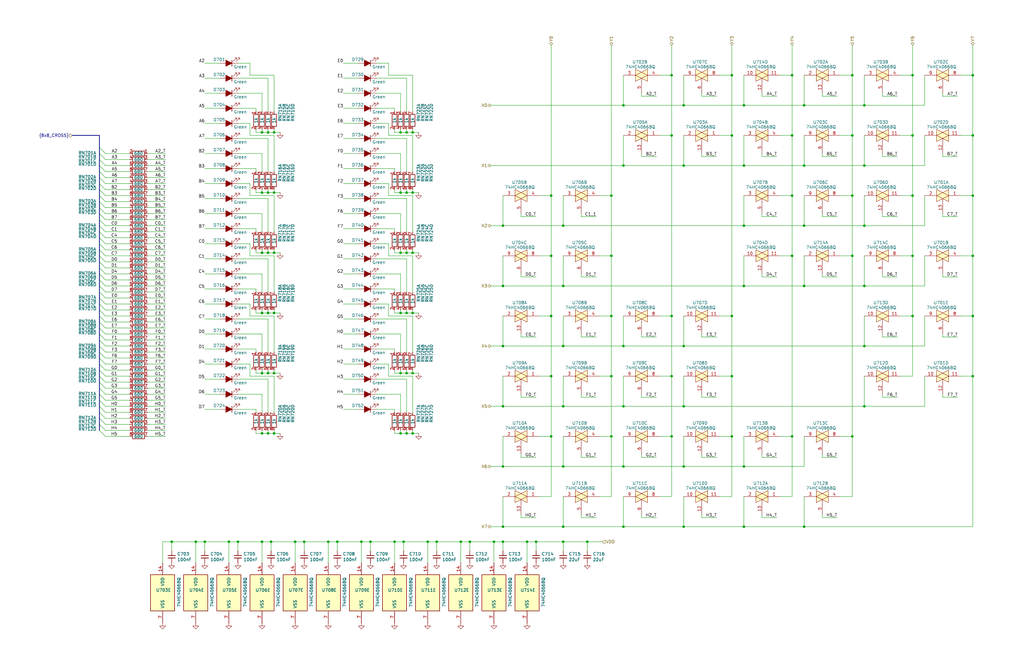
<source format=kicad_sch>
(kicad_sch (version 20250114) (generator "eeschema") (generator_version "9.0")
  (paper "B")
  (junction (at 339.09 95.25))
  (junction (at 313.69 222.25))
  (junction (at 168.91 157.48))
  (junction (at 364.49 95.25))
  (junction (at 222.25 228.6))
  (junction (at 171.45 182.88))
  (junction (at 257.81 107.95))
  (junction (at 115.57 55.88))
  (junction (at 173.99 81.28))
  (junction (at 232.41 107.95))
  (junction (at 237.49 120.65))
  (junction (at 359.41 31.75))
  (junction (at 232.41 184.15))
  (junction (at 257.81 158.75))
  (junction (at 115.57 81.28))
  (junction (at 257.81 184.15))
  (junction (at 364.49 146.05))
  (junction (at 113.03 157.48))
  (junction (at 257.81 82.55))
  (junction (at 110.49 157.48))
  (junction (at 128.27 228.6))
  (junction (at 212.09 228.6))
  (junction (at 171.45 157.48))
  (junction (at 384.81 133.35))
  (junction (at 86.36 228.6))
  (junction (at 334.01 184.15))
  (junction (at 359.41 107.95))
  (junction (at 173.99 132.08))
  (junction (at 339.09 44.45))
  (junction (at 113.03 106.68))
  (junction (at 237.49 95.25))
  (junction (at 171.45 132.08))
  (junction (at 72.39 228.6))
  (junction (at 237.49 146.05))
  (junction (at 364.49 44.45))
  (junction (at 283.21 31.75))
  (junction (at 168.91 81.28))
  (junction (at 173.99 182.88))
  (junction (at 384.81 31.75))
  (junction (at 308.61 158.75))
  (junction (at 288.29 44.45))
  (junction (at 232.41 82.55))
  (junction (at 110.49 55.88))
  (junction (at 334.01 82.55))
  (junction (at 110.49 132.08))
  (junction (at 113.03 182.88))
  (junction (at 152.4 228.6))
  (junction (at 384.81 107.95))
  (junction (at 262.89 171.45))
  (junction (at 283.21 158.75))
  (junction (at 237.49 228.6))
  (junction (at 410.21 82.55))
  (junction (at 113.03 55.88))
  (junction (at 194.31 228.6))
  (junction (at 232.41 133.35))
  (junction (at 168.91 182.88))
  (junction (at 171.45 81.28))
  (junction (at 384.81 57.15))
  (junction (at 410.21 31.75))
  (junction (at 110.49 228.6))
  (junction (at 334.01 31.75))
  (junction (at 308.61 184.15))
  (junction (at 283.21 184.15))
  (junction (at 110.49 106.68))
  (junction (at 339.09 69.85))
  (junction (at 283.21 133.35))
  (junction (at 384.81 82.55))
  (junction (at 142.24 228.6))
  (junction (at 156.21 228.6))
  (junction (at 171.45 106.68))
  (junction (at 232.41 158.75))
  (junction (at 237.49 171.45))
  (junction (at 110.49 182.88))
  (junction (at 212.09 222.25))
  (junction (at 288.29 69.85))
  (junction (at 288.29 222.25))
  (junction (at 171.45 55.88))
  (junction (at 180.34 228.6))
  (junction (at 168.91 55.88))
  (junction (at 410.21 133.35))
  (junction (at 212.09 95.25))
  (junction (at 115.57 106.68))
  (junction (at 212.09 171.45))
  (junction (at 364.49 120.65))
  (junction (at 262.89 222.25))
  (junction (at 115.57 182.88))
  (junction (at 262.89 69.85))
  (junction (at 288.29 146.05))
  (junction (at 184.15 228.6))
  (junction (at 410.21 107.95))
  (junction (at 262.89 44.45))
  (junction (at 212.09 146.05))
  (junction (at 313.69 95.25))
  (junction (at 212.09 120.65))
  (junction (at 113.03 81.28))
  (junction (at 262.89 146.05))
  (junction (at 288.29 196.85))
  (junction (at 113.03 132.08))
  (junction (at 168.91 132.08))
  (junction (at 339.09 222.25))
  (junction (at 334.01 57.15))
  (junction (at 410.21 158.75))
  (junction (at 110.49 81.28))
  (junction (at 170.18 228.6))
  (junction (at 313.69 196.85))
  (junction (at 288.29 171.45))
  (junction (at 410.21 57.15))
  (junction (at 257.81 133.35))
  (junction (at 308.61 31.75))
  (junction (at 247.65 228.6))
  (junction (at 168.91 106.68))
  (junction (at 364.49 171.45))
  (junction (at 364.49 69.85))
  (junction (at 173.99 157.48))
  (junction (at 339.09 120.65))
  (junction (at 226.06 228.6))
  (junction (at 308.61 133.35))
  (junction (at 173.99 106.68))
  (junction (at 359.41 57.15))
  (junction (at 96.52 228.6))
  (junction (at 100.33 228.6))
  (junction (at 237.49 222.25))
  (junction (at 198.12 228.6))
  (junction (at 283.21 57.15))
  (junction (at 359.41 82.55))
  (junction (at 138.43 228.6))
  (junction (at 359.41 184.15))
  (junction (at 313.69 44.45))
  (junction (at 262.89 196.85))
  (junction (at 212.09 196.85))
  (junction (at 237.49 196.85))
  (junction (at 115.57 132.08))
  (junction (at 173.99 55.88))
  (junction (at 114.3 228.6))
  (junction (at 124.46 228.6))
  (junction (at 82.55 228.6))
  (junction (at 166.37 228.6))
  (junction (at 313.69 120.65))
  (junction (at 334.01 107.95))
  (junction (at 313.69 69.85))
  (junction (at 208.28 228.6))
  (junction (at 115.57 157.48))
  (junction (at 308.61 57.15))
  (bus_entry (at 41.91 153.67) (size 2.54 2.54))
  (bus_entry (at 41.91 176.53) (size 2.54 2.54))
  (bus_entry (at 41.91 67.31) (size 2.54 2.54))
  (bus_entry (at 41.91 97.79) (size 2.54 2.54))
  (bus_entry (at 41.91 115.57) (size 2.54 2.54))
  (bus_entry (at 41.91 168.91) (size 2.54 2.54))
  (bus_entry (at 41.91 85.09) (size 2.54 2.54))
  (bus_entry (at 41.91 92.71) (size 2.54 2.54))
  (bus_entry (at 41.91 133.35) (size 2.54 2.54))
  (bus_entry (at 41.91 148.59) (size 2.54 2.54))
  (bus_entry (at 41.91 166.37) (size 2.54 2.54))
  (bus_entry (at 41.91 143.51) (size 2.54 2.54))
  (bus_entry (at 41.91 100.33) (size 2.54 2.54))
  (bus_entry (at 41.91 179.07) (size 2.54 2.54))
  (bus_entry (at 41.91 95.25) (size 2.54 2.54))
  (bus_entry (at 41.91 72.39) (size 2.54 2.54))
  (bus_entry (at 41.91 135.89) (size 2.54 2.54))
  (bus_entry (at 41.91 80.01) (size 2.54 2.54))
  (bus_entry (at 41.91 69.85) (size 2.54 2.54))
  (bus_entry (at 41.91 140.97) (size 2.54 2.54))
  (bus_entry (at 41.91 102.87) (size 2.54 2.54))
  (bus_entry (at 41.91 110.49) (size 2.54 2.54))
  (bus_entry (at 41.91 82.55) (size 2.54 2.54))
  (bus_entry (at 41.91 77.47) (size 2.54 2.54))
  (bus_entry (at 41.91 120.65) (size 2.54 2.54))
  (bus_entry (at 41.91 138.43) (size 2.54 2.54))
  (bus_entry (at 41.91 107.95) (size 2.54 2.54))
  (bus_entry (at 41.91 156.21) (size 2.54 2.54))
  (bus_entry (at 41.91 105.41) (size 2.54 2.54))
  (bus_entry (at 41.91 125.73) (size 2.54 2.54))
  (bus_entry (at 41.91 173.99) (size 2.54 2.54))
  (bus_entry (at 41.91 118.11) (size 2.54 2.54))
  (bus_entry (at 41.91 146.05) (size 2.54 2.54))
  (bus_entry (at 41.91 87.63) (size 2.54 2.54))
  (bus_entry (at 41.91 158.75) (size 2.54 2.54))
  (bus_entry (at 41.91 62.23) (size 2.54 2.54))
  (bus_entry (at 41.91 74.93) (size 2.54 2.54))
  (bus_entry (at 41.91 151.13) (size 2.54 2.54))
  (bus_entry (at 41.91 163.83) (size 2.54 2.54))
  (bus_entry (at 41.91 64.77) (size 2.54 2.54))
  (bus_entry (at 41.91 130.81) (size 2.54 2.54))
  (bus_entry (at 41.91 161.29) (size 2.54 2.54))
  (bus_entry (at 41.91 123.19) (size 2.54 2.54))
  (bus_entry (at 41.91 90.17) (size 2.54 2.54))
  (bus_entry (at 41.91 181.61) (size 2.54 2.54))
  (bus_entry (at 41.91 171.45) (size 2.54 2.54))
  (bus_entry (at 41.91 128.27) (size 2.54 2.54))
  (bus_entry (at 41.91 113.03) (size 2.54 2.54))
  (wire (pts (xy 86.36 39.37) (xy 92.71 39.37)))
  (bus (pts (xy 41.91 125.73) (xy 41.91 128.27)))
  (wire (pts (xy 270.51 66.04) (xy 276.86 66.04)))
  (wire (pts (xy 339.09 57.15) (xy 339.09 69.85)))
  (wire (pts (xy 54.61 69.85) (xy 44.45 69.85)))
  (wire (pts (xy 173.99 182.88) (xy 171.45 182.88)))
  (wire (pts (xy 328.93 184.15) (xy 334.01 184.15)))
  (wire (pts (xy 334.01 19.05) (xy 334.01 31.75)))
  (wire (pts (xy 105.41 26.67) (xy 100.33 26.67)))
  (wire (pts (xy 288.29 44.45) (xy 313.69 44.45)))
  (wire (pts (xy 163.83 107.95) (xy 163.83 102.87)))
  (wire (pts (xy 62.23 163.83) (xy 69.85 163.83)))
  (wire (pts (xy 262.89 158.75) (xy 262.89 171.45)))
  (wire (pts (xy 207.01 196.85) (xy 212.09 196.85)))
  (wire (pts (xy 118.11 55.88) (xy 115.57 55.88)))
  (wire (pts (xy 54.61 95.25) (xy 44.45 95.25)))
  (wire (pts (xy 308.61 184.15) (xy 308.61 209.55)))
  (wire (pts (xy 245.11 116.84) (xy 245.11 115.57)))
  (bus (pts (xy 41.91 102.87) (xy 41.91 105.41)))
  (wire (pts (xy 166.37 172.72) (xy 158.75 172.72)))
  (wire (pts (xy 54.61 120.65) (xy 44.45 120.65)))
  (wire (pts (xy 166.37 157.48) (xy 166.37 156.21)))
  (wire (pts (xy 166.37 96.52) (xy 158.75 96.52)))
  (wire (pts (xy 144.78 26.67) (xy 151.13 26.67)))
  (wire (pts (xy 364.49 158.75) (xy 364.49 171.45)))
  (wire (pts (xy 313.69 95.25) (xy 339.09 95.25)))
  (wire (pts (xy 115.57 156.21) (xy 115.57 157.48)))
  (wire (pts (xy 168.91 80.01) (xy 168.91 81.28)))
  (wire (pts (xy 321.31 218.44) (xy 321.31 217.17)))
  (wire (pts (xy 110.49 157.48) (xy 107.95 157.48)))
  (wire (pts (xy 54.61 72.39) (xy 44.45 72.39)))
  (wire (pts (xy 115.57 148.59) (xy 115.57 133.35)))
  (wire (pts (xy 171.45 160.02) (xy 158.75 160.02)))
  (wire (pts (xy 303.53 158.75) (xy 308.61 158.75)))
  (wire (pts (xy 364.49 107.95) (xy 364.49 120.65)))
  (wire (pts (xy 313.69 69.85) (xy 339.09 69.85)))
  (wire (pts (xy 245.11 91.44) (xy 245.11 90.17)))
  (wire (pts (xy 364.49 44.45) (xy 389.89 44.45)))
  (wire (pts (xy 283.21 31.75) (xy 283.21 57.15)))
  (wire (pts (xy 270.51 66.04) (xy 270.51 64.77)))
  (wire (pts (xy 194.31 228.6) (xy 198.12 228.6)))
  (wire (pts (xy 313.69 31.75) (xy 313.69 44.45)))
  (wire (pts (xy 144.78 166.37) (xy 151.13 166.37)))
  (wire (pts (xy 227.33 82.55) (xy 232.41 82.55)))
  (wire (pts (xy 313.69 107.95) (xy 313.69 120.65)))
  (wire (pts (xy 105.41 153.67) (xy 100.33 153.67)))
  (wire (pts (xy 107.95 106.68) (xy 107.95 105.41)))
  (wire (pts (xy 171.45 130.81) (xy 171.45 132.08)))
  (wire (pts (xy 384.81 133.35) (xy 384.81 158.75)))
  (wire (pts (xy 171.45 46.99) (xy 171.45 33.02)))
  (wire (pts (xy 144.78 45.72) (xy 151.13 45.72)))
  (wire (pts (xy 176.53 182.88) (xy 173.99 182.88)))
  (wire (pts (xy 295.91 142.24) (xy 302.26 142.24)))
  (wire (pts (xy 237.49 228.6) (xy 247.65 228.6)))
  (wire (pts (xy 321.31 116.84) (xy 327.66 116.84)))
  (wire (pts (xy 144.78 39.37) (xy 151.13 39.37)))
  (wire (pts (xy 173.99 123.19) (xy 173.99 107.95)))
  (bus (pts (xy 41.91 168.91) (xy 41.91 171.45)))
  (bus (pts (xy 41.91 67.31) (xy 41.91 69.85)))
  (wire (pts (xy 62.23 168.91) (xy 69.85 168.91)))
  (wire (pts (xy 334.01 184.15) (xy 334.01 209.55)))
  (wire (pts (xy 237.49 82.55) (xy 237.49 95.25)))
  (wire (pts (xy 171.45 106.68) (xy 168.91 106.68)))
  (wire (pts (xy 212.09 158.75) (xy 212.09 171.45)))
  (wire (pts (xy 405.13 158.75) (xy 410.21 158.75)))
  (wire (pts (xy 237.49 228.6) (xy 237.49 232.41)))
  (wire (pts (xy 62.23 143.51) (xy 69.85 143.51)))
  (wire (pts (xy 115.57 133.35) (xy 105.41 133.35)))
  (wire (pts (xy 176.53 157.48) (xy 173.99 157.48)))
  (wire (pts (xy 54.61 102.87) (xy 44.45 102.87)))
  (wire (pts (xy 237.49 158.75) (xy 237.49 171.45)))
  (wire (pts (xy 166.37 147.32) (xy 158.75 147.32)))
  (wire (pts (xy 171.45 157.48) (xy 168.91 157.48)))
  (wire (pts (xy 54.61 128.27) (xy 44.45 128.27)))
  (wire (pts (xy 110.49 54.61) (xy 110.49 55.88)))
  (wire (pts (xy 54.61 107.95) (xy 44.45 107.95)))
  (bus (pts (xy 41.91 74.93) (xy 41.91 77.47)))
  (wire (pts (xy 278.13 133.35) (xy 283.21 133.35)))
  (wire (pts (xy 237.49 184.15) (xy 237.49 196.85)))
  (wire (pts (xy 118.11 81.28) (xy 115.57 81.28)))
  (wire (pts (xy 247.65 228.6) (xy 254 228.6)))
  (wire (pts (xy 110.49 228.6) (xy 110.49 237.49)))
  (wire (pts (xy 328.93 31.75) (xy 334.01 31.75)))
  (bus (pts (xy 41.91 113.03) (xy 41.91 115.57)))
  (wire (pts (xy 237.49 222.25) (xy 262.89 222.25)))
  (wire (pts (xy 115.57 181.61) (xy 115.57 182.88)))
  (wire (pts (xy 397.51 116.84) (xy 397.51 115.57)))
  (wire (pts (xy 346.71 193.04) (xy 353.06 193.04)))
  (wire (pts (xy 115.57 46.99) (xy 115.57 31.75)))
  (wire (pts (xy 389.89 82.55) (xy 389.89 95.25)))
  (bus (pts (xy 41.91 72.39) (xy 41.91 74.93)))
  (wire (pts (xy 171.45 181.61) (xy 171.45 182.88)))
  (wire (pts (xy 168.91 64.77) (xy 158.75 64.77)))
  (wire (pts (xy 115.57 158.75) (xy 105.41 158.75)))
  (bus (pts (xy 41.91 143.51) (xy 41.91 146.05)))
  (wire (pts (xy 171.45 72.39) (xy 171.45 58.42)))
  (wire (pts (xy 86.36 96.52) (xy 92.71 96.52)))
  (wire (pts (xy 115.57 173.99) (xy 115.57 158.75)))
  (bus (pts (xy 41.91 138.43) (xy 41.91 140.97)))
  (wire (pts (xy 168.91 123.19) (xy 168.91 115.57)))
  (wire (pts (xy 62.23 140.97) (xy 69.85 140.97)))
  (wire (pts (xy 245.11 142.24) (xy 245.11 140.97)))
  (wire (pts (xy 142.24 228.6) (xy 142.24 232.41)))
  (wire (pts (xy 54.61 115.57) (xy 44.45 115.57)))
  (wire (pts (xy 113.03 54.61) (xy 113.03 55.88)))
  (wire (pts (xy 54.61 123.19) (xy 44.45 123.19)))
  (wire (pts (xy 359.41 57.15) (xy 359.41 82.55)))
  (bus (pts (xy 41.91 110.49) (xy 41.91 113.03)))
  (wire (pts (xy 219.71 193.04) (xy 219.71 191.77)))
  (wire (pts (xy 144.78 96.52) (xy 151.13 96.52)))
  (wire (pts (xy 144.78 64.77) (xy 151.13 64.77)))
  (wire (pts (xy 237.49 209.55) (xy 237.49 222.25)))
  (wire (pts (xy 105.41 82.55) (xy 105.41 77.47)))
  (wire (pts (xy 270.51 218.44) (xy 276.86 218.44)))
  (wire (pts (xy 115.57 123.19) (xy 115.57 107.95)))
  (wire (pts (xy 62.23 67.31) (xy 69.85 67.31)))
  (bus (pts (xy 41.91 62.23) (xy 41.91 64.77)))
  (wire (pts (xy 166.37 121.92) (xy 158.75 121.92)))
  (bus (pts (xy 41.91 163.83) (xy 41.91 166.37)))
  (wire (pts (xy 62.23 120.65) (xy 69.85 120.65)))
  (wire (pts (xy 144.78 128.27) (xy 151.13 128.27)))
  (wire (pts (xy 346.71 91.44) (xy 346.71 90.17)))
  (wire (pts (xy 198.12 228.6) (xy 208.28 228.6)))
  (wire (pts (xy 372.11 40.64) (xy 372.11 39.37)))
  (wire (pts (xy 212.09 222.25) (xy 237.49 222.25)))
  (wire (pts (xy 405.13 57.15) (xy 410.21 57.15)))
  (wire (pts (xy 115.57 105.41) (xy 115.57 106.68)))
  (wire (pts (xy 372.11 66.04) (xy 378.46 66.04)))
  (wire (pts (xy 166.37 55.88) (xy 166.37 54.61)))
  (wire (pts (xy 107.95 148.59) (xy 107.95 147.32)))
  (wire (pts (xy 54.61 138.43) (xy 44.45 138.43)))
  (wire (pts (xy 86.36 166.37) (xy 92.71 166.37)))
  (wire (pts (xy 110.49 148.59) (xy 110.49 140.97)))
  (wire (pts (xy 110.49 105.41) (xy 110.49 106.68)))
  (wire (pts (xy 171.45 80.01) (xy 171.45 81.28)))
  (wire (pts (xy 176.53 81.28) (xy 173.99 81.28)))
  (wire (pts (xy 184.15 228.6) (xy 194.31 228.6)))
  (wire (pts (xy 173.99 72.39) (xy 173.99 57.15)))
  (wire (pts (xy 372.11 91.44) (xy 372.11 90.17)))
  (wire (pts (xy 62.23 107.95) (xy 69.85 107.95)))
  (wire (pts (xy 176.53 132.08) (xy 173.99 132.08)))
  (wire (pts (xy 62.23 128.27) (xy 69.85 128.27)))
  (wire (pts (xy 54.61 90.17) (xy 44.45 90.17)))
  (wire (pts (xy 207.01 44.45) (xy 262.89 44.45)))
  (wire (pts (xy 173.99 130.81) (xy 173.99 132.08)))
  (wire (pts (xy 364.49 31.75) (xy 364.49 44.45)))
  (wire (pts (xy 107.95 121.92) (xy 100.33 121.92)))
  (wire (pts (xy 173.99 55.88) (xy 171.45 55.88)))
  (wire (pts (xy 227.33 133.35) (xy 232.41 133.35)))
  (wire (pts (xy 173.99 97.79) (xy 173.99 82.55)))
  (wire (pts (xy 180.34 228.6) (xy 180.34 237.49)))
  (wire (pts (xy 110.49 228.6) (xy 114.3 228.6)))
  (wire (pts (xy 171.45 173.99) (xy 171.45 160.02)))
  (wire (pts (xy 62.23 100.33) (xy 69.85 100.33)))
  (wire (pts (xy 364.49 120.65) (xy 389.89 120.65)))
  (bus (pts (xy 41.91 171.45) (xy 41.91 173.99)))
  (wire (pts (xy 219.71 116.84) (xy 226.06 116.84)))
  (wire (pts (xy 173.99 107.95) (xy 163.83 107.95)))
  (wire (pts (xy 54.61 67.31) (xy 44.45 67.31)))
  (wire (pts (xy 262.89 69.85) (xy 288.29 69.85)))
  (wire (pts (xy 115.57 54.61) (xy 115.57 55.88)))
  (bus (pts (xy 41.91 133.35) (xy 41.91 135.89)))
  (wire (pts (xy 62.23 161.29) (xy 69.85 161.29)))
  (wire (pts (xy 295.91 66.04) (xy 302.26 66.04)))
  (wire (pts (xy 173.99 157.48) (xy 171.45 157.48)))
  (wire (pts (xy 82.55 228.6) (xy 86.36 228.6)))
  (wire (pts (xy 262.89 57.15) (xy 262.89 69.85)))
  (wire (pts (xy 54.61 148.59) (xy 44.45 148.59)))
  (wire (pts (xy 171.45 132.08) (xy 168.91 132.08)))
  (wire (pts (xy 107.95 147.32) (xy 100.33 147.32)))
  (wire (pts (xy 321.31 66.04) (xy 327.66 66.04)))
  (wire (pts (xy 313.69 44.45) (xy 339.09 44.45)))
  (wire (pts (xy 303.53 57.15) (xy 308.61 57.15)))
  (wire (pts (xy 397.51 40.64) (xy 403.86 40.64)))
  (wire (pts (xy 86.36 128.27) (xy 92.71 128.27)))
  (bus (pts (xy 41.91 95.25) (xy 41.91 97.79)))
  (bus (pts (xy 41.91 107.95) (xy 41.91 110.49)))
  (wire (pts (xy 171.45 83.82) (xy 158.75 83.82)))
  (wire (pts (xy 232.41 107.95) (xy 232.41 133.35)))
  (wire (pts (xy 232.41 184.15) (xy 232.41 209.55)))
  (wire (pts (xy 118.11 106.68) (xy 115.57 106.68)))
  (wire (pts (xy 113.03 130.81) (xy 113.03 132.08)))
  (wire (pts (xy 168.91 97.79) (xy 168.91 90.17)))
  (wire (pts (xy 372.11 116.84) (xy 372.11 115.57)))
  (wire (pts (xy 384.81 19.05) (xy 384.81 31.75)))
  (wire (pts (xy 270.51 40.64) (xy 276.86 40.64)))
  (wire (pts (xy 262.89 209.55) (xy 262.89 222.25)))
  (wire (pts (xy 219.71 218.44) (xy 226.06 218.44)))
  (wire (pts (xy 410.21 19.05) (xy 410.21 31.75)))
  (wire (pts (xy 144.78 160.02) (xy 151.13 160.02)))
  (wire (pts (xy 168.91 54.61) (xy 168.91 55.88)))
  (wire (pts (xy 113.03 134.62) (xy 100.33 134.62)))
  (wire (pts (xy 144.78 58.42) (xy 151.13 58.42)))
  (wire (pts (xy 54.61 161.29) (xy 44.45 161.29)))
  (wire (pts (xy 144.78 83.82) (xy 151.13 83.82)))
  (wire (pts (xy 166.37 132.08) (xy 166.37 130.81)))
  (wire (pts (xy 115.57 157.48) (xy 113.03 157.48)))
  (wire (pts (xy 144.78 77.47) (xy 151.13 77.47)))
  (wire (pts (xy 62.23 184.15) (xy 69.85 184.15)))
  (wire (pts (xy 113.03 106.68) (xy 110.49 106.68)))
  (wire (pts (xy 54.61 156.21) (xy 44.45 156.21)))
  (wire (pts (xy 313.69 57.15) (xy 313.69 69.85)))
  (wire (pts (xy 405.13 82.55) (xy 410.21 82.55)))
  (wire (pts (xy 257.81 158.75) (xy 257.81 184.15)))
  (bus (pts (xy 41.91 156.21) (xy 41.91 158.75)))
  (wire (pts (xy 170.18 228.6) (xy 170.18 232.41)))
  (wire (pts (xy 173.99 106.68) (xy 171.45 106.68)))
  (wire (pts (xy 257.81 82.55) (xy 257.81 107.95)))
  (wire (pts (xy 262.89 171.45) (xy 288.29 171.45)))
  (wire (pts (xy 105.41 133.35) (xy 105.41 128.27)))
  (wire (pts (xy 339.09 82.55) (xy 339.09 95.25)))
  (wire (pts (xy 110.49 166.37) (xy 100.33 166.37)))
  (wire (pts (xy 379.73 107.95) (xy 384.81 107.95)))
  (wire (pts (xy 110.49 182.88) (xy 107.95 182.88)))
  (wire (pts (xy 283.21 158.75) (xy 283.21 184.15)))
  (wire (pts (xy 54.61 143.51) (xy 44.45 143.51)))
  (wire (pts (xy 110.49 115.57) (xy 100.33 115.57)))
  (wire (pts (xy 110.49 46.99) (xy 110.49 39.37)))
  (wire (pts (xy 308.61 57.15) (xy 308.61 133.35)))
  (wire (pts (xy 62.23 146.05) (xy 69.85 146.05)))
  (wire (pts (xy 354.33 209.55) (xy 359.41 209.55)))
  (wire (pts (xy 107.95 97.79) (xy 107.95 96.52)))
  (wire (pts (xy 166.37 45.72) (xy 158.75 45.72)))
  (wire (pts (xy 237.49 95.25) (xy 313.69 95.25)))
  (wire (pts (xy 288.29 146.05) (xy 364.49 146.05)))
  (bus (pts (xy 41.91 62.23) (xy 41.91 57.15)))
  (wire (pts (xy 110.49 132.08) (xy 107.95 132.08)))
  (wire (pts (xy 86.36 90.17) (xy 92.71 90.17)))
  (wire (pts (xy 168.91 148.59) (xy 168.91 140.97)))
  (wire (pts (xy 107.95 96.52) (xy 100.33 96.52)))
  (bus (pts (xy 41.91 153.67) (xy 41.91 156.21)))
  (wire (pts (xy 114.3 228.6) (xy 124.46 228.6)))
  (wire (pts (xy 54.61 105.41) (xy 44.45 105.41)))
  (wire (pts (xy 113.03 80.01) (xy 113.03 81.28)))
  (wire (pts (xy 346.71 116.84) (xy 353.06 116.84)))
  (wire (pts (xy 100.33 228.6) (xy 100.33 232.41)))
  (wire (pts (xy 232.41 158.75) (xy 232.41 184.15)))
  (wire (pts (xy 166.37 71.12) (xy 158.75 71.12)))
  (wire (pts (xy 113.03 58.42) (xy 100.33 58.42)))
  (wire (pts (xy 163.83 31.75) (xy 163.83 26.67)))
  (wire (pts (xy 295.91 193.04) (xy 302.26 193.04)))
  (wire (pts (xy 110.49 140.97) (xy 100.33 140.97)))
  (wire (pts (xy 364.49 95.25) (xy 389.89 95.25)))
  (wire (pts (xy 171.45 148.59) (xy 171.45 134.62)))
  (wire (pts (xy 62.23 90.17) (xy 69.85 90.17)))
  (bus (pts (xy 41.91 87.63) (xy 41.91 90.17)))
  (wire (pts (xy 207.01 146.05) (xy 212.09 146.05)))
  (wire (pts (xy 288.29 196.85) (xy 313.69 196.85)))
  (wire (pts (xy 176.53 55.88) (xy 173.99 55.88)))
  (wire (pts (xy 364.49 82.55) (xy 364.49 95.25)))
  (wire (pts (xy 334.01 31.75) (xy 334.01 57.15)))
  (wire (pts (xy 410.21 82.55) (xy 410.21 107.95)))
  (wire (pts (xy 115.57 82.55) (xy 105.41 82.55)))
  (wire (pts (xy 295.91 40.64) (xy 302.26 40.64)))
  (wire (pts (xy 359.41 19.05) (xy 359.41 31.75)))
  (wire (pts (xy 163.83 128.27) (xy 158.75 128.27)))
  (wire (pts (xy 62.23 102.87) (xy 69.85 102.87)))
  (wire (pts (xy 232.41 133.35) (xy 232.41 158.75)))
  (wire (pts (xy 212.09 82.55) (xy 212.09 95.25)))
  (wire (pts (xy 321.31 193.04) (xy 327.66 193.04)))
  (wire (pts (xy 303.53 133.35) (xy 308.61 133.35)))
  (wire (pts (xy 163.83 153.67) (xy 158.75 153.67)))
  (wire (pts (xy 321.31 218.44) (xy 327.66 218.44)))
  (wire (pts (xy 54.61 184.15) (xy 44.45 184.15)))
  (wire (pts (xy 86.36 102.87) (xy 92.71 102.87)))
  (wire (pts (xy 62.23 74.93) (xy 69.85 74.93)))
  (wire (pts (xy 308.61 133.35) (xy 308.61 158.75)))
  (wire (pts (xy 389.89 57.15) (xy 389.89 69.85)))
  (wire (pts (xy 227.33 107.95) (xy 232.41 107.95)))
  (wire (pts (xy 270.51 40.64) (xy 270.51 39.37)))
  (wire (pts (xy 173.99 81.28) (xy 171.45 81.28)))
  (wire (pts (xy 278.13 158.75) (xy 283.21 158.75)))
  (wire (pts (xy 115.57 80.01) (xy 115.57 81.28)))
  (bus (pts (xy 41.91 77.47) (xy 41.91 80.01)))
  (wire (pts (xy 364.49 69.85) (xy 389.89 69.85)))
  (wire (pts (xy 245.11 116.84) (xy 251.46 116.84)))
  (wire (pts (xy 86.36 77.47) (xy 92.71 77.47)))
  (wire (pts (xy 105.41 158.75) (xy 105.41 153.67)))
  (wire (pts (xy 207.01 95.25) (xy 212.09 95.25)))
  (wire (pts (xy 166.37 72.39) (xy 166.37 71.12)))
  (wire (pts (xy 115.57 31.75) (xy 105.41 31.75)))
  (wire (pts (xy 62.23 125.73) (xy 69.85 125.73)))
  (bus (pts (xy 41.91 57.15) (xy 30.48 57.15)))
  (wire (pts (xy 384.81 107.95) (xy 384.81 133.35)))
  (wire (pts (xy 372.11 40.64) (xy 378.46 40.64)))
  (wire (pts (xy 54.61 140.97) (xy 44.45 140.97)))
  (wire (pts (xy 107.95 182.88) (xy 107.95 181.61)))
  (wire (pts (xy 270.51 142.24) (xy 276.86 142.24)))
  (wire (pts (xy 54.61 64.77) (xy 44.45 64.77)))
  (wire (pts (xy 339.09 209.55) (xy 339.09 222.25)))
  (wire (pts (xy 171.45 81.28) (xy 168.91 81.28)))
  (wire (pts (xy 379.73 158.75) (xy 384.81 158.75)))
  (wire (pts (xy 339.09 184.15) (xy 339.09 196.85)))
  (wire (pts (xy 262.89 222.25) (xy 288.29 222.25)))
  (wire (pts (xy 171.45 109.22) (xy 158.75 109.22)))
  (wire (pts (xy 86.36 115.57) (xy 92.71 115.57)))
  (wire (pts (xy 107.95 45.72) (xy 100.33 45.72)))
  (wire (pts (xy 245.11 91.44) (xy 251.46 91.44)))
  (wire (pts (xy 166.37 106.68) (xy 166.37 105.41)))
  (wire (pts (xy 364.49 133.35) (xy 364.49 146.05)))
  (wire (pts (xy 105.41 77.47) (xy 100.33 77.47)))
  (bus (pts (xy 41.91 123.19) (xy 41.91 125.73)))
  (wire (pts (xy 115.57 72.39) (xy 115.57 57.15)))
  (wire (pts (xy 288.29 31.75) (xy 288.29 44.45)))
  (bus (pts (xy 41.91 161.29) (xy 41.91 163.83)))
  (wire (pts (xy 173.99 132.08) (xy 171.45 132.08)))
  (wire (pts (xy 124.46 228.6) (xy 124.46 237.49)))
  (wire (pts (xy 346.71 218.44) (xy 346.71 217.17)))
  (wire (pts (xy 334.01 57.15) (xy 334.01 82.55)))
  (wire (pts (xy 171.45 182.88) (xy 168.91 182.88)))
  (wire (pts (xy 208.28 228.6) (xy 208.28 237.49)))
  (wire (pts (xy 166.37 228.6) (xy 166.37 237.49)))
  (wire (pts (xy 245.11 167.64) (xy 251.46 167.64)))
  (wire (pts (xy 54.61 110.49) (xy 44.45 110.49)))
  (wire (pts (xy 144.78 71.12) (xy 151.13 71.12)))
  (wire (pts (xy 54.61 74.93) (xy 44.45 74.93)))
  (wire (pts (xy 113.03 156.21) (xy 113.03 157.48)))
  (wire (pts (xy 321.31 116.84) (xy 321.31 115.57)))
  (bus (pts (xy 41.91 118.11) (xy 41.91 120.65)))
  (wire (pts (xy 346.71 218.44) (xy 353.06 218.44)))
  (wire (pts (xy 252.73 82.55) (xy 257.81 82.55)))
  (wire (pts (xy 166.37 173.99) (xy 166.37 172.72)))
  (wire (pts (xy 105.41 31.75) (xy 105.41 26.67)))
  (wire (pts (xy 313.69 82.55) (xy 313.69 95.25)))
  (wire (pts (xy 252.73 158.75) (xy 257.81 158.75)))
  (wire (pts (xy 86.36 121.92) (xy 92.71 121.92)))
  (wire (pts (xy 110.49 39.37) (xy 100.33 39.37)))
  (wire (pts (xy 410.21 107.95) (xy 410.21 133.35)))
  (wire (pts (xy 389.89 107.95) (xy 389.89 120.65)))
  (wire (pts (xy 226.06 228.6) (xy 237.49 228.6)))
  (wire (pts (xy 107.95 123.19) (xy 107.95 121.92)))
  (wire (pts (xy 115.57 106.68) (xy 113.03 106.68)))
  (wire (pts (xy 62.23 95.25) (xy 69.85 95.25)))
  (wire (pts (xy 118.11 132.08) (xy 115.57 132.08)))
  (wire (pts (xy 168.91 173.99) (xy 168.91 166.37)))
  (wire (pts (xy 107.95 55.88) (xy 107.95 54.61)))
  (wire (pts (xy 207.01 222.25) (xy 212.09 222.25)))
  (wire (pts (xy 54.61 168.91) (xy 44.45 168.91)))
  (bus (pts (xy 41.91 135.89) (xy 41.91 138.43)))
  (wire (pts (xy 152.4 228.6) (xy 142.24 228.6)))
  (bus (pts (xy 41.91 130.81) (xy 41.91 133.35)))
  (wire (pts (xy 262.89 184.15) (xy 262.89 196.85)))
  (wire (pts (xy 144.78 140.97) (xy 151.13 140.97)))
  (wire (pts (xy 173.99 173.99) (xy 173.99 158.75)))
  (wire (pts (xy 219.71 91.44) (xy 226.06 91.44)))
  (wire (pts (xy 397.51 66.04) (xy 403.86 66.04)))
  (wire (pts (xy 96.52 228.6) (xy 100.33 228.6)))
  (wire (pts (xy 288.29 133.35) (xy 288.29 146.05)))
  (wire (pts (xy 245.11 193.04) (xy 251.46 193.04)))
  (wire (pts (xy 166.37 228.6) (xy 156.21 228.6)))
  (wire (pts (xy 295.91 40.64) (xy 295.91 39.37)))
  (wire (pts (xy 252.73 184.15) (xy 257.81 184.15)))
  (wire (pts (xy 62.23 158.75) (xy 69.85 158.75)))
  (wire (pts (xy 372.11 142.24) (xy 372.11 140.97)))
  (wire (pts (xy 262.89 31.75) (xy 262.89 44.45)))
  (wire (pts (xy 288.29 209.55) (xy 288.29 222.25)))
  (wire (pts (xy 124.46 228.6) (xy 128.27 228.6)))
  (wire (pts (xy 107.95 173.99) (xy 107.95 172.72)))
  (wire (pts (xy 397.51 66.04) (xy 397.51 64.77)))
  (wire (pts (xy 142.24 228.6) (xy 138.43 228.6)))
  (wire (pts (xy 222.25 228.6) (xy 222.25 237.49)))
  (wire (pts (xy 110.49 64.77) (xy 100.33 64.77)))
  (wire (pts (xy 115.57 57.15) (xy 105.41 57.15)))
  (wire (pts (xy 283.21 133.35) (xy 283.21 158.75)))
  (wire (pts (xy 171.45 55.88) (xy 168.91 55.88)))
  (wire (pts (xy 237.49 120.65) (xy 313.69 120.65)))
  (wire (pts (xy 313.69 222.25) (xy 339.09 222.25)))
  (wire (pts (xy 62.23 123.19) (xy 69.85 123.19)))
  (wire (pts (xy 168.91 140.97) (xy 158.75 140.97)))
  (wire (pts (xy 144.78 115.57) (xy 151.13 115.57)))
  (wire (pts (xy 62.23 171.45) (xy 69.85 171.45)))
  (wire (pts (xy 321.31 40.64) (xy 327.66 40.64)))
  (wire (pts (xy 62.23 130.81) (xy 69.85 130.81)))
  (bus (pts (xy 41.91 146.05) (xy 41.91 148.59)))
  (wire (pts (xy 384.81 31.75) (xy 384.81 57.15)))
  (bus (pts (xy 41.91 97.79) (xy 41.91 100.33)))
  (wire (pts (xy 334.01 107.95) (xy 334.01 184.15)))
  (wire (pts (xy 107.95 72.39) (xy 107.95 71.12)))
  (wire (pts (xy 410.21 133.35) (xy 410.21 158.75)))
  (wire (pts (xy 212.09 228.6) (xy 212.09 232.41)))
  (wire (pts (xy 54.61 179.07) (xy 44.45 179.07)))
  (wire (pts (xy 379.73 57.15) (xy 384.81 57.15)))
  (bus (pts (xy 41.91 179.07) (xy 41.91 181.61)))
  (wire (pts (xy 113.03 109.22) (xy 100.33 109.22)))
  (wire (pts (xy 227.33 209.55) (xy 232.41 209.55)))
  (wire (pts (xy 86.36 33.02) (xy 92.71 33.02)))
  (wire (pts (xy 62.23 166.37) (xy 69.85 166.37)))
  (wire (pts (xy 339.09 222.25) (xy 410.21 222.25)))
  (wire (pts (xy 270.51 167.64) (xy 270.51 166.37)))
  (wire (pts (xy 308.61 19.05) (xy 308.61 31.75)))
  (wire (pts (xy 86.36 52.07) (xy 92.71 52.07)))
  (wire (pts (xy 115.57 132.08) (xy 113.03 132.08)))
  (wire (pts (xy 110.49 156.21) (xy 110.49 157.48)))
  (wire (pts (xy 278.13 184.15) (xy 283.21 184.15)))
  (wire (pts (xy 54.61 146.05) (xy 44.45 146.05)))
  (wire (pts (xy 354.33 107.95) (xy 359.41 107.95)))
  (wire (pts (xy 54.61 85.09) (xy 44.45 85.09)))
  (wire (pts (xy 346.71 40.64) (xy 346.71 39.37)))
  (wire (pts (xy 194.31 228.6) (xy 194.31 237.49)))
  (wire (pts (xy 156.21 228.6) (xy 152.4 228.6)))
  (wire (pts (xy 295.91 218.44) (xy 295.91 217.17)))
  (wire (pts (xy 227.33 184.15) (xy 232.41 184.15)))
  (wire (pts (xy 168.91 106.68) (xy 166.37 106.68)))
  (wire (pts (xy 114.3 228.6) (xy 114.3 232.41)))
  (wire (pts (xy 86.36 64.77) (xy 92.71 64.77)))
  (wire (pts (xy 54.61 80.01) (xy 44.45 80.01)))
  (wire (pts (xy 113.03 46.99) (xy 113.03 33.02)))
  (wire (pts (xy 168.91 72.39) (xy 168.91 64.77)))
  (wire (pts (xy 270.51 167.64) (xy 276.86 167.64)))
  (wire (pts (xy 118.11 182.88) (xy 115.57 182.88)))
  (wire (pts (xy 86.36 26.67) (xy 92.71 26.67)))
  (wire (pts (xy 168.91 182.88) (xy 166.37 182.88)))
  (bus (pts (xy 41.91 85.09) (xy 41.91 87.63)))
  (wire (pts (xy 227.33 158.75) (xy 232.41 158.75)))
  (wire (pts (xy 62.23 173.99) (xy 69.85 173.99)))
  (wire (pts (xy 115.57 55.88) (xy 113.03 55.88)))
  (wire (pts (xy 219.71 91.44) (xy 219.71 90.17)))
  (wire (pts (xy 339.09 44.45) (xy 364.49 44.45)))
  (wire (pts (xy 118.11 157.48) (xy 115.57 157.48)))
  (wire (pts (xy 270.51 193.04) (xy 270.51 191.77)))
  (wire (pts (xy 397.51 91.44) (xy 397.51 90.17)))
  (wire (pts (xy 54.61 181.61) (xy 44.45 181.61)))
  (wire (pts (xy 212.09 107.95) (xy 212.09 120.65)))
  (wire (pts (xy 283.21 57.15) (xy 283.21 133.35)))
  (wire (pts (xy 171.45 54.61) (xy 171.45 55.88)))
  (wire (pts (xy 113.03 160.02) (xy 100.33 160.02)))
  (wire (pts (xy 397.51 40.64) (xy 397.51 39.37)))
  (wire (pts (xy 171.45 33.02) (xy 158.75 33.02)))
  (wire (pts (xy 372.11 167.64) (xy 372.11 166.37)))
  (wire (pts (xy 62.23 133.35) (xy 69.85 133.35)))
  (wire (pts (xy 62.23 72.39) (xy 69.85 72.39)))
  (wire (pts (xy 328.93 107.95) (xy 334.01 107.95)))
  (wire (pts (xy 166.37 228.6) (xy 170.18 228.6)))
  (wire (pts (xy 171.45 134.62) (xy 158.75 134.62)))
  (wire (pts (xy 313.69 209.55) (xy 313.69 222.25)))
  (wire (pts (xy 334.01 82.55) (xy 334.01 107.95)))
  (wire (pts (xy 212.09 146.05) (xy 237.49 146.05)))
  (wire (pts (xy 354.33 184.15) (xy 359.41 184.15)))
  (wire (pts (xy 219.71 116.84) (xy 219.71 115.57)))
  (wire (pts (xy 346.71 40.64) (xy 353.06 40.64)))
  (wire (pts (xy 219.71 142.24) (xy 226.06 142.24)))
  (wire (pts (xy 144.78 109.22) (xy 151.13 109.22)))
  (wire (pts (xy 110.49 181.61) (xy 110.49 182.88)))
  (wire (pts (xy 339.09 69.85) (xy 364.49 69.85)))
  (wire (pts (xy 252.73 209.55) (xy 257.81 209.55)))
  (wire (pts (xy 237.49 146.05) (xy 262.89 146.05)))
  (wire (pts (xy 163.83 26.67) (xy 158.75 26.67)))
  (wire (pts (xy 62.23 176.53) (xy 69.85 176.53)))
  (wire (pts (xy 198.12 228.6) (xy 198.12 232.41)))
  (wire (pts (xy 86.36 153.67) (xy 92.71 153.67)))
  (wire (pts (xy 219.71 142.24) (xy 219.71 140.97)))
  (wire (pts (xy 168.91 90.17) (xy 158.75 90.17)))
  (wire (pts (xy 86.36 109.22) (xy 92.71 109.22)))
  (wire (pts (xy 405.13 107.95) (xy 410.21 107.95)))
  (wire (pts (xy 295.91 142.24) (xy 295.91 140.97)))
  (bus (pts (xy 41.91 80.01) (xy 41.91 82.55)))
  (wire (pts (xy 86.36 160.02) (xy 92.71 160.02)))
  (wire (pts (xy 212.09 120.65) (xy 237.49 120.65)))
  (wire (pts (xy 257.81 19.05) (xy 257.81 82.55)))
  (wire (pts (xy 168.91 105.41) (xy 168.91 106.68)))
  (wire (pts (xy 110.49 80.01) (xy 110.49 81.28)))
  (wire (pts (xy 110.49 173.99) (xy 110.49 166.37)))
  (wire (pts (xy 176.53 106.68) (xy 173.99 106.68)))
  (wire (pts (xy 173.99 46.99) (xy 173.99 31.75)))
  (wire (pts (xy 113.03 173.99) (xy 113.03 160.02)))
  (wire (pts (xy 283.21 184.15) (xy 283.21 209.55)))
  (wire (pts (xy 232.41 19.05) (xy 232.41 82.55)))
  (wire (pts (xy 54.61 97.79) (xy 44.45 97.79)))
  (wire (pts (xy 54.61 87.63) (xy 44.45 87.63)))
  (wire (pts (xy 54.61 158.75) (xy 44.45 158.75)))
  (wire (pts (xy 113.03 148.59) (xy 113.03 134.62)))
  (wire (pts (xy 62.23 64.77) (xy 69.85 64.77)))
  (wire (pts (xy 170.18 228.6) (xy 180.34 228.6)))
  (wire (pts (xy 54.61 151.13) (xy 44.45 151.13)))
  (wire (pts (xy 207.01 120.65) (xy 212.09 120.65)))
  (wire (pts (xy 354.33 82.55) (xy 359.41 82.55)))
  (wire (pts (xy 168.91 39.37) (xy 158.75 39.37)))
  (wire (pts (xy 379.73 133.35) (xy 384.81 133.35)))
  (wire (pts (xy 262.89 196.85) (xy 288.29 196.85)))
  (wire (pts (xy 168.91 55.88) (xy 166.37 55.88)))
  (wire (pts (xy 372.11 167.64) (xy 378.46 167.64)))
  (wire (pts (xy 173.99 181.61) (xy 173.99 182.88)))
  (wire (pts (xy 113.03 132.08) (xy 110.49 132.08)))
  (wire (pts (xy 226.06 228.6) (xy 226.06 232.41)))
  (wire (pts (xy 173.99 105.41) (xy 173.99 106.68)))
  (wire (pts (xy 207.01 69.85) (xy 262.89 69.85)))
  (wire (pts (xy 288.29 171.45) (xy 364.49 171.45)))
  (wire (pts (xy 328.93 57.15) (xy 334.01 57.15)))
  (wire (pts (xy 107.95 172.72) (xy 100.33 172.72)))
  (wire (pts (xy 144.78 153.67) (xy 151.13 153.67)))
  (wire (pts (xy 107.95 81.28) (xy 107.95 80.01)))
  (wire (pts (xy 86.36 140.97) (xy 92.71 140.97)))
  (wire (pts (xy 105.41 128.27) (xy 100.33 128.27)))
  (bus (pts (xy 41.91 120.65) (xy 41.91 123.19)))
  (wire (pts (xy 389.89 31.75) (xy 389.89 44.45)))
  (wire (pts (xy 397.51 116.84) (xy 403.86 116.84)))
  (wire (pts (xy 321.31 193.04) (xy 321.31 191.77)))
  (wire (pts (xy 152.4 228.6) (xy 152.4 237.49)))
  (wire (pts (xy 54.61 118.11) (xy 44.45 118.11)))
  (wire (pts (xy 113.03 123.19) (xy 113.03 109.22)))
  (wire (pts (xy 110.49 106.68) (xy 107.95 106.68)))
  (wire (pts (xy 173.99 82.55) (xy 163.83 82.55)))
  (wire (pts (xy 308.61 158.75) (xy 308.61 184.15)))
  (wire (pts (xy 364.49 171.45) (xy 389.89 171.45)))
  (wire (pts (xy 262.89 146.05) (xy 288.29 146.05)))
  (bus (pts (xy 41.91 105.41) (xy 41.91 107.95)))
  (wire (pts (xy 144.78 172.72) (xy 151.13 172.72)))
  (wire (pts (xy 105.41 102.87) (xy 100.33 102.87)))
  (wire (pts (xy 62.23 92.71) (xy 69.85 92.71)))
  (wire (pts (xy 171.45 156.21) (xy 171.45 157.48)))
  (wire (pts (xy 62.23 110.49) (xy 69.85 110.49)))
  (bus (pts (xy 41.91 166.37) (xy 41.91 168.91)))
  (bus (pts (xy 41.91 92.71) (xy 41.91 95.25)))
  (wire (pts (xy 237.49 107.95) (xy 237.49 120.65)))
  (wire (pts (xy 303.53 31.75) (xy 308.61 31.75)))
  (wire (pts (xy 107.95 46.99) (xy 107.95 45.72)))
  (wire (pts (xy 105.41 52.07) (xy 100.33 52.07)))
  (wire (pts (xy 168.91 115.57) (xy 158.75 115.57)))
  (wire (pts (xy 166.37 97.79) (xy 166.37 96.52)))
  (wire (pts (xy 364.49 146.05) (xy 389.89 146.05)))
  (wire (pts (xy 262.89 44.45) (xy 288.29 44.45)))
  (wire (pts (xy 212.09 133.35) (xy 212.09 146.05)))
  (wire (pts (xy 389.89 158.75) (xy 389.89 171.45)))
  (wire (pts (xy 168.91 81.28) (xy 166.37 81.28)))
  (bus (pts (xy 41.91 176.53) (xy 41.91 179.07)))
  (wire (pts (xy 54.61 100.33) (xy 44.45 100.33)))
  (wire (pts (xy 308.61 31.75) (xy 308.61 57.15)))
  (wire (pts (xy 54.61 176.53) (xy 44.45 176.53)))
  (wire (pts (xy 219.71 193.04) (xy 226.06 193.04)))
  (wire (pts (xy 54.61 133.35) (xy 44.45 133.35)))
  (wire (pts (xy 346.71 193.04) (xy 346.71 191.77)))
  (wire (pts (xy 113.03 83.82) (xy 100.33 83.82)))
  (bus (pts (xy 41.91 128.27) (xy 41.91 130.81)))
  (wire (pts (xy 113.03 105.41) (xy 113.03 106.68)))
  (wire (pts (xy 184.15 228.6) (xy 184.15 232.41)))
  (wire (pts (xy 62.23 153.67) (xy 69.85 153.67)))
  (wire (pts (xy 54.61 166.37) (xy 44.45 166.37)))
  (bus (pts (xy 41.91 173.99) (xy 41.91 176.53)))
  (wire (pts (xy 62.23 148.59) (xy 69.85 148.59)))
  (wire (pts (xy 257.81 133.35) (xy 257.81 158.75)))
  (wire (pts (xy 62.23 77.47) (xy 69.85 77.47)))
  (wire (pts (xy 173.99 158.75) (xy 163.83 158.75)))
  (wire (pts (xy 163.83 102.87) (xy 158.75 102.87)))
  (wire (pts (xy 171.45 123.19) (xy 171.45 109.22)))
  (wire (pts (xy 107.95 132.08) (xy 107.95 130.81)))
  (wire (pts (xy 166.37 46.99) (xy 166.37 45.72)))
  (wire (pts (xy 283.21 19.05) (xy 283.21 31.75)))
  (wire (pts (xy 354.33 57.15) (xy 359.41 57.15)))
  (wire (pts (xy 128.27 228.6) (xy 128.27 232.41)))
  (wire (pts (xy 219.71 218.44) (xy 219.71 217.17)))
  (wire (pts (xy 168.91 156.21) (xy 168.91 157.48)))
  (wire (pts (xy 113.03 182.88) (xy 110.49 182.88)))
  (wire (pts (xy 96.52 228.6) (xy 96.52 237.49)))
  (wire (pts (xy 295.91 193.04) (xy 295.91 191.77)))
  (wire (pts (xy 173.99 57.15) (xy 163.83 57.15)))
  (wire (pts (xy 54.61 92.71) (xy 44.45 92.71)))
  (wire (pts (xy 346.71 66.04) (xy 353.06 66.04)))
  (wire (pts (xy 115.57 130.81) (xy 115.57 132.08)))
  (wire (pts (xy 321.31 66.04) (xy 321.31 64.77)))
  (wire (pts (xy 410.21 31.75) (xy 410.21 57.15)))
  (wire (pts (xy 107.95 71.12) (xy 100.33 71.12)))
  (wire (pts (xy 168.91 130.81) (xy 168.91 132.08)))
  (wire (pts (xy 72.39 228.6) (xy 82.55 228.6)))
  (wire (pts (xy 144.78 102.87) (xy 151.13 102.87)))
  (wire (pts (xy 115.57 182.88) (xy 113.03 182.88)))
  (wire (pts (xy 232.41 82.55) (xy 232.41 107.95)))
  (wire (pts (xy 113.03 55.88) (xy 110.49 55.88)))
  (wire (pts (xy 163.83 52.07) (xy 158.75 52.07)))
  (wire (pts (xy 346.71 66.04) (xy 346.71 64.77)))
  (wire (pts (xy 113.03 157.48) (xy 110.49 157.48)))
  (wire (pts (xy 105.41 107.95) (xy 105.41 102.87)))
  (wire (pts (xy 212.09 228.6) (xy 222.25 228.6)))
  (wire (pts (xy 372.11 66.04) (xy 372.11 64.77)))
  (wire (pts (xy 68.58 228.6) (xy 72.39 228.6)))
  (wire (pts (xy 321.31 40.64) (xy 321.31 39.37)))
  (wire (pts (xy 62.23 156.21) (xy 69.85 156.21)))
  (wire (pts (xy 257.81 107.95) (xy 257.81 133.35)))
  (wire (pts (xy 208.28 228.6) (xy 212.09 228.6)))
  (wire (pts (xy 303.53 209.55) (xy 308.61 209.55)))
  (wire (pts (xy 86.36 134.62) (xy 92.71 134.62)))
  (wire (pts (xy 339.09 31.75) (xy 339.09 44.45)))
  (wire (pts (xy 113.03 97.79) (xy 113.03 83.82)))
  (wire (pts (xy 219.71 167.64) (xy 219.71 166.37)))
  (wire (pts (xy 110.49 90.17) (xy 100.33 90.17)))
  (wire (pts (xy 171.45 58.42) (xy 158.75 58.42)))
  (wire (pts (xy 68.58 228.6) (xy 68.58 237.49)))
  (wire (pts (xy 247.65 228.6) (xy 247.65 232.41)))
  (wire (pts (xy 82.55 228.6) (xy 82.55 237.49)))
  (wire (pts (xy 110.49 72.39) (xy 110.49 64.77)))
  (wire (pts (xy 163.83 57.15) (xy 163.83 52.07)))
  (wire (pts (xy 321.31 91.44) (xy 321.31 90.17)))
  (wire (pts (xy 62.23 181.61) (xy 69.85 181.61)))
  (wire (pts (xy 288.29 69.85) (xy 313.69 69.85)))
  (wire (pts (xy 54.61 171.45) (xy 44.45 171.45)))
  (wire (pts (xy 405.13 133.35) (xy 410.21 133.35)))
  (wire (pts (xy 171.45 105.41) (xy 171.45 106.68)))
  (wire (pts (xy 359.41 107.95) (xy 359.41 184.15)))
  (wire (pts (xy 207.01 171.45) (xy 212.09 171.45)))
  (bus (pts (xy 41.91 64.77) (xy 41.91 67.31)))
  (wire (pts (xy 397.51 142.24) (xy 397.51 140.97)))
  (wire (pts (xy 144.78 33.02) (xy 151.13 33.02)))
  (wire (pts (xy 397.51 91.44) (xy 403.86 91.44)))
  (wire (pts (xy 364.49 57.15) (xy 364.49 69.85)))
  (wire (pts (xy 72.39 228.6) (xy 72.39 232.41)))
  (wire (pts (xy 144.78 147.32) (xy 151.13 147.32)))
  (wire (pts (xy 62.23 87.63) (xy 69.85 87.63)))
  (wire (pts (xy 270.51 142.24) (xy 270.51 140.97)))
  (wire (pts (xy 62.23 151.13) (xy 69.85 151.13)))
  (wire (pts (xy 372.11 142.24) (xy 378.46 142.24)))
  (wire (pts (xy 115.57 81.28) (xy 113.03 81.28)))
  (wire (pts (xy 339.09 120.65) (xy 364.49 120.65)))
  (wire (pts (xy 313.69 120.65) (xy 339.09 120.65)))
  (wire (pts (xy 252.73 107.95) (xy 257.81 107.95)))
  (wire (pts (xy 173.99 54.61) (xy 173.99 55.88)))
  (wire (pts (xy 288.29 57.15) (xy 288.29 69.85)))
  (wire (pts (xy 86.36 83.82) (xy 92.71 83.82)))
  (wire (pts (xy 86.36 228.6) (xy 86.36 232.41)))
  (wire (pts (xy 163.83 77.47) (xy 158.75 77.47)))
  (wire (pts (xy 86.36 147.32) (xy 92.71 147.32)))
  (bus (pts (xy 41.91 90.17) (xy 41.91 92.71)))
  (wire (pts (xy 389.89 133.35) (xy 389.89 146.05)))
  (wire (pts (xy 166.37 123.19) (xy 166.37 121.92)))
  (wire (pts (xy 384.81 82.55) (xy 384.81 107.95)))
  (wire (pts (xy 62.23 113.03) (xy 69.85 113.03)))
  (wire (pts (xy 54.61 77.47) (xy 44.45 77.47)))
  (wire (pts (xy 86.36 45.72) (xy 92.71 45.72)))
  (wire (pts (xy 86.36 71.12) (xy 92.71 71.12)))
  (wire (pts (xy 180.34 228.6) (xy 184.15 228.6)))
  (wire (pts (xy 86.36 228.6) (xy 96.52 228.6)))
  (wire (pts (xy 295.91 218.44) (xy 302.26 218.44)))
  (wire (pts (xy 397.51 167.64) (xy 397.51 166.37)))
  (wire (pts (xy 212.09 184.15) (xy 212.09 196.85)))
  (wire (pts (xy 219.71 167.64) (xy 226.06 167.64)))
  (wire (pts (xy 222.25 228.6) (xy 226.06 228.6)))
  (wire (pts (xy 288.29 158.75) (xy 288.29 171.45)))
  (wire (pts (xy 62.23 138.43) (xy 69.85 138.43)))
  (wire (pts (xy 212.09 171.45) (xy 237.49 171.45)))
  (wire (pts (xy 110.49 97.79) (xy 110.49 90.17)))
  (wire (pts (xy 346.71 116.84) (xy 346.71 115.57)))
  (wire (pts (xy 339.09 95.25) (xy 364.49 95.25)))
  (wire (pts (xy 168.91 157.48) (xy 166.37 157.48)))
  (wire (pts (xy 110.49 123.19) (xy 110.49 115.57)))
  (wire (pts (xy 245.11 218.44) (xy 251.46 218.44)))
  (wire (pts (xy 270.51 193.04) (xy 276.86 193.04)))
  (wire (pts (xy 237.49 196.85) (xy 262.89 196.85)))
  (wire (pts (xy 163.83 133.35) (xy 163.83 128.27)))
  (bus (pts (xy 41.91 140.97) (xy 41.91 143.51)))
  (wire (pts (xy 128.27 228.6) (xy 138.43 228.6)))
  (wire (pts (xy 173.99 148.59) (xy 173.99 133.35)))
  (wire (pts (xy 110.49 130.81) (xy 110.49 132.08)))
  (wire (pts (xy 245.11 167.64) (xy 245.11 166.37)))
  (wire (pts (xy 54.61 135.89) (xy 44.45 135.89)))
  (wire (pts (xy 113.03 72.39) (xy 113.03 58.42)))
  (wire (pts (xy 328.93 82.55) (xy 334.01 82.55)))
  (wire (pts (xy 359.41 184.15) (xy 359.41 209.55)))
  (wire (pts (xy 354.33 31.75) (xy 359.41 31.75)))
  (wire (pts (xy 166.37 81.28) (xy 166.37 80.01)))
  (wire (pts (xy 54.61 125.73) (xy 44.45 125.73)))
  (wire (pts (xy 278.13 209.55) (xy 283.21 209.55)))
  (bus (pts (xy 41.91 100.33) (xy 41.91 102.87)))
  (wire (pts (xy 359.41 82.55) (xy 359.41 107.95)))
  (wire (pts (xy 410.21 57.15) (xy 410.21 82.55)))
  (wire (pts (xy 173.99 80.01) (xy 173.99 81.28)))
  (wire (pts (xy 359.41 31.75) (xy 359.41 57.15)))
  (wire (pts (xy 62.23 105.41) (xy 69.85 105.41)))
  (wire (pts (xy 62.23 118.11) (xy 69.85 118.11)))
  (wire (pts (xy 212.09 209.55) (xy 212.09 222.25)))
  (wire (pts (xy 171.45 97.79) (xy 171.45 83.82)))
  (bus (pts (xy 41.91 69.85) (xy 41.91 72.39)))
  (wire (pts (xy 110.49 81.28) (xy 107.95 81.28)))
  (wire (pts (xy 138.43 228.6) (xy 138.43 237.49)))
  (wire (pts (xy 144.78 121.92) (xy 151.13 121.92)))
  (wire (pts (xy 113.03 33.02) (xy 100.33 33.02)))
  (wire (pts (xy 397.51 142.24) (xy 403.86 142.24)))
  (wire (pts (xy 163.83 82.55) (xy 163.83 77.47)))
  (wire (pts (xy 384.81 57.15) (xy 384.81 82.55)))
  (wire (pts (xy 313.69 184.15) (xy 313.69 196.85)))
  (wire (pts (xy 144.78 134.62) (xy 151.13 134.62)))
  (wire (pts (xy 295.91 167.64) (xy 302.26 167.64)))
  (wire (pts (xy 144.78 90.17) (xy 151.13 90.17)))
  (wire (pts (xy 295.91 167.64) (xy 295.91 166.37)))
  (wire (pts (xy 62.23 115.57) (xy 69.85 115.57)))
  (wire (pts (xy 113.03 81.28) (xy 110.49 81.28)))
  (wire (pts (xy 62.23 82.55) (xy 69.85 82.55)))
  (wire (pts (xy 379.73 82.55) (xy 384.81 82.55)))
  (wire (pts (xy 168.91 166.37) (xy 158.75 166.37)))
  (wire (pts (xy 288.29 222.25) (xy 313.69 222.25)))
  (wire (pts (xy 278.13 31.75) (xy 283.21 31.75)))
  (wire (pts (xy 115.57 107.95) (xy 105.41 107.95)))
  (wire (pts (xy 237.49 133.35) (xy 237.49 146.05)))
  (wire (pts (xy 257.81 184.15) (xy 257.81 209.55)))
  (wire (pts (xy 212.09 196.85) (xy 237.49 196.85)))
  (wire (pts (xy 62.23 135.89) (xy 69.85 135.89)))
  (bus (pts (xy 41.91 115.57) (xy 41.91 118.11)))
  (wire (pts (xy 115.57 97.79) (xy 115.57 82.55)))
  (wire (pts (xy 168.91 181.61) (xy 168.91 182.88)))
  (wire (pts (xy 54.61 130.81) (xy 44.45 130.81)))
  (wire (pts (xy 62.23 97.79) (xy 69.85 97.79)))
  (wire (pts (xy 328.93 209.55) (xy 334.01 209.55)))
  (wire (pts (xy 321.31 91.44) (xy 327.66 91.44)))
  (wire (pts (xy 144.78 52.07) (xy 151.13 52.07)))
  (wire (pts (xy 262.89 133.35) (xy 262.89 146.05)))
  (wire (pts (xy 105.41 57.15) (xy 105.41 52.07)))
  (wire (pts (xy 245.11 193.04) (xy 245.11 191.77)))
  (wire (pts (xy 107.95 157.48) (xy 107.95 156.21)))
  (wire (pts (xy 303.53 184.15) (xy 308.61 184.15)))
  (wire (pts (xy 252.73 133.35) (xy 257.81 133.35)))
  (wire (pts (xy 237.49 171.45) (xy 262.89 171.45)))
  (wire (pts (xy 54.61 82.55) (xy 44.45 82.55)))
  (wire (pts (xy 86.36 58.42) (xy 92.71 58.42)))
  (wire (pts (xy 156.21 228.6) (xy 156.21 232.41)))
  (wire (pts (xy 245.11 218.44) (xy 245.11 217.17)))
  (wire (pts (xy 295.91 66.04) (xy 295.91 64.77)))
  (wire (pts (xy 288.29 184.15) (xy 288.29 196.85)))
  (wire (pts (xy 379.73 31.75) (xy 384.81 31.75)))
  (wire (pts (xy 62.23 85.09) (xy 69.85 85.09)))
  (wire (pts (xy 410.21 158.75) (xy 410.21 222.25)))
  (bus (pts (xy 41.91 158.75) (xy 41.91 161.29)))
  (wire (pts (xy 372.11 91.44) (xy 378.46 91.44)))
  (wire (pts (xy 62.23 80.01) (xy 69.85 80.01)))
  (wire (pts (xy 113.03 181.61) (xy 113.03 182.88)))
  (wire (pts (xy 346.71 91.44) (xy 353.06 91.44)))
  (bus (pts (xy 41.91 82.55) (xy 41.91 85.09)))
  (wire (pts (xy 163.83 158.75) (xy 163.83 153.67)))
  (wire (pts (xy 166.37 182.88) (xy 166.37 181.61)))
  (wire (pts (xy 397.51 167.64) (xy 403.86 167.64)))
  (wire (pts (xy 173.99 156.21) (xy 173.99 157.48)))
  (wire (pts (xy 62.23 69.85) (xy 69.85 69.85)))
  (wire (pts (xy 405.13 31.75) (xy 410.21 31.75)))
  (wire (pts (xy 212.09 95.25) (xy 237.49 95.25)))
  (wire (pts (xy 166.37 148.59) (xy 166.37 147.32)))
  (wire (pts (xy 86.36 172.72) (xy 92.71 172.72)))
  (wire (pts (xy 168.91 46.99) (xy 168.91 39.37)))
  (wire (pts (xy 339.09 107.95) (xy 339.09 120.65)))
  (bus (pts (xy 41.91 151.13) (xy 41.91 153.67)))
  (wire (pts (xy 110.49 55.88) (xy 107.95 55.88)))
  (wire (pts (xy 278.13 57.15) (xy 283.21 57.15)))
  (wire (pts (xy 245.11 142.24) (xy 251.46 142.24)))
  (wire (pts (xy 173.99 31.75) (xy 163.83 31.75)))
  (wire (pts (xy 270.51 218.44) (xy 270.51 217.17)))
  (wire (pts (xy 54.61 153.67) (xy 44.45 153.67)))
  (wire (pts (xy 173.99 133.35) (xy 163.83 133.35)))
  (wire (pts (xy 313.69 196.85) (xy 339.09 196.85)))
  (wire (pts (xy 372.11 116.84) (xy 378.46 116.84)))
  (bus (pts (xy 41.91 148.59) (xy 41.91 151.13)))
  (wire (pts (xy 62.23 179.07) (xy 69.85 179.07)))
  (wire (pts (xy 54.61 113.03) (xy 44.45 113.03)))
  (wire (pts (xy 168.91 132.08) (xy 166.37 132.08)))
  (wire (pts (xy 54.61 163.83) (xy 44.45 163.83)))
  (wire (pts (xy 100.33 228.6) (xy 110.49 228.6)))
  (wire (pts (xy 54.61 173.99) (xy 44.45 173.99)))
  (label "C5" (at 49.53 102.87 180))
  (label "A4" (at 49.53 69.85 180))
  (label "B5_T" (at 69.85 87.63 180))
  (label "E0_T" (at 69.85 125.73 180))
  (label "D6_T" (at 69.85 120.65 180))
  (label "H1_T" (at 69.85 173.99 180))
  (label "D0" (at 49.53 110.49 180))
  (label "E2_T" (at 276.86 142.24 180))
  (label "F2" (at 49.53 146.05 180))
  (label "A6" (at 49.53 74.93 180))
  (label "H3" (at 49.53 179.07 180))
  (label "D7_T" (at 69.85 123.19 180))
  (label "B4_T" (at 327.66 66.04 180))
  (label "A6_T" (at 69.85 74.93 180))
  (label "C4_T" (at 327.66 91.44 180))
  (label "D4" (at 86.36 153.67 180))
  (label "A2" (at 86.36 26.67 180))
  (label "G5_T" (at 69.85 168.91 180))
  (label "G1" (at 144.78 109.22 180))
  (label "A4_T" (at 69.85 69.85 180))
  (label "G3_T" (at 302.26 193.04 180))
  (label "B7_T" (at 69.85 92.71 180))
  (label "H2" (at 144.78 153.67 180))
  (label "C7" (at 86.36 134.62 180))
  (label "C4_T" (at 69.85 100.33 180))
  (label "A7" (at 86.36 58.42 180))
  (label "C1" (at 86.36 109.22 180))
  (label "F2" (at 144.78 77.47 180))
  (label "F1_T" (at 69.85 143.51 180))
  (label "H0_T" (at 226.06 218.44 180))
  (label "G1_T" (at 69.85 158.75 180))
  (label "A6_T" (at 378.46 40.64 180))
  (label "G2_T" (at 69.85 161.29 180))
  (label "H4" (at 144.78 166.37 180))
  (label "B2" (at 49.53 80.01 180))
  (label "B6" (at 49.53 90.17 180))
  (label "A6" (at 86.36 52.07 180))
  (label "B6" (at 86.36 90.17 180))
  (label "D7" (at 86.36 172.72 180))
  (label "H0" (at 144.78 140.97 180))
  (label "F7_T" (at 403.86 167.64 180))
  (label "B3_T" (at 69.85 82.55 180))
  (label "H5" (at 144.78 172.72 180))
  (label "G5" (at 144.78 134.62 180))
  (label "B4" (at 49.53 85.09 180))
  (label "H1" (at 144.78 147.32 180))
  (label "C5_T" (at 353.06 91.44 180))
  (label "B5" (at 49.53 87.63 180))
  (label "C5" (at 86.36 121.92 180))
  (label "C0_T" (at 69.85 95.25 180))
  (label "F0" (at 144.78 64.77 180))
  (label "F7_T" (at 69.85 153.67 180))
  (label "H5_T" (at 353.06 218.44 180))
  (label "D0_T" (at 226.06 116.84 180))
  (label "F2_T" (at 276.86 167.64 180))
  (label "G2_T" (at 276.86 193.04 180))
  (label "G4" (at 144.78 128.27 180))
  (label "F6" (at 144.78 90.17 180))
  (label "C6_T" (at 378.46 91.44 180))
  (label "H4" (at 49.53 181.61 180))
  (label "G5_T" (at 353.06 193.04 180))
  (label "D5_T" (at 69.85 118.11 180))
  (label "D4_T" (at 69.85 115.57 180))
  (label "D6" (at 86.36 166.37 180))
  (label "D6" (at 49.53 120.65 180))
  (label "E6_T" (at 378.46 142.24 180))
  (label "C0_T" (at 226.06 91.44 180))
  (label "F0" (at 49.53 140.97 180))
  (label "B2" (at 86.36 64.77 180))
  (label "D4" (at 49.53 115.57 180))
  (label "E3_T" (at 69.85 133.35 180))
  (label "A3" (at 49.53 67.31 180))
  (label "E7" (at 49.53 138.43 180))
  (label "E3" (at 49.53 133.35 180))
  (label "D7" (at 49.53 123.19 180))
  (label "E3" (at 144.78 45.72 180))
  (label "A3_T" (at 69.85 67.31 180))
  (label "B4" (at 86.36 77.47 180))
  (label "H0_T" (at 69.85 171.45 180))
  (label "H4_T" (at 327.66 218.44 180))
  (label "G5" (at 49.53 168.91 180))
  (label "F1" (at 144.78 71.12 180))
  (label "G1" (at 49.53 158.75 180))
  (label "E2_T" (at 69.85 130.81 180))
  (label "A7" (at 49.53 77.47 180))
  (label "D1_T" (at 69.85 113.03 180))
  (label "C1_T" (at 69.85 97.79 180))
  (label "E6_T" (at 69.85 135.89 180))
  (label "H2_T" (at 276.86 218.44 180))
  (label "B2_T" (at 69.85 80.01 180))
  (label "E7_T" (at 403.86 142.24 180))
  (label "D5" (at 49.53 118.11 180))
  (label "H5_T" (at 69.85 184.15 180))
  (label "G4_T" (at 327.66 193.04 180))
  (label "C0" (at 49.53 95.25 180))
  (label "G0_T" (at 226.06 193.04 180))
  (label "E2" (at 49.53 130.81 180))
  (label "E2" (at 144.78 39.37 180))
  (label "B3" (at 86.36 71.12 180))
  (label "C4" (at 86.36 115.57 180))
  (label "G2" (at 49.53 161.29 180))
  (label "H4_T" (at 69.85 181.61 180))
  (label "C0" (at 86.36 102.87 180))
  (label "E0_T" (at 226.06 142.24 180))
  (label "F2_T" (at 69.85 146.05 180))
  (label "D5_T" (at 353.06 116.84 180))
  (label "E0" (at 49.53 125.73 180))
  (label "F3" (at 49.53 148.59 180))
  (label "B7_T" (at 403.86 66.04 180))
  (label "B2_T" (at 276.86 66.04 180))
  (label "D0" (at 86.36 140.97 180))
  (label "C6" (at 49.53 105.41 180))
  (label "B5_T" (at 353.06 66.04 180))
  (label "H3_T" (at 69.85 179.07 180))
  (label "G2" (at 144.78 115.57 180))
  (label "H5" (at 49.53 184.15 180))
  (label "C7" (at 49.53 107.95 180))
  (label "H2_T" (at 69.85 176.53 180))
  (label "D6_T" (at 378.46 116.84 180))
  (label "B3" (at 49.53 82.55 180))
  (label "D5" (at 86.36 160.02 180))
  (label "G1_T" (at 251.46 193.04 180))
  (label "E7_T" (at 69.85 138.43 180))
  (label "G4" (at 49.53 166.37 180))
  (label "C5_T" (at 69.85 102.87 180))
  (label "G0_T" (at 69.85 156.21 180))
  (label "A2_T" (at 276.86 40.64 180))
  (label "B6_T" (at 69.85 90.17 180))
  (label "B4_T" (at 69.85 85.09 180))
  (label "A5_T" (at 353.06 40.64 180))
  (label "H0" (at 49.53 171.45 180))
  (label "A2" (at 49.53 64.77 180))
  (label "D1" (at 49.53 113.03 180))
  (label "A7_T" (at 69.85 77.47 180))
  (label "A5" (at 86.36 45.72 180))
  (label "F3_T" (at 69.85 148.59 180))
  (label "D7_T" (at 403.86 116.84 180))
  (label "A4" (at 86.36 39.37 180))
  (label "E3_T" (at 302.26 142.24 180))
  (label "E1" (at 49.53 128.27 180))
  (label "A4_T" (at 327.66 40.64 180))
  (label "C7_T" (at 69.85 107.95 180))
  (label "E1_T" (at 251.46 142.24 180))
  (label "F0_T" (at 226.06 167.64 180))
  (label "B7" (at 86.36 96.52 180))
  (label "G0" (at 144.78 102.87 180))
  (label "E6" (at 144.78 52.07 180))
  (label "H1_T" (at 251.46 218.44 180))
  (label "G3" (at 49.53 163.83 180))
  (label "G3_T" (at 69.85 163.83 180))
  (label "G0" (at 49.53 156.21 180))
  (label "H2" (at 49.53 176.53 180))
  (label "B6_T" (at 378.46 66.04 180))
  (label "H3_T" (at 302.26 218.44 180))
  (label "F1" (at 49.53 143.51 180))
  (label "F6" (at 49.53 151.13 180))
  (label "B7" (at 49.53 92.71 180))
  (label "F3" (at 144.78 83.82 180))
  (label "A2_T" (at 69.85 64.77 180))
  (label "B5" (at 86.36 83.82 180))
  (label "H3" (at 144.78 160.02 180))
  (label "A3" (at 86.36 33.02 180))
  (label "A7_T" (at 403.86 40.64 180))
  (label "E1" (at 144.78 33.02 180))
  (label "G4_T" (at 69.85 166.37 180))
  (label "D1" (at 86.36 147.32 180))
  (label "D4_T" (at 327.66 116.84 180))
  (label "F7" (at 49.53 153.67 180))
  (label "C1_1" (at 251.46 91.44 180))
  (label "E7" (at 144.78 58.42 180))
  (label "F1_T" (at 251.46 167.64 180))
  (label "A5" (at 49.53 72.39 180))
  (label "C6" (at 86.36 128.27 180))
  (label "G3" (at 144.78 121.92 180))
  (label "C4" (at 49.53 100.33 180))
  (label "E0" (at 144.78 26.67 180))
  (label "F7" (at 144.78 96.52 180))
  (label "F3_T" (at 302.26 167.64 180))
  (label "C7_T" (at 403.86 91.44 180))
  (label "F6_T" (at 69.85 151.13 180))
  (label "A5_T" (at 69.85 72.39 180))
  (label "A3_T" (at 302.26 40.64 180))
  (label "C6_T" (at 69.85 105.41 180))
  (label "C1" (at 49.53 97.79 180))
  (label "E1_T" (at 69.85 128.27 180))
  (label "E6" (at 49.53 135.89 180))
  (label "B3_T" (at 302.26 66.04 180))
  (label "D0_T" (at 69.85 110.49 180))
  (label "H1" (at 49.53 173.99 180))
  (label "D1_T" (at 251.46 116.84 180))
  (label "F6_T" (at 378.46 167.64 180))
  (label "F0_T" (at 69.85 140.97 180))
  (hierarchical_label "Y0" (shape bidirectional) (at 232.41 19.05 90))
  (hierarchical_label "Y6" (shape bidirectional) (at 384.81 19.05 90))
  (hierarchical_label "Y3" (shape bidirectional) (at 308.61 19.05 90))
  (hierarchical_label "X6" (shape bidirectional) (at 207.01 196.85 180))
  (hierarchical_label "Y2" (shape bidirectional) (at 283.21 19.05 90))
  (hierarchical_label "X3" (shape bidirectional) (at 207.01 120.65 180))
  (hierarchical_label "Y1" (shape bidirectional) (at 257.81 19.05 90))
  (hierarchical_label "VDD" (shape input) (at 254 228.6 0))
  (hierarchical_label "X5" (shape bidirectional) (at 207.01 171.45 180))
  (hierarchical_label "X2" (shape bidirectional) (at 207.01 95.25 180))
  (hierarchical_label "Y7" (shape bidirectional) (at 410.21 19.05 90))
  (hierarchical_label "X4" (shape bidirectional) (at 207.01 146.05 180))
  (hierarchical_label "X1" (shape bidirectional) (at 207.01 69.85 180))
  (hierarchical_label "Y4" (shape bidirectional) (at 334.01 19.05 90))
  (hierarchical_label "Y5" (shape bidirectional) (at 359.41 19.05 90))
  (hierarchical_label "X0" (shape bidirectional) (at 207.01 44.45 180))
  (hierarchical_label "X7" (shape bidirectional) (at 207.01 222.25 180))
  (hierarchical_label "{8x8_CROSS}" (shape input) (at 30.48 57.15 180))
  (symbol (lib_id "Device:LED_Filled") (at 154.94 140.97 180) (unit 1)
    (property "Reference" "D747" (at 153.416 139.446 0) (effects (justify left)))
    (property "Value" "Green" (at 156.972 142.494 0) (effects (justify right)))
    (property "Footprint" "LED_SMD:LED_0603_1608Metric" (effects (hide yes)))
    (property "Description" "Light emitting diode, filled shape" (effects (hide yes)))
    (property "DigiKey Part Number" "732-5016-ND" (effects (hide yes)))
  )
  (symbol (lib_id "4xxx:4066") (at 245.11 184.15 180) (unit 2)
    (property "Reference" "U710" (at 247.65 178.562 0) (effects (justify left)))
    (property "Value" "74HC4066BQ" (at 250.952 180.594 0) (effects (justify left)))
    (property "Footprint" "Libraries:QFN_104BQX_NEX" (effects (hide yes)))
    (property "Datasheet" "https://assets.nexperia.com/documents/data-sheet/74HC_HCT4066_Q100.pdf" (effects (hide yes)))
    (property "Description" "Quad SPST Analog Switches" (effects (hide yes)))
    (property "DigiKey" "https://www.digikey.com/en/products/detail/nexperia-usa-inc/74HC4066BQ-Q100-11/3678895" (effects (hide yes)))
  )
  (symbol (lib_id "Device:C_Small") (at 226.06 234.95 0) (unit 1)
    (property "Reference" "C714" (at 228.3841 233.7441 0) (effects (justify left)))
    (property "Value" "100nF" (at 228.3841 236.1684 0) (effects (justify left)))
    (property "Footprint" "Capacitor_SMD:C_0402_1005Metric" (effects (hide yes)))
    (property "Description" "Unpolarized capacitor, small symbol" (effects (hide yes)))
  )
  (symbol (lib_id "Device:C_Small") (at 237.49 234.95 0) (unit 1)
    (property "Reference" "C715" (at 239.8141 233.7441 0) (effects (justify left)))
    (property "Value" "22uF" (at 239.8141 236.1684 0) (effects (justify left)))
    (property "Footprint" "Capacitor_SMD:C_0603_1608Metric" (effects (hide yes)))
    (property "Description" "Unpolarized capacitor, small symbol" (effects (hide yes)))
  )
  (symbol (lib_id "Device:LED_Filled") (at 96.52 147.32 180) (unit 1)
    (property "Reference" "D720" (at 94.996 145.796 0) (effects (justify left)))
    (property "Value" "Green" (at 98.552 148.844 0) (effects (justify right)))
    (property "Footprint" "LED_SMD:LED_0603_1608Metric" (effects (hide yes)))
    (property "Description" "Light emitting diode, filled shape" (effects (hide yes)))
    (property "DigiKey Part Number" "732-5016-ND" (effects (hide yes)))
  )
  (symbol (lib_id "Device:LED_Filled") (at 154.94 172.72 180) (unit 1)
    (property "Reference" "D752" (at 153.416 171.196 0) (effects (justify left)))
    (property "Value" "Green" (at 156.972 174.244 0) (effects (justify right)))
    (property "Footprint" "LED_SMD:LED_0603_1608Metric" (effects (hide yes)))
    (property "Description" "Light emitting diode, filled shape" (effects (hide yes)))
    (property "DigiKey Part Number" "732-5016-ND" (effects (hide yes)))
  )
  (symbol (lib_id "Library_MicSwitcher:R_Network04_Split") (at 58.42 140.97 270) (mirror x) (unit 3)
    (property "Reference" "RN708" (at 36.83 138.938 90))
    (property "Value" "680" (at 58.42 140.97 90))
    (property "Footprint" "Resistor_SMD:R_Array_Convex_4x1206" (effects (hide yes)))
    (property "Datasheet" "http://www.vishay.com/docs/31509/csc.pdf" (effects (hide yes)))
    (property "Description" "4 resistor network, star topology, bussed resistors, split" (effects (hide yes)))
  )
  (symbol (lib_id "Library_MicSwitcher:R_Network04_Split") (at 168.91 101.6 0) (unit 2)
    (property "Reference" "RN724" (at 178.308 98.298 90))
    (property "Value" "1k" (at 168.91 101.6 90))
    (property "Footprint" "Resistor_SMD:R_Array_Convex_4x1206" (effects (hide yes)))
    (property "Datasheet" "http://www.vishay.com/docs/31509/csc.pdf" (effects (hide yes)))
    (property "Description" "4 resistor network, star topology, bussed resistors, split" (effects (hide yes)))
  )
  (symbol (lib_id "Library_MicSwitcher:R_Network04_Split") (at 168.91 76.2 0) (unit 2)
    (property "Reference" "RN723" (at 178.308 72.898 90))
    (property "Value" "1k" (at 168.91 76.2 90))
    (property "Footprint" "Resistor_SMD:R_Array_Convex_4x1206" (effects (hide yes)))
    (property "Datasheet" "http://www.vishay.com/docs/31509/csc.pdf" (effects (hide yes)))
    (property "Description" "4 resistor network, star topology, bussed resistors, split" (effects (hide yes)))
  )
  (symbol (lib_id "4xxx:4066") (at 346.71 107.95 180) (unit 1)
    (property "Reference" "U714" (at 349.25 102.362 0) (effects (justify left)))
    (property "Value" "74HC4066BQ" (at 352.552 104.394 0) (effects (justify left)))
    (property "Footprint" "Libraries:QFN_104BQX_NEX" (effects (hide yes)))
    (property "Datasheet" "https://assets.nexperia.com/documents/data-sheet/74HC_HCT4066_Q100.pdf" (effects (hide yes)))
    (property "Description" "Quad SPST Analog Switches" (effects (hide yes)))
    (property "DigiKey" "https://www.digikey.com/en/products/detail/nexperia-usa-inc/74HC4066BQ-Q100-11/3678895" (effects (hide yes)))
  )
  (symbol (lib_id "Library_MicSwitcher:R_Network04_Split") (at 58.42 87.63 270) (mirror x) (unit 2)
    (property "Reference" "RN703" (at 36.83 86.4757 90))
    (property "Value" "680" (at 58.42 87.63 90))
    (property "Footprint" "Resistor_SMD:R_Array_Convex_4x1206" (effects (hide yes)))
    (property "Datasheet" "http://www.vishay.com/docs/31509/csc.pdf" (effects (hide yes)))
    (property "Description" "4 resistor network, star topology, bussed resistors, split" (effects (hide yes)))
  )
  (symbol (lib_id "power:GND") (at 194.31 262.89 0) (mirror y) (unit 1)
    (property "Reference" "#PWR0737" (effects (hide yes)))
    (property "Value" "GND" (effects (hide yes)))
    (property "Description" "Power symbol creates a global label with name \"GND\" , ground" (effects (hide yes)))
  )
  (symbol (lib_id "Library_MicSwitcher:R_Network04_Split") (at 58.42 120.65 270) (mirror x) (unit 3)
    (property "Reference" "RN706" (at 36.83 118.618 90))
    (property "Value" "680" (at 58.42 120.65 90))
    (property "Footprint" "Resistor_SMD:R_Array_Convex_4x1206" (effects (hide yes)))
    (property "Datasheet" "http://www.vishay.com/docs/31509/csc.pdf" (effects (hide yes)))
    (property "Description" "4 resistor network, star topology, bussed resistors, split" (effects (hide yes)))
  )
  (symbol (lib_id "Library_MicSwitcher:R_Network04_Split") (at 113.03 101.6 0) (unit 3)
    (property "Reference" "RN717" (at 121.666 98.298 90))
    (property "Value" "1k" (at 113.03 101.6 90))
    (property "Footprint" "Resistor_SMD:R_Array_Convex_4x1206" (effects (hide yes)))
    (property "Datasheet" "http://www.vishay.com/docs/31509/csc.pdf" (effects (hide yes)))
    (property "Description" "4 resistor network, star topology, bussed resistors, split" (effects (hide yes)))
  )
  (symbol (lib_id "Device:C_Small") (at 128.27 234.95 0) (unit 1)
    (property "Reference" "C707" (at 130.5941 233.7441 0) (effects (justify left)))
    (property "Value" "100nF" (at 130.5941 236.1684 0) (effects (justify left)))
    (property "Footprint" "Capacitor_SMD:C_0402_1005Metric" (effects (hide yes)))
    (property "Description" "Unpolarized capacitor, small symbol" (effects (hide yes)))
  )
  (symbol (lib_id "Library_MicSwitcher:R_Network04_Split") (at 58.42 72.39 270) (mirror x) (unit 4)
    (property "Reference" "RN701" (at 36.83 69.342 90))
    (property "Value" "680" (at 58.42 72.39 90))
    (property "Footprint" "Resistor_SMD:R_Array_Convex_4x1206" (effects (hide yes)))
    (property "Datasheet" "http://www.vishay.com/docs/31509/csc.pdf" (effects (hide yes)))
    (property "Description" "4 resistor network, star topology, bussed resistors, split" (effects (hide yes)))
  )
  (symbol (lib_id "Library_MicSwitcher:R_Network04_Split") (at 171.45 101.6 0) (unit 3)
    (property "Reference" "RN724" (at 180.086 98.298 90))
    (property "Value" "1k" (at 171.45 101.6 90))
    (property "Footprint" "Resistor_SMD:R_Array_Convex_4x1206" (effects (hide yes)))
    (property "Datasheet" "http://www.vishay.com/docs/31509/csc.pdf" (effects (hide yes)))
    (property "Description" "4 resistor network, star topology, bussed resistors, split" (effects (hide yes)))
  )
  (symbol (lib_id "power:GND") (at 96.52 262.89 0) (mirror y) (unit 1)
    (property "Reference" "#PWR0709" (effects (hide yes)))
    (property "Value" "GND" (effects (hide yes)))
    (property "Description" "Power symbol creates a global label with name \"GND\" , ground" (effects (hide yes)))
  )
  (symbol (lib_id "Device:C_Small") (at 86.36 234.95 0) (unit 1)
    (property "Reference" "C704" (at 88.6841 233.7441 0) (effects (justify left)))
    (property "Value" "100nF" (at 88.6841 236.1684 0) (effects (justify left)))
    (property "Footprint" "Capacitor_SMD:C_0402_1005Metric" (effects (hide yes)))
    (property "Description" "Unpolarized capacitor, small symbol" (effects (hide yes)))
  )
  (symbol (lib_id "power:GND") (at 138.43 262.89 0) (mirror y) (unit 1)
    (property "Reference" "#PWR0722" (effects (hide yes)))
    (property "Value" "GND" (effects (hide yes)))
    (property "Description" "Power symbol creates a global label with name \"GND\" , ground" (effects (hide yes)))
  )
  (symbol (lib_id "Library_MicSwitcher:R_Network04_Split") (at 58.42 95.25 270) (mirror x) (unit 1)
    (property "Reference" "RN704" (at 36.83 94.996 90))
    (property "Value" "680" (at 58.42 95.25 90))
    (property "Footprint" "Resistor_SMD:R_Array_Convex_4x1206" (effects (hide yes)))
    (property "Datasheet" "http://www.vishay.com/docs/31509/csc.pdf" (effects (hide yes)))
    (property "Description" "4 resistor network, star topology, bussed resistors, split" (effects (hide yes)))
  )
  (symbol (lib_id "4xxx:4066") (at 321.31 184.15 180) (unit 2)
    (property "Reference" "U713" (at 323.85 178.562 0) (effects (justify left)))
    (property "Value" "74HC4066BQ" (at 327.152 180.594 0) (effects (justify left)))
    (property "Footprint" "Libraries:QFN_104BQX_NEX" (effects (hide yes)))
    (property "Datasheet" "https://assets.nexperia.com/documents/data-sheet/74HC_HCT4066_Q100.pdf" (effects (hide yes)))
    (property "Description" "Quad SPST Analog Switches" (effects (hide yes)))
    (property "DigiKey" "https://www.digikey.com/en/products/detail/nexperia-usa-inc/74HC4066BQ-Q100-11/3678895" (effects (hide yes)))
  )
  (symbol (lib_id "4xxx:4066") (at 397.51 57.15 180) (unit 4)
    (property "Reference" "U702" (at 400.05 51.562 0) (effects (justify left)))
    (property "Value" "74HC4066BQ" (at 403.352 53.594 0) (effects (justify left)))
    (property "Footprint" "Libraries:QFN_104BQX_NEX" (effects (hide yes)))
    (property "Datasheet" "https://assets.nexperia.com/documents/data-sheet/74HC_HCT4066_Q100.pdf" (effects (hide yes)))
    (property "Description" "Quad SPST Analog Switches" (effects (hide yes)))
    (property "DigiKey" "https://www.digikey.com/en/products/detail/nexperia-usa-inc/74HC4066BQ-Q100-11/3678895" (effects (hide yes)))
  )
  (symbol (lib_id "4xxx:4066") (at 295.91 31.75 180) (unit 3)
    (property "Reference" "U707" (at 298.45 26.162 0) (effects (justify left)))
    (property "Value" "74HC4066BQ" (at 301.752 28.194 0) (effects (justify left)))
    (property "Footprint" "Libraries:QFN_104BQX_NEX" (effects (hide yes)))
    (property "Datasheet" "https://assets.nexperia.com/documents/data-sheet/74HC_HCT4066_Q100.pdf" (effects (hide yes)))
    (property "Description" "Quad SPST Analog Switches" (effects (hide yes)))
    (property "DigiKey" "https://www.digikey.com/en/products/detail/nexperia-usa-inc/74HC4066BQ-Q100-11/3678895" (effects (hide yes)))
  )
  (symbol (lib_id "Library_MicSwitcher:R_Network04_Split") (at 58.42 184.15 270) (mirror x) (unit 4)
    (property "Reference" "RN712" (at 36.83 181.102 90))
    (property "Value" "680" (at 58.42 184.15 90))
    (property "Footprint" "Resistor_SMD:R_Array_Convex_4x1206" (effects (hide yes)))
    (property "Datasheet" "http://www.vishay.com/docs/31509/csc.pdf" (effects (hide yes)))
    (property "Description" "4 resistor network, star topology, bussed resistors, split" (effects (hide yes)))
  )
  (symbol (lib_id "Device:C_Small") (at 142.24 234.95 0) (unit 1)
    (property "Reference" "C708" (at 144.5641 233.7441 0) (effects (justify left)))
    (property "Value" "100nF" (at 144.5641 236.1684 0) (effects (justify left)))
    (property "Footprint" "Capacitor_SMD:C_0402_1005Metric" (effects (hide yes)))
    (property "Description" "Unpolarized capacitor, small symbol" (effects (hide yes)))
  )
  (symbol (lib_id "Library_MicSwitcher:R_Network04_Split") (at 171.45 127 0) (unit 3)
    (property "Reference" "RN725" (at 180.086 123.698 90))
    (property "Value" "1k" (at 171.45 127 90))
    (property "Footprint" "Resistor_SMD:R_Array_Convex_4x1206" (effects (hide yes)))
    (property "Datasheet" "http://www.vishay.com/docs/31509/csc.pdf" (effects (hide yes)))
    (property "Description" "4 resistor network, star topology, bussed resistors, split" (effects (hide yes)))
  )
  (symbol (lib_id "power:GND") (at 176.53 182.88 0) (unit 1)
    (property "Reference" "#PWR0733" (effects (hide yes)))
    (property "Value" "GND" (effects (hide yes)))
    (property "Description" "Power symbol creates a global label with name \"GND\" , ground" (effects (hide yes)))
  )
  (symbol (lib_id "4xxx:4066") (at 321.31 82.55 180) (unit 2)
    (property "Reference" "U707" (at 323.85 76.962 0) (effects (justify left)))
    (property "Value" "74HC4066BQ" (at 327.152 78.994 0) (effects (justify left)))
    (property "Footprint" "Libraries:QFN_104BQX_NEX" (effects (hide yes)))
    (property "Datasheet" "https://assets.nexperia.com/documents/data-sheet/74HC_HCT4066_Q100.pdf" (effects (hide yes)))
    (property "Description" "Quad SPST Analog Switches" (effects (hide yes)))
    (property "DigiKey" "https://www.digikey.com/en/products/detail/nexperia-usa-inc/74HC4066BQ-Q100-11/3678895" (effects (hide yes)))
  )
  (symbol (lib_id "Device:LED_Filled") (at 154.94 83.82 180) (unit 1)
    (property "Reference" "D738" (at 153.416 82.296 0) (effects (justify left)))
    (property "Value" "Green" (at 156.972 85.344 0) (effects (justify right)))
    (property "Footprint" "LED_SMD:LED_0603_1608Metric" (effects (hide yes)))
    (property "Description" "Light emitting diode, filled shape" (effects (hide yes)))
    (property "DigiKey Part Number" "732-5016-ND" (effects (hide yes)))
  )
  (symbol (lib_id "Device:C_Small") (at 212.09 234.95 0) (unit 1)
    (property "Reference" "C713" (at 214.4141 233.7441 0) (effects (justify left)))
    (property "Value" "100nF" (at 214.4141 236.1684 0) (effects (justify left)))
    (property "Footprint" "Capacitor_SMD:C_0402_1005Metric" (effects (hide yes)))
    (property "Description" "Unpolarized capacitor, small symbol" (effects (hide yes)))
  )
  (symbol (lib_id "power:GND") (at 176.53 55.88 0) (unit 1)
    (property "Reference" "#PWR0728" (effects (hide yes)))
    (property "Value" "GND" (effects (hide yes)))
    (property "Description" "Power symbol creates a global label with name \"GND\" , ground" (effects (hide yes)))
  )
  (symbol (lib_id "Library_MicSwitcher:R_Network04_Split") (at 58.42 128.27 270) (mirror x) (unit 2)
    (property "Reference" "RN707" (at 36.83 127.1157 90))
    (property "Value" "680" (at 58.42 128.27 90))
    (property "Footprint" "Resistor_SMD:R_Array_Convex_4x1206" (effects (hide yes)))
    (property "Datasheet" "http://www.vishay.com/docs/31509/csc.pdf" (effects (hide yes)))
    (property "Description" "4 resistor network, star topology, bussed resistors, split" (effects (hide yes)))
  )
  (symbol (lib_id "Device:LED_Filled") (at 154.94 45.72 180) (unit 1)
    (property "Reference" "D732" (at 153.416 44.196 0) (effects (justify left)))
    (property "Value" "Green" (at 156.972 47.244 0) (effects (justify right)))
    (property "Footprint" "LED_SMD:LED_0603_1608Metric" (effects (hide yes)))
    (property "Description" "Light emitting diode, filled shape" (effects (hide yes)))
    (property "DigiKey Part Number" "732-5016-ND" (effects (hide yes)))
  )
  (symbol (lib_id "power:GND") (at 152.4 262.89 0) (mirror y) (unit 1)
    (property "Reference" "#PWR0724" (effects (hide yes)))
    (property "Value" "GND" (effects (hide yes)))
    (property "Description" "Power symbol creates a global label with name \"GND\" , ground" (effects (hide yes)))
  )
  (symbol (lib_id "Library_MicSwitcher:R_Network04_Split") (at 173.99 127 0) (unit 4)
    (property "Reference" "RN725" (at 181.864 123.698 90))
    (property "Value" "1k" (at 173.99 127 90))
    (property "Footprint" "Resistor_SMD:R_Array_Convex_4x1206" (effects (hide yes)))
    (property "Datasheet" "http://www.vishay.com/docs/31509/csc.pdf" (effects (hide yes)))
    (property "Description" "4 resistor network, star topology, bussed resistors, split" (effects (hide yes)))
  )
  (symbol (lib_id "Library_MicSwitcher:R_Network04_Split") (at 168.91 177.8 0) (unit 2)
    (property "Reference" "RN727" (at 178.308 174.498 90))
    (property "Value" "1k" (at 168.91 177.8 90))
    (property "Footprint" "Resistor_SMD:R_Array_Convex_4x1206" (effects (hide yes)))
    (property "Datasheet" "http://www.vishay.com/docs/31509/csc.pdf" (effects (hide yes)))
    (property "Description" "4 resistor network, star topology, bussed resistors, split" (effects (hide yes)))
  )
  (symbol (lib_id "4xxx:4066") (at 372.11 158.75 180) (unit 4)
    (property "Reference" "U712" (at 374.65 153.162 0) (effects (justify left)))
    (property "Value" "74HC4066BQ" (at 377.952 155.194 0) (effects (justify left)))
    (property "Footprint" "Libraries:QFN_104BQX_NEX" (effects (hide yes)))
    (property "Datasheet" "https://assets.nexperia.com/documents/data-sheet/74HC_HCT4066_Q100.pdf" (effects (hide yes)))
    (property "Description" "Quad SPST Analog Switches" (effects (hide yes)))
    (property "DigiKey" "https://www.digikey.com/en/products/detail/nexperia-usa-inc/74HC4066BQ-Q100-11/3678895" (effects (hide yes)))
  )
  (symbol (lib_id "Library_MicSwitcher:R_Network04_Split") (at 107.95 177.8 0) (mirror y) (unit 1)
    (property "Reference" "RN720" (at 118.11 174.498 90))
    (property "Value" "1k" (at 107.95 177.8 90))
    (property "Footprint" "Resistor_SMD:R_Array_Convex_4x1206" (effects (hide yes)))
    (property "Datasheet" "http://www.vishay.com/docs/31509/csc.pdf" (effects (hide yes)))
    (property "Description" "4 resistor network, star topology, bussed resistors, split" (effects (hide yes)))
  )
  (symbol (lib_id "Library_MicSwitcher:R_Network04_Split") (at 110.49 177.8 0) (unit 2)
    (property "Reference" "RN720" (at 119.888 174.498 90))
    (property "Value" "1k" (at 110.49 177.8 90))
    (property "Footprint" "Resistor_SMD:R_Array_Convex_4x1206" (effects (hide yes)))
    (property "Datasheet" "http://www.vishay.com/docs/31509/csc.pdf" (effects (hide yes)))
    (property "Description" "4 resistor network, star topology, bussed resistors, split" (effects (hide yes)))
  )
  (symbol (lib_id "Device:LED_Filled") (at 96.52 26.67 180) (unit 1)
    (property "Reference" "D701" (at 94.996 25.146 0) (effects (justify left)))
    (property "Value" "Green" (at 98.552 28.194 0) (effects (justify right)))
    (property "Footprint" "LED_SMD:LED_0603_1608Metric" (effects (hide yes)))
    (property "Description" "Light emitting diode, filled shape" (effects (hide yes)))
    (property "DigiKey Part Number" "732-5016-ND" (effects (hide yes)))
  )
  (symbol (lib_id "power:GND") (at 208.28 262.89 0) (mirror y) (unit 1)
    (property "Reference" "#PWR0739" (effects (hide yes)))
    (property "Value" "GND" (effects (hide yes)))
    (property "Description" "Power symbol creates a global label with name \"GND\" , ground" (effects (hide yes)))
  )
  (symbol (lib_id "Library_MicSwitcher:R_Network04_Split") (at 58.42 163.83 270) (mirror x) (unit 4)
    (property "Reference" "RN710" (at 36.83 160.782 90))
    (property "Value" "680" (at 58.42 163.83 90))
    (property "Footprint" "Resistor_SMD:R_Array_Convex_4x1206" (effects (hide yes)))
    (property "Datasheet" "http://www.vishay.com/docs/31509/csc.pdf" (effects (hide yes)))
    (property "Description" "4 resistor network, star topology, bussed resistors, split" (effects (hide yes)))
  )
  (symbol (lib_id "4xxx:4066") (at 346.71 209.55 180) (unit 2)
    (property "Reference" "U712" (at 349.25 203.962 0) (effects (justify left)))
    (property "Value" "74HC4066BQ" (at 352.552 205.994 0) (effects (justify left)))
    (property "Footprint" "Libraries:QFN_104BQX_NEX" (effects (hide yes)))
    (property "Datasheet" "https://assets.nexperia.com/documents/data-sheet/74HC_HCT4066_Q100.pdf" (effects (hide yes)))
    (property "Description" "Quad SPST Analog Switches" (effects (hide yes)))
    (property "DigiKey" "https://www.digikey.com/en/products/detail/nexperia-usa-inc/74HC4066BQ-Q100-11/3678895" (effects (hide yes)))
  )
  (symbol (lib_id "Device:LED_Filled") (at 96.52 52.07 180) (unit 1)
    (property "Reference" "D705" (at 94.996 50.546 0) (effects (justify left)))
    (property "Value" "Green" (at 98.552 53.594 0) (effects (justify right)))
    (property "Footprint" "LED_SMD:LED_0603_1608Metric" (effects (hide yes)))
    (property "Description" "Light emitting diode, filled shape" (effects (hide yes)))
    (property "DigiKey Part Number" "732-5016-ND" (effects (hide yes)))
  )
  (symbol (lib_id "power:GND") (at 170.18 237.49 0) (mirror y) (unit 1)
    (property "Reference" "#PWR0727" (effects (hide yes)))
    (property "Value" "GND" (effects (hide yes)))
    (property "Description" "Power symbol creates a global label with name \"GND\" , ground" (effects (hide yes)))
  )
  (symbol (lib_id "Library_MicSwitcher:R_Network04_Split") (at 115.57 50.8 0) (unit 4)
    (property "Reference" "RN715" (at 123.444 47.498 90))
    (property "Value" "1k" (at 115.57 50.8 90))
    (property "Footprint" "Resistor_SMD:R_Array_Convex_4x1206" (effects (hide yes)))
    (property "Datasheet" "http://www.vishay.com/docs/31509/csc.pdf" (effects (hide yes)))
    (property "Description" "4 resistor network, star topology, bussed resistors, split" (effects (hide yes)))
  )
  (symbol (lib_id "4xxx:4066") (at 219.71 107.95 180) (unit 3)
    (property "Reference" "U704" (at 222.25 102.362 0) (effects (justify left)))
    (property "Value" "74HC4066BQ" (at 225.552 104.394 0) (effects (justify left)))
    (property "Footprint" "Libraries:QFN_104BQX_NEX" (effects (hide yes)))
    (property "Datasheet" "https://assets.nexperia.com/documents/data-sheet/74HC_HCT4066_Q100.pdf" (effects (hide yes)))
    (property "Description" "Quad SPST Analog Switches" (effects (hide yes)))
    (property "DigiKey" "https://www.digikey.com/en/products/detail/nexperia-usa-inc/74HC4066BQ-Q100-11/3678895" (effects (hide yes)))
  )
  (symbol (lib_id "Library_MicSwitcher:R_Network04_Split") (at 171.45 177.8 0) (unit 3)
    (property "Reference" "RN727" (at 180.086 174.498 90))
    (property "Value" "1k" (at 171.45 177.8 90))
    (property "Footprint" "Resistor_SMD:R_Array_Convex_4x1206" (effects (hide yes)))
    (property "Datasheet" "http://www.vishay.com/docs/31509/csc.pdf" (effects (hide yes)))
    (property "Description" "4 resistor network, star topology, bussed resistors, split" (effects (hide yes)))
  )
  (symbol (lib_id "power:GND") (at 237.49 237.49 0) (mirror y) (unit 1)
    (property "Reference" "#PWR0743" (effects (hide yes)))
    (property "Value" "GND" (effects (hide yes)))
    (property "Description" "Power symbol creates a global label with name \"GND\" , ground" (effects (hide yes)))
  )
  (symbol (lib_id "Library_MicSwitcher:R_Network04_Split") (at 58.42 107.95 270) (mirror x) (unit 2)
    (property "Reference" "RN705" (at 36.83 106.7957 90))
    (property "Value" "680" (at 58.42 107.95 90))
    (property "Footprint" "Resistor_SMD:R_Array_Convex_4x1206" (effects (hide yes)))
    (property "Datasheet" "http://www.vishay.com/docs/31509/csc.pdf" (effects (hide yes)))
    (property "Description" "4 resistor network, star topology, bussed resistors, split" (effects (hide yes)))
  )
  (symbol (lib_id "Device:LED_Filled") (at 154.94 96.52 180) (unit 1)
    (property "Reference" "D740" (at 153.416 94.996 0) (effects (justify left)))
    (property "Value" "Green" (at 156.972 98.044 0) (effects (justify right)))
    (property "Footprint" "LED_SMD:LED_0603_1608Metric" (effects (hide yes)))
    (property "Description" "Light emitting diode, filled shape" (effects (hide yes)))
    (property "DigiKey Part Number" "732-5016-ND" (effects (hide yes)))
  )
  (symbol (lib_id "power:GND") (at 180.34 262.89 0) (mirror y) (unit 1)
    (property "Reference" "#PWR0735" (effects (hide yes)))
    (property "Value" "GND" (effects (hide yes)))
    (property "Description" "Power symbol creates a global label with name \"GND\" , ground" (effects (hide yes)))
  )
  (symbol (lib_id "4xxx:4066") (at 245.11 209.55 180) (unit 2)
    (property "Reference" "U711" (at 247.65 203.962 0) (effects (justify left)))
    (property "Value" "74HC4066BQ" (at 250.952 205.994 0) (effects (justify left)))
    (property "Footprint" "Libraries:QFN_104BQX_NEX" (effects (hide yes)))
    (property "Datasheet" "https://assets.nexperia.com/documents/data-sheet/74HC_HCT4066_Q100.pdf" (effects (hide yes)))
    (property "Description" "Quad SPST Analog Switches" (effects (hide yes)))
    (property "DigiKey" "https://www.digikey.com/en/products/detail/nexperia-usa-inc/74HC4066BQ-Q100-11/3678895" (effects (hide yes)))
  )
  (symbol (lib_id "4xxx:4066") (at 245.11 133.35 180) (unit 2)
    (property "Reference" "U708" (at 247.65 127.762 0) (effects (justify left)))
    (property "Value" "74HC4066BQ" (at 250.952 129.794 0) (effects (justify left)))
    (property "Footprint" "Libraries:QFN_104BQX_NEX" (effects (hide yes)))
    (property "Datasheet" "https://assets.nexperia.com/documents/data-sheet/74HC_HCT4066_Q100.pdf" (effects (hide yes)))
    (property "Description" "Quad SPST Analog Switches" (effects (hide yes)))
    (property "DigiKey" "https://www.digikey.com/en/products/detail/nexperia-usa-inc/74HC4066BQ-Q100-11/3678895" (effects (hide yes)))
  )
  (symbol (lib_id "Device:LED_Filled") (at 154.94 71.12 180) (unit 1)
    (property "Reference" "D736" (at 153.416 69.596 0) (effects (justify left)))
    (property "Value" "Green" (at 156.972 72.644 0) (effects (justify right)))
    (property "Footprint" "LED_SMD:LED_0603_1608Metric" (effects (hide yes)))
    (property "Description" "Light emitting diode, filled shape" (effects (hide yes)))
    (property "DigiKey Part Number" "732-5016-ND" (effects (hide yes)))
  )
  (symbol (lib_id "4xxx:4066") (at 346.71 31.75 180) (unit 1)
    (property "Reference" "U702" (at 349.25 26.162 0) (effects (justify left)))
    (property "Value" "74HC4066BQ" (at 352.552 28.194 0) (effects (justify left)))
    (property "Footprint" "Libraries:QFN_104BQX_NEX" (effects (hide yes)))
    (property "Datasheet" "https://assets.nexperia.com/documents/data-sheet/74HC_HCT4066_Q100.pdf" (effects (hide yes)))
    (property "Description" "Quad SPST Analog Switches" (effects (hide yes)))
    (property "DigiKey" "https://www.digikey.com/en/products/detail/nexperia-usa-inc/74HC4066BQ-Q100-11/3678895" (effects (hide yes)))
  )
  (symbol (lib_id "Device:LED_Filled") (at 96.52 140.97 180) (unit 1)
    (property "Reference" "D719" (at 94.996 139.446 0) (effects (justify left)))
    (property "Value" "Green" (at 98.552 142.494 0) (effects (justify right)))
    (property "Footprint" "LED_SMD:LED_0603_1608Metric" (effects (hide yes)))
    (property "Description" "Light emitting diode, filled shape" (effects (hide yes)))
    (property "DigiKey Part Number" "732-5016-ND" (effects (hide yes)))
  )
  (symbol (lib_id "power:GND") (at 118.11 81.28 0) (unit 1)
    (property "Reference" "#PWR0714" (effects (hide yes)))
    (property "Value" "GND" (effects (hide yes)))
    (property "Description" "Power symbol creates a global label with name \"GND\" , ground" (effects (hide yes)))
  )
  (symbol (lib_id "Library_MicSwitcher:R_Network04_Split") (at 168.91 152.4 0) (unit 2)
    (property "Reference" "RN726" (at 178.308 149.098 90))
    (property "Value" "1k" (at 168.91 152.4 90))
    (property "Footprint" "Resistor_SMD:R_Array_Convex_4x1206" (effects (hide yes)))
    (property "Datasheet" "http://www.vishay.com/docs/31509/csc.pdf" (effects (hide yes)))
    (property "Description" "4 resistor network, star topology, bussed resistors, split" (effects (hide yes)))
  )
  (symbol (lib_id "power:GND") (at 184.15 237.49 0) (mirror y) (unit 1)
    (property "Reference" "#PWR0736" (effects (hide yes)))
    (property "Value" "GND" (effects (hide yes)))
    (property "Description" "Power symbol creates a global label with name \"GND\" , ground" (effects (hide yes)))
  )
  (symbol (lib_id "4xxx:4066") (at 270.51 31.75 180) (unit 2)
    (property "Reference" "U702" (at 273.05 26.162 0) (effects (justify left)))
    (property "Value" "74HC4066BQ" (at 276.352 28.194 0) (effects (justify left)))
    (property "Footprint" "Libraries:QFN_104BQX_NEX" (effects (hide yes)))
    (property "Datasheet" "https://assets.nexperia.com/documents/data-sheet/74HC_HCT4066_Q100.pdf" (effects (hide yes)))
    (property "Description" "Quad SPST Analog Switches" (effects (hide yes)))
    (property "DigiKey" "https://www.digikey.com/en/products/detail/nexperia-usa-inc/74HC4066BQ-Q100-11/3678895" (effects (hide yes)))
  )
  (symbol (lib_id "Library_MicSwitcher:R_Network04_Split") (at 58.42 151.13 270) (mirror x) (unit 3)
    (property "Reference" "RN709" (at 36.83 149.098 90))
    (property "Value" "680" (at 58.42 151.13 90))
    (property "Footprint" "Resistor_SMD:R_Array_Convex_4x1206" (effects (hide yes)))
    (property "Datasheet" "http://www.vishay.com/docs/31509/csc.pdf" (effects (hide yes)))
    (property "Description" "4 resistor network, star topology, bussed resistors, split" (effects (hide yes)))
  )
  (symbol (lib_id "Device:C_Small") (at 170.18 234.95 0) (unit 1)
    (property "Reference" "C710" (at 172.5041 233.7441 0) (effects (justify left)))
    (property "Value" "100nF" (at 172.5041 236.1684 0) (effects (justify left)))
    (property "Footprint" "Capacitor_SMD:C_0402_1005Metric" (effects (hide yes)))
    (property "Description" "Unpolarized capacitor, small symbol" (effects (hide yes)))
  )
  (symbol (lib_id "power:GND") (at 124.46 262.89 0) (mirror y) (unit 1)
    (property "Reference" "#PWR0720" (effects (hide yes)))
    (property "Value" "GND" (effects (hide yes)))
    (property "Description" "Power symbol creates a global label with name \"GND\" , ground" (effects (hide yes)))
  )
  (symbol (lib_id "Library_MicSwitcher:R_Network04_Split") (at 58.42 135.89 270) (mirror x) (unit 1)
    (property "Reference" "RN708" (at 36.83 135.636 90))
    (property "Value" "680" (at 58.42 135.89 90))
    (property "Footprint" "Resistor_SMD:R_Array_Convex_4x1206" (effects (hide yes)))
    (property "Datasheet" "http://www.vishay.com/docs/31509/csc.pdf" (effects (hide yes)))
    (property "Description" "4 resistor network, star topology, bussed resistors, split" (effects (hide yes)))
  )
  (symbol (lib_id "Library_MicSwitcher:R_Network04_Split") (at 58.42 100.33 270) (mirror x) (unit 3)
    (property "Reference" "RN704" (at 36.83 98.298 90))
    (property "Value" "680" (at 58.42 100.33 90))
    (property "Footprint" "Resistor_SMD:R_Array_Convex_4x1206" (effects (hide yes)))
    (property "Datasheet" "http://www.vishay.com/docs/31509/csc.pdf" (effects (hide yes)))
    (property "Description" "4 resistor network, star topology, bussed resistors, split" (effects (hide yes)))
  )
  (symbol (lib_id "4xxx:4066") (at 321.31 107.95 180) (unit 4)
    (property "Reference" "U704" (at 323.85 102.362 0) (effects (justify left)))
    (property "Value" "74HC4066BQ" (at 327.152 104.394 0) (effects (justify left)))
    (property "Footprint" "Libraries:QFN_104BQX_NEX" (effects (hide yes)))
    (property "Datasheet" "https://assets.nexperia.com/documents/data-sheet/74HC_HCT4066_Q100.pdf" (effects (hide yes)))
    (property "Description" "Quad SPST Analog Switches" (effects (hide yes)))
    (property "DigiKey" "https://www.digikey.com/en/products/detail/nexperia-usa-inc/74HC4066BQ-Q100-11/3678895" (effects (hide yes)))
  )
  (symbol (lib_id "4xxx:4066") (at 219.71 133.35 180) (unit 1)
    (property "Reference" "U708" (at 222.25 127.762 0) (effects (justify left)))
    (property "Value" "74HC4066BQ" (at 225.552 129.794 0) (effects (justify left)))
    (property "Footprint" "Libraries:QFN_104BQX_NEX" (effects (hide yes)))
    (property "Datasheet" "https://assets.nexperia.com/documents/data-sheet/74HC_HCT4066_Q100.pdf" (effects (hide yes)))
    (property "Description" "Quad SPST Analog Switches" (effects (hide yes)))
    (property "DigiKey" "https://www.digikey.com/en/products/detail/nexperia-usa-inc/74HC4066BQ-Q100-11/3678895" (effects (hide yes)))
  )
  (symbol (lib_id "Device:C_Small") (at 114.3 234.95 0) (unit 1)
    (property "Reference" "C706" (at 116.6241 233.7441 0) (effects (justify left)))
    (property "Value" "100nF" (at 116.6241 236.1684 0) (effects (justify left)))
    (property "Footprint" "Capacitor_SMD:C_0402_1005Metric" (effects (hide yes)))
    (property "Description" "Unpolarized capacitor, small symbol" (effects (hide yes)))
  )
  (symbol (lib_id "4xxx:4066") (at 138.43 250.19 0) (unit 5)
    (property "Reference" "U708" (at 135.636 249.0357 0) (effects (justify left)))
    (property "Value" "74HC4066BQ" (at 145.288 256.286 90) (effects (justify left)))
    (property "Footprint" "Libraries:QFN_104BQX_NEX" (effects (hide yes)))
    (property "Datasheet" "https://assets.nexperia.com/documents/data-sheet/74HC_HCT4066_Q100.pdf" (effects (hide yes)))
    (property "Description" "Quad SPST Analog Switches" (effects (hide yes)))
    (property "DigiKey" "https://www.digikey.com/en/products/detail/nexperia-usa-inc/74HC4066BQ-Q100-11/3678895" (effects (hide yes)))
  )
  (symbol (lib_id "power:GND") (at 68.58 262.89 0) (mirror y) (unit 1)
    (property "Reference" "#PWR0705" (effects (hide yes)))
    (property "Value" "GND" (effects (hide yes)))
    (property "Description" "Power symbol creates a global label with name \"GND\" , ground" (effects (hide yes)))
  )
  (symbol (lib_id "Library_MicSwitcher:R_Network04_Split") (at 58.42 105.41 270) (mirror x) (unit 1)
    (property "Reference" "RN705" (at 36.83 105.156 90))
    (property "Value" "680" (at 58.42 105.41 90))
    (property "Footprint" "Resistor_SMD:R_Array_Convex_4x1206" (effects (hide yes)))
    (property "Datasheet" "http://www.vishay.com/docs/31509/csc.pdf" (effects (hide yes)))
    (property "Description" "4 resistor network, star topology, bussed resistors, split" (effects (hide yes)))
  )
  (symbol (lib_id "Device:LED_Filled") (at 96.52 134.62 180) (unit 1)
    (property "Reference" "D718" (at 94.996 133.096 0) (effects (justify left)))
    (property "Value" "Green" (at 98.552 136.144 0) (effects (justify right)))
    (property "Footprint" "LED_SMD:LED_0603_1608Metric" (effects (hide yes)))
    (property "Description" "Light emitting diode, filled shape" (effects (hide yes)))
    (property "DigiKey Part Number" "732-5016-ND" (effects (hide yes)))
  )
  (symbol (lib_id "Device:LED_Filled") (at 96.52 77.47 180) (unit 1)
    (property "Reference" "D709" (at 94.996 75.946 0) (effects (justify left)))
    (property "Value" "Green" (at 98.552 78.994 0) (effects (justify right)))
    (property "Footprint" "LED_SMD:LED_0603_1608Metric" (effects (hide yes)))
    (property "Description" "Light emitting diode, filled shape" (effects (hide yes)))
    (property "DigiKey Part Number" "732-5016-ND" (effects (hide yes)))
  )
  (symbol (lib_id "Device:LED_Filled") (at 96.52 115.57 180) (unit 1)
    (property "Reference" "D715" (at 94.996 114.046 0) (effects (justify left)))
    (property "Value" "Green" (at 98.552 117.094 0) (effects (justify right)))
    (property "Footprint" "LED_SMD:LED_0603_1608Metric" (effects (hide yes)))
    (property "Description" "Light emitting diode, filled shape" (effects (hide yes)))
    (property "DigiKey Part Number" "732-5016-ND" (effects (hide yes)))
  )
  (symbol (lib_id "Library_MicSwitcher:R_Network04_Split") (at 115.57 101.6 0) (unit 4)
    (property "Reference" "RN717" (at 123.444 98.298 90))
    (property "Value" "1k" (at 115.57 101.6 90))
    (property "Footprint" "Resistor_SMD:R_Array_Convex_4x1206" (effects (hide yes)))
    (property "Datasheet" "http://www.vishay.com/docs/31509/csc.pdf" (effects (hide yes)))
    (property "Description" "4 resistor network, star topology, bussed resistors, split" (effects (hide yes)))
  )
  (symbol (lib_id "power:GND") (at 100.33 237.49 0) (mirror y) (unit 1)
    (property "Reference" "#PWR0710" (effects (hide yes)))
    (property "Value" "GND" (effects (hide yes)))
    (property "Description" "Power symbol creates a global label with name \"GND\" , ground" (effects (hide yes)))
  )
  (symbol (lib_id "Library_MicSwitcher:R_Network04_Split") (at 58.42 125.73 270) (mirror x) (unit 1)
    (property "Reference" "RN707" (at 36.83 125.476 90))
    (property "Value" "680" (at 58.42 125.73 90))
    (property "Footprint" "Resistor_SMD:R_Array_Convex_4x1206" (effects (hide yes)))
    (property "Datasheet" "http://www.vishay.com/docs/31509/csc.pdf" (effects (hide yes)))
    (property "Description" "4 resistor network, star topology, bussed resistors, split" (effects (hide yes)))
  )
  (symbol (lib_id "4xxx:4066") (at 372.11 133.35 180) (unit 4)
    (property "Reference" "U713" (at 374.65 127.762 0) (effects (justify left)))
    (property "Value" "74HC4066BQ" (at 377.952 129.794 0) (effects (justify left)))
    (property "Footprint" "Libraries:QFN_104BQX_NEX" (effects (hide yes)))
    (property "Datasheet" "https://assets.nexperia.com/documents/data-sheet/74HC_HCT4066_Q100.pdf" (effects (hide yes)))
    (property "Description" "Quad SPST Analog Switches" (effects (hide yes)))
    (property "DigiKey" "https://www.digikey.com/en/products/detail/nexperia-usa-inc/74HC4066BQ-Q100-11/3678895" (effects (hide yes)))
  )
  (symbol (lib_id "4xxx:4066") (at 321.31 57.15 180) (unit 2)
    (property "Reference" "U704" (at 323.85 51.562 0) (effects (justify left)))
    (property "Value" "74HC4066BQ" (at 327.152 53.594 0) (effects (justify left)))
    (property "Footprint" "Libraries:QFN_104BQX_NEX" (effects (hide yes)))
    (property "Datasheet" "https://assets.nexperia.com/documents/data-sheet/74HC_HCT4066_Q100.pdf" (effects (hide yes)))
    (property "Description" "Quad SPST Analog Switches" (effects (hide yes)))
    (property "DigiKey" "https://www.digikey.com/en/products/detail/nexperia-usa-inc/74HC4066BQ-Q100-11/3678895" (effects (hide yes)))
  )
  (symbol (lib_id "Device:LED_Filled") (at 96.52 121.92 180) (unit 1)
    (property "Reference" "D716" (at 94.996 120.396 0) (effects (justify left)))
    (property "Value" "Green" (at 98.552 123.444 0) (effects (justify right)))
    (property "Footprint" "LED_SMD:LED_0603_1608Metric" (effects (hide yes)))
    (property "Description" "Light emitting diode, filled shape" (effects (hide yes)))
    (property "DigiKey Part Number" "732-5016-ND" (effects (hide yes)))
  )
  (symbol (lib_id "Library_MicSwitcher:R_Network04_Split") (at 113.03 50.8 0) (unit 3)
    (property "Reference" "RN715" (at 121.666 47.498 90))
    (property "Value" "1k" (at 113.03 50.8 90))
    (property "Footprint" "Resistor_SMD:R_Array_Convex_4x1206" (effects (hide yes)))
    (property "Datasheet" "http://www.vishay.com/docs/31509/csc.pdf" (effects (hide yes)))
    (property "Description" "4 resistor network, star topology, bussed resistors, split" (effects (hide yes)))
  )
  (symbol (lib_id "Library_MicSwitcher:R_Network04_Split") (at 115.57 76.2 0) (unit 4)
    (property "Reference" "RN716" (at 123.444 72.898 90))
    (property "Value" "1k" (at 115.57 76.2 90))
    (property "Footprint" "Resistor_SMD:R_Array_Convex_4x1206" (effects (hide yes)))
    (property "Datasheet" "http://www.vishay.com/docs/31509/csc.pdf" (effects (hide yes)))
    (property "Description" "4 resistor network, star topology, bussed resistors, split" (effects (hide yes)))
  )
  (symbol (lib_id "Library_MicSwitcher:R_Network04_Split") (at 107.95 50.8 0) (mirror y) (unit 1)
    (property "Reference" "RN715" (at 118.11 47.498 90))
    (property "Value" "1k" (at 107.95 50.8 90))
    (property "Footprint" "Resistor_SMD:R_Array_Convex_4x1206" (effects (hide yes)))
    (property "Datasheet" "http://www.vishay.com/docs/31509/csc.pdf" (effects (hide yes)))
    (property "Description" "4 resistor network, star topology, bussed resistors, split" (effects (hide yes)))
  )
  (symbol (lib_id "Device:LED_Filled") (at 96.52 58.42 180) (unit 1)
    (property "Reference" "D706" (at 94.996 56.896 0) (effects (justify left)))
    (property "Value" "Green" (at 98.552 59.944 0) (effects (justify right)))
    (property "Footprint" "LED_SMD:LED_0603_1608Metric" (effects (hide yes)))
    (property "Description" "Light emitting diode, filled shape" (effects (hide yes)))
    (property "DigiKey Part Number" "732-5016-ND" (effects (hide yes)))
  )
  (symbol (lib_id "Device:LED_Filled") (at 154.94 58.42 180) (unit 1)
    (property "Reference" "D734" (at 153.416 56.896 0) (effects (justify left)))
    (property "Value" "Green" (at 156.972 59.944 0) (effects (justify right)))
    (property "Footprint" "LED_SMD:LED_0603_1608Metric" (effects (hide yes)))
    (property "Description" "Light emitting diode, filled shape" (effects (hide yes)))
    (property "DigiKey Part Number" "732-5016-ND" (effects (hide yes)))
  )
  (symbol (lib_id "Device:LED_Filled") (at 96.52 33.02 180) (unit 1)
    (property "Reference" "D702" (at 94.996 31.496 0) (effects (justify left)))
    (property "Value" "Green" (at 98.552 34.544 0) (effects (justify right)))
    (property "Footprint" "LED_SMD:LED_0603_1608Metric" (effects (hide yes)))
    (property "Description" "Light emitting diode, filled shape" (effects (hide yes)))
    (property "DigiKey Part Number" "732-5016-ND" (effects (hide yes)))
  )
  (symbol (lib_id "4xxx:4066") (at 270.51 209.55 180) (unit 3)
    (property "Reference" "U711" (at 273.05 203.962 0) (effects (justify left)))
    (property "Value" "74HC4066BQ" (at 276.352 205.994 0) (effects (justify left)))
    (property "Footprint" "Libraries:QFN_104BQX_NEX" (effects (hide yes)))
    (property "Datasheet" "https://assets.nexperia.com/documents/data-sheet/74HC_HCT4066_Q100.pdf" (effects (hide yes)))
    (property "Description" "Quad SPST Analog Switches" (effects (hide yes)))
    (property "DigiKey" "https://www.digikey.com/en/products/detail/nexperia-usa-inc/74HC4066BQ-Q100-11/3678895" (effects (hide yes)))
  )
  (symbol (lib_id "4xxx:4066") (at 222.25 250.19 0) (unit 5)
    (property "Reference" "U714" (at 219.456 249.0357 0) (effects (justify left)))
    (property "Value" "74HC4066BQ" (at 229.108 256.286 90) (effects (justify left)))
    (property "Footprint" "Libraries:QFN_104BQX_NEX" (effects (hide yes)))
    (property "Datasheet" "https://assets.nexperia.com/documents/data-sheet/74HC_HCT4066_Q100.pdf" (effects (hide yes)))
    (property "Description" "Quad SPST Analog Switches" (effects (hide yes)))
    (property "DigiKey" "https://www.digikey.com/en/products/detail/nexperia-usa-inc/74HC4066BQ-Q100-11/3678895" (effects (hide yes)))
  )
  (symbol (lib_id "Device:C_Small") (at 247.65 234.95 0) (unit 1)
    (property "Reference" "C716" (at 249.9741 233.7441 0) (effects (justify left)))
    (property "Value" "22uF" (at 249.9741 236.1684 0) (effects (justify left)))
    (property "Footprint" "Capacitor_SMD:C_0603_1608Metric" (effects (hide yes)))
    (property "Description" "Unpolarized capacitor, small symbol" (effects (hide yes)))
  )
  (symbol (lib_id "Library_MicSwitcher:R_Network04_Split") (at 173.99 50.8 0) (unit 4)
    (property "Reference" "RN722" (at 181.864 47.498 90))
    (property "Value" "1k" (at 173.99 50.8 90))
    (property "Footprint" "Resistor_SMD:R_Array_Convex_4x1206" (effects (hide yes)))
    (property "Datasheet" "http://www.vishay.com/docs/31509/csc.pdf" (effects (hide yes)))
    (property "Description" "4 resistor network, star topology, bussed resistors, split" (effects (hide yes)))
  )
  (symbol (lib_id "Device:LED_Filled") (at 154.94 109.22 180) (unit 1)
    (property "Reference" "D742" (at 153.416 107.696 0) (effects (justify left)))
    (property "Value" "Green" (at 156.972 110.744 0) (effects (justify right)))
    (property "Footprint" "LED_SMD:LED_0603_1608Metric" (effects (hide yes)))
    (property "Description" "Light emitting diode, filled shape" (effects (hide yes)))
    (property "DigiKey Part Number" "732-5016-ND" (effects (hide yes)))
  )
  (symbol (lib_id "Library_MicSwitcher:R_Network04_Split") (at 58.42 166.37 270) (mirror x) (unit 1)
    (property "Reference" "RN711" (at 36.83 166.116 90))
    (property "Value" "680" (at 58.42 166.37 90))
    (property "Footprint" "Resistor_SMD:R_Array_Convex_4x1206" (effects (hide yes)))
    (property "Datasheet" "http://www.vishay.com/docs/31509/csc.pdf" (effects (hide yes)))
    (property "Description" "4 resistor network, star topology, bussed resistors, split" (effects (hide yes)))
  )
  (symbol (lib_id "Device:LED_Filled") (at 96.52 45.72 180) (unit 1)
    (property "Reference" "D704" (at 94.996 44.196 0) (effects (justify left)))
    (property "Value" "Green" (at 98.552 47.244 0) (effects (justify right)))
    (property "Footprint" "LED_SMD:LED_0603_1608Metric" (effects (hide yes)))
    (property "Description" "Light emitting diode, filled shape" (effects (hide yes)))
    (property "DigiKey Part Number" "732-5016-ND" (effects (hide yes)))
  )
  (symbol (lib_id "Device:C_Small") (at 100.33 234.95 0) (unit 1)
    (property "Reference" "C705" (at 102.6541 233.7441 0) (effects (justify left)))
    (property "Value" "100nF" (at 102.6541 236.1684 0) (effects (justify left)))
    (property "Footprint" "Capacitor_SMD:C_0402_1005Metric" (effects (hide yes)))
    (property "Description" "Unpolarized capacitor, small symbol" (effects (hide yes)))
  )
  (symbol (lib_id "Device:LED_Filled") (at 96.52 153.67 180) (unit 1)
    (property "Reference" "D721" (at 94.996 152.146 0) (effects (justify left)))
    (property "Value" "Green" (at 98.552 155.194 0) (effects (justify right)))
    (property "Footprint" "LED_SMD:LED_0603_1608Metric" (effects (hide yes)))
    (property "Description" "Light emitting diode, filled shape" (effects (hide yes)))
    (property "DigiKey Part Number" "732-5016-ND" (effects (hide yes)))
  )
  (symbol (lib_id "4xxx:4066") (at 397.51 158.75 180) (unit 4)
    (property "Reference" "U701" (at 400.05 153.162 0) (effects (justify left)))
    (property "Value" "74HC4066BQ" (at 403.352 155.194 0) (effects (justify left)))
    (property "Footprint" "Libraries:QFN_104BQX_NEX" (effects (hide yes)))
    (property "Datasheet" "https://assets.nexperia.com/documents/data-sheet/74HC_HCT4066_Q100.pdf" (effects (hide yes)))
    (property "Description" "Quad SPST Analog Switches" (effects (hide yes)))
    (property "DigiKey" "https://www.digikey.com/en/products/detail/nexperia-usa-inc/74HC4066BQ-Q100-11/3678895" (effects (hide yes)))
  )
  (symbol (lib_id "power:GND") (at 118.11 132.08 0) (unit 1)
    (property "Reference" "#PWR0716" (effects (hide yes)))
    (property "Value" "GND" (effects (hide yes)))
    (property "Description" "Power symbol creates a global label with name \"GND\" , ground" (effects (hide yes)))
  )
  (symbol (lib_id "power:GND") (at 176.53 106.68 0) (unit 1)
    (property "Reference" "#PWR0730" (effects (hide yes)))
    (property "Value" "GND" (effects (hide yes)))
    (property "Description" "Power symbol creates a global label with name \"GND\" , ground" (effects (hide yes)))
  )
  (symbol (lib_id "power:GND") (at 128.27 237.49 0) (mirror y) (unit 1)
    (property "Reference" "#PWR0721" (effects (hide yes)))
    (property "Value" "GND" (effects (hide yes)))
    (property "Description" "Power symbol creates a global label with name \"GND\" , ground" (effects (hide yes)))
  )
  (symbol (lib_id "4xxx:4066") (at 346.71 57.15 180) (unit 3)
    (property "Reference" "U703" (at 349.25 51.562 0) (effects (justify left)))
    (property "Value" "74HC4066BQ" (at 352.552 53.594 0) (effects (justify left)))
    (property "Footprint" "Libraries:QFN_104BQX_NEX" (effects (hide yes)))
    (property "Datasheet" "https://assets.nexperia.com/documents/data-sheet/74HC_HCT4066_Q100.pdf" (effects (hide yes)))
    (property "Description" "Quad SPST Analog Switches" (effects (hide yes)))
    (property "DigiKey" "https://www.digikey.com/en/products/detail/nexperia-usa-inc/74HC4066BQ-Q100-11/3678895" (effects (hide yes)))
  )
  (symbol (lib_id "Library_MicSwitcher:R_Network04_Split") (at 171.45 50.8 0) (unit 3)
    (property "Reference" "RN722" (at 180.086 47.498 90))
    (property "Value" "1k" (at 171.45 50.8 90))
    (property "Footprint" "Resistor_SMD:R_Array_Convex_4x1206" (effects (hide yes)))
    (property "Datasheet" "http://www.vishay.com/docs/31509/csc.pdf" (effects (hide yes)))
    (property "Description" "4 resistor network, star topology, bussed resistors, split" (effects (hide yes)))
  )
  (symbol (lib_id "Library_MicSwitcher:R_Network04_Split") (at 110.49 127 0) (unit 2)
    (property "Reference" "RN718" (at 119.888 123.698 90))
    (property "Value" "1k" (at 110.49 127 90))
    (property "Footprint" "Resistor_SMD:R_Array_Convex_4x1206" (effects (hide yes)))
    (property "Datasheet" "http://www.vishay.com/docs/31509/csc.pdf" (effects (hide yes)))
    (property "Description" "4 resistor network, star topology, bussed resistors, split" (effects (hide yes)))
  )
  (symbol (lib_id "4xxx:4066") (at 96.52 250.19 0) (unit 5)
    (property "Reference" "U705" (at 93.726 249.0357 0) (effects (justify left)))
    (property "Value" "74HC4066BQ" (at 103.378 256.286 90) (effects (justify left)))
    (property "Footprint" "Libraries:QFN_104BQX_NEX" (effects (hide yes)))
    (property "Datasheet" "https://assets.nexperia.com/documents/data-sheet/74HC_HCT4066_Q100.pdf" (effects (hide yes)))
    (property "Description" "Quad SPST Analog Switches" (effects (hide yes)))
    (property "DigiKey" "https://www.digikey.com/en/products/detail/nexperia-usa-inc/74HC4066BQ-Q100-11/3678895" (effects (hide yes)))
  )
  (symbol (lib_id "Library_MicSwitcher:R_Network04_Split") (at 113.03 76.2 0) (unit 3)
    (property "Reference" "RN716" (at 121.666 72.898 90))
    (property "Value" "1k" (at 113.03 76.2 90))
    (property "Footprint" "Resistor_SMD:R_Array_Convex_4x1206" (effects (hide yes)))
    (property "Datasheet" "http://www.vishay.com/docs/31509/csc.pdf" (effects (hide yes)))
    (property "Description" "4 resistor network, star topology, bussed resistors, split" (effects (hide yes)))
  )
  (symbol (lib_id "Device:LED_Filled") (at 96.52 102.87 180) (unit 1)
    (property "Reference" "D713" (at 94.996 101.346 0) (effects (justify left)))
    (property "Value" "Green" (at 98.552 104.394 0) (effects (justify right)))
    (property "Footprint" "LED_SMD:LED_0603_1608Metric" (effects (hide yes)))
    (property "Description" "Light emitting diode, filled shape" (effects (hide yes)))
    (property "DigiKey Part Number" "732-5016-ND" (effects (hide yes)))
  )
  (symbol (lib_id "4xxx:4066") (at 372.11 31.75 180) (unit 2)
    (property "Reference" "U703" (at 374.65 26.162 0) (effects (justify left)))
    (property "Value" "74HC4066BQ" (at 377.952 28.194 0) (effects (justify left)))
    (property "Footprint" "Libraries:QFN_104BQX_NEX" (effects (hide yes)))
    (property "Datasheet" "https://assets.nexperia.com/documents/data-sheet/74HC_HCT4066_Q100.pdf" (effects (hide yes)))
    (property "Description" "Quad SPST Analog Switches" (effects (hide yes)))
    (property "DigiKey" "https://www.digikey.com/en/products/detail/nexperia-usa-inc/74HC4066BQ-Q100-11/3678895" (effects (hide yes)))
  )
  (symbol (lib_id "Library_MicSwitcher:R_Network04_Split") (at 58.42 173.99 270) (mirror x) (unit 4)
    (property "Reference" "RN711" (at 36.83 170.942 90))
    (property "Value" "680" (at 58.42 173.99 90))
    (property "Footprint" "Resistor_SMD:R_Array_Convex_4x1206" (effects (hide yes)))
    (property "Datasheet" "http://www.vishay.com/docs/31509/csc.pdf" (effects (hide yes)))
    (property "Description" "4 resistor network, star topology, bussed resistors, split" (effects (hide yes)))
  )
  (symbol (lib_id "Library_MicSwitcher:R_Network04_Split") (at 107.95 152.4 0) (mirror y) (unit 1)
    (property "Reference" "RN719" (at 118.11 149.098 90))
    (property "Value" "1k" (at 107.95 152.4 90))
    (property "Footprint" "Resistor_SMD:R_Array_Convex_4x1206" (effects (hide yes)))
    (property "Datasheet" "http://www.vishay.com/docs/31509/csc.pdf" (effects (hide yes)))
    (property "Description" "4 resistor network, star topology, bussed resistors, split" (effects (hide yes)))
  )
  (symbol (lib_id "4xxx:4066") (at 295.91 133.35 180) (unit 4)
    (property "Reference" "U707" (at 298.45 127.762 0) (effects (justify left)))
    (property "Value" "74HC4066BQ" (at 301.752 129.794 0) (effects (justify left)))
    (property "Footprint" "Libraries:QFN_104BQX_NEX" (effects (hide yes)))
    (property "Datasheet" "https://assets.nexperia.com/documents/data-sheet/74HC_HCT4066_Q100.pdf" (effects (hide yes)))
    (property "Description" "Quad SPST Analog Switches" (effects (hide yes)))
    (property "DigiKey" "https://www.digikey.com/en/products/detail/nexperia-usa-inc/74HC4066BQ-Q100-11/3678895" (effects (hide yes)))
  )
  (symbol (lib_id "Device:LED_Filled") (at 96.52 39.37 180) (unit 1)
    (property "Reference" "D703" (at 94.996 37.846 0) (effects (justify left)))
    (property "Value" "Green" (at 98.552 40.894 0) (effects (justify right)))
    (property "Footprint" "LED_SMD:LED_0603_1608Metric" (effects (hide yes)))
    (property "Description" "Light emitting diode, filled shape" (effects (hide yes)))
    (property "DigiKey Part Number" "732-5016-ND" (effects (hide yes)))
  )
  (symbol (lib_id "Library_MicSwitcher:R_Network04_Split") (at 58.42 143.51 270) (mirror x) (unit 4)
    (property "Reference" "RN708" (at 36.83 140.462 90))
    (property "Value" "680" (at 58.42 143.51 90))
    (property "Footprint" "Resistor_SMD:R_Array_Convex_4x1206" (effects (hide yes)))
    (property "Datasheet" "http://www.vishay.com/docs/31509/csc.pdf" (effects (hide yes)))
    (property "Description" "4 resistor network, star topology, bussed resistors, split" (effects (hide yes)))
  )
  (symbol (lib_id "4xxx:4066") (at 152.4 250.19 0) (unit 5)
    (property "Reference" "U709" (at 149.606 249.0357 0) (effects (justify left)))
    (property "Value" "74HC4066BQ" (at 159.258 256.286 90) (effects (justify left)))
    (property "Footprint" "Libraries:QFN_104BQX_NEX" (effects (hide yes)))
    (property "Datasheet" "https://assets.nexperia.com/documents/data-sheet/74HC_HCT4066_Q100.pdf" (effects (hide yes)))
    (property "Description" "Quad SPST Analog Switches" (effects (hide yes)))
    (property "DigiKey" "https://www.digikey.com/en/products/detail/nexperia-usa-inc/74HC4066BQ-Q100-11/3678895" (effects (hide yes)))
  )
  (symbol (lib_id "power:GND") (at 176.53 132.08 0) (unit 1)
    (property "Reference" "#PWR0731" (effects (hide yes)))
    (property "Value" "GND" (effects (hide yes)))
    (property "Description" "Power symbol creates a global label with name \"GND\" , ground" (effects (hide yes)))
  )
  (symbol (lib_id "power:GND") (at 166.37 262.89 0) (mirror y) (unit 1)
    (property "Reference" "#PWR0726" (effects (hide yes)))
    (property "Value" "GND" (effects (hide yes)))
    (property "Description" "Power symbol creates a global label with name \"GND\" , ground" (effects (hide yes)))
  )
  (symbol (lib_id "Device:LED_Filled") (at 154.94 52.07 180) (unit 1)
    (property "Reference" "D733" (at 153.416 50.546 0) (effects (justify left)))
    (property "Value" "Green" (at 156.972 53.594 0) (effects (justify right)))
    (property "Footprint" "LED_SMD:LED_0603_1608Metric" (effects (hide yes)))
    (property "Description" "Light emitting diode, filled shape" (effects (hide yes)))
    (property "DigiKey Part Number" "732-5016-ND" (effects (hide yes)))
  )
  (symbol (lib_id "Library_MicSwitcher:R_Network04_Split") (at 58.42 74.93 270) (mirror x) (unit 1)
    (property "Reference" "RN702" (at 36.83 74.676 90))
    (property "Value" "680" (at 58.42 74.93 90))
    (property "Footprint" "Resistor_SMD:R_Array_Convex_4x1206" (effects (hide yes)))
    (property "Datasheet" "http://www.vishay.com/docs/31509/csc.pdf" (effects (hide yes)))
    (property "Description" "4 resistor network, star topology, bussed resistors, split" (effects (hide yes)))
  )
  (symbol (lib_id "power:GND") (at 222.25 262.89 0) (mirror y) (unit 1)
    (property "Reference" "#PWR0741" (effects (hide yes)))
    (property "Value" "GND" (effects (hide yes)))
    (property "Description" "Power symbol creates a global label with name \"GND\" , ground" (effects (hide yes)))
  )
  (symbol (lib_id "Library_MicSwitcher:R_Network04_Split") (at 173.99 177.8 0) (unit 4)
    (property "Reference" "RN727" (at 181.864 174.498 90))
    (property "Value" "1k" (at 173.99 177.8 90))
    (property "Footprint" "Resistor_SMD:R_Array_Convex_4x1206" (effects (hide yes)))
    (property "Datasheet" "http://www.vishay.com/docs/31509/csc.pdf" (effects (hide yes)))
    (property "Description" "4 resistor network, star topology, bussed resistors, split" (effects (hide yes)))
  )
  (symbol (lib_id "power:GND") (at 226.06 237.49 0) (mirror y) (unit 1)
    (property "Reference" "#PWR0742" (effects (hide yes)))
    (property "Value" "GND" (effects (hide yes)))
    (property "Description" "Power symbol creates a global label with name \"GND\" , ground" (effects (hide yes)))
  )
  (symbol (lib_id "Library_MicSwitcher:R_Network04_Split") (at 166.37 127 0) (mirror y) (unit 1)
    (property "Reference" "RN725" (at 176.53 123.698 90))
    (property "Value" "1k" (at 166.37 127 90))
    (property "Footprint" "Resistor_SMD:R_Array_Convex_4x1206" (effects (hide yes)))
    (property "Datasheet" "http://www.vishay.com/docs/31509/csc.pdf" (effects (hide yes)))
    (property "Description" "4 resistor network, star topology, bussed resistors, split" (effects (hide yes)))
  )
  (symbol (lib_id "Library_MicSwitcher:R_Network04_Split") (at 110.49 50.8 0) (unit 2)
    (property "Reference" "RN715" (at 119.888 47.498 90))
    (property "Value" "1k" (at 110.49 50.8 90))
    (property "Footprint" "Resistor_SMD:R_Array_Convex_4x1206" (effects (hide yes)))
    (property "Datasheet" "http://www.vishay.com/docs/31509/csc.pdf" (effects (hide yes)))
    (property "Description" "4 resistor network, star topology, bussed resistors, split" (effects (hide yes)))
  )
  (symbol (lib_id "Library_MicSwitcher:R_Network04_Split") (at 171.45 152.4 0) (unit 3)
    (property "Reference" "RN726" (at 180.086 149.098 90))
    (property "Value" "1k" (at 171.45 152.4 90))
    (property "Footprint" "Resistor_SMD:R_Array_Convex_4x1206" (effects (hide yes)))
    (property "Datasheet" "http://www.vishay.com/docs/31509/csc.pdf" (effects (hide yes)))
    (property "Description" "4 resistor network, star topology, bussed resistors, split" (effects (hide yes)))
  )
  (symbol (lib_id "power:GND") (at 198.12 237.49 0) (mirror y) (unit 1)
    (property "Reference" "#PWR0738" (effects (hide yes)))
    (property "Value" "GND" (effects (hide yes)))
    (property "Description" "Power symbol creates a global label with name \"GND\" , ground" (effects (hide yes)))
  )
  (symbol (lib_id "Device:LED_Filled") (at 96.52 160.02 180) (unit 1)
    (property "Reference" "D722" (at 94.996 158.496 0) (effects (justify left)))
    (property "Value" "Green" (at 98.552 161.544 0) (effects (justify right)))
    (property "Footprint" "LED_SMD:LED_0603_1608Metric" (effects (hide yes)))
    (property "Description" "Light emitting diode, filled shape" (effects (hide yes)))
    (property "DigiKey Part Number" "732-5016-ND" (effects (hide yes)))
  )
  (symbol (lib_id "Library_MicSwitcher:R_Network04_Split") (at 58.42 171.45 270) (mirror x) (unit 3)
    (property "Reference" "RN711" (at 36.83 169.418 90))
    (property "Value" "680" (at 58.42 171.45 90))
    (property "Footprint" "Resistor_SMD:R_Array_Convex_4x1206" (effects (hide yes)))
    (property "Datasheet" "http://www.vishay.com/docs/31509/csc.pdf" (effects (hide yes)))
    (property "Description" "4 resistor network, star topology, bussed resistors, split" (effects (hide yes)))
  )
  (symbol (lib_id "Library_MicSwitcher:R_Network04_Split") (at 58.42 113.03 270) (mirror x) (unit 4)
    (property "Reference" "RN705" (at 36.83 109.982 90))
    (property "Value" "680" (at 58.42 113.03 90))
    (property "Footprint" "Resistor_SMD:R_Array_Convex_4x1206" (effects (hide yes)))
    (property "Datasheet" "http://www.vishay.com/docs/31509/csc.pdf" (effects (hide yes)))
    (property "Description" "4 resistor network, star topology, bussed resistors, split" (effects (hide yes)))
  )
  (symbol (lib_id "4xxx:4066") (at 295.91 57.15 180) (unit 1)
    (property "Reference" "U703" (at 298.45 51.562 0) (effects (justify left)))
    (property "Value" "74HC4066BQ" (at 301.752 53.594 0) (effects (justify left)))
    (property "Footprint" "Libraries:QFN_104BQX_NEX" (effects (hide yes)))
    (property "Datasheet" "https://assets.nexperia.com/documents/data-sheet/74HC_HCT4066_Q100.pdf" (effects (hide yes)))
    (property "Description" "Quad SPST Analog Switches" (effects (hide yes)))
    (property "DigiKey" "https://www.digikey.com/en/products/detail/nexperia-usa-inc/74HC4066BQ-Q100-11/3678895" (effects (hide yes)))
  )
  (symbol (lib_id "Library_MicSwitcher:R_Network04_Split") (at 58.42 80.01 270) (mirror x) (unit 3)
    (property "Reference" "RN702" (at 36.83 77.978 90))
    (property "Value" "680" (at 58.42 80.01 90))
    (property "Footprint" "Resistor_SMD:R_Array_Convex_4x1206" (effects (hide yes)))
    (property "Datasheet" "http://www.vishay.com/docs/31509/csc.pdf" (effects (hide yes)))
    (property "Description" "4 resistor network, star topology, bussed resistors, split" (effects (hide yes)))
  )
  (symbol (lib_id "Device:LED_Filled") (at 96.52 90.17 180) (unit 1)
    (property "Reference" "D711" (at 94.996 88.646 0) (effects (justify left)))
    (property "Value" "Green" (at 98.552 91.694 0) (effects (justify right)))
    (property "Footprint" "LED_SMD:LED_0603_1608Metric" (effects (hide yes)))
    (property "Description" "Light emitting diode, filled shape" (effects (hide yes)))
    (property "DigiKey Part Number" "732-5016-ND" (effects (hide yes)))
  )
  (symbol (lib_id "4xxx:4066") (at 270.51 57.15 180) (unit 1)
    (property "Reference" "U705" (at 273.05 51.562 0) (effects (justify left)))
    (property "Value" "74HC4066BQ" (at 276.352 53.594 0) (effects (justify left)))
    (property "Footprint" "Libraries:QFN_104BQX_NEX" (effects (hide yes)))
    (property "Datasheet" "https://assets.nexperia.com/documents/data-sheet/74HC_HCT4066_Q100.pdf" (effects (hide yes)))
    (property "Description" "Quad SPST Analog Switches" (effects (hide yes)))
    (property "DigiKey" "https://www.digikey.com/en/products/detail/nexperia-usa-inc/74HC4066BQ-Q100-11/3678895" (effects (hide yes)))
  )
  (symbol (lib_id "4xxx:4066") (at 397.51 31.75 180) (unit 3)
    (property "Reference" "U702" (at 400.05 26.162 0) (effects (justify left)))
    (property "Value" "74HC4066BQ" (at 403.352 28.194 0) (effects (justify left)))
    (property "Footprint" "Libraries:QFN_104BQX_NEX" (effects (hide yes)))
    (property "Datasheet" "https://assets.nexperia.com/documents/data-sheet/74HC_HCT4066_Q100.pdf" (effects (hide yes)))
    (property "Description" "Quad SPST Analog Switches" (effects (hide yes)))
    (property "DigiKey" "https://www.digikey.com/en/products/detail/nexperia-usa-inc/74HC4066BQ-Q100-11/3678895" (effects (hide yes)))
  )
  (symbol (lib_id "Device:C_Small") (at 184.15 234.95 0) (unit 1)
    (property "Reference" "C711" (at 186.4741 233.7441 0) (effects (justify left)))
    (property "Value" "100nF" (at 186.4741 236.1684 0) (effects (justify left)))
    (property "Footprint" "Capacitor_SMD:C_0402_1005Metric" (effects (hide yes)))
    (property "Description" "Unpolarized capacitor, small symbol" (effects (hide yes)))
  )
  (symbol (lib_id "Device:LED_Filled") (at 154.94 64.77 180) (unit 1)
    (property "Reference" "D735" (at 153.416 63.246 0) (effects (justify left)))
    (property "Value" "Green" (at 156.972 66.294 0) (effects (justify right)))
    (property "Footprint" "LED_SMD:LED_0603_1608Metric" (effects (hide yes)))
    (property "Description" "Light emitting diode, filled shape" (effects (hide yes)))
    (property "DigiKey Part Number" "732-5016-ND" (effects (hide yes)))
  )
  (symbol (lib_id "Library_MicSwitcher:R_Network04_Split") (at 110.49 101.6 0) (unit 2)
    (property "Reference" "RN717" (at 119.888 98.298 90))
    (property "Value" "1k" (at 110.49 101.6 90))
    (property "Footprint" "Resistor_SMD:R_Array_Convex_4x1206" (effects (hide yes)))
    (property "Datasheet" "http://www.vishay.com/docs/31509/csc.pdf" (effects (hide yes)))
    (property "Description" "4 resistor network, star topology, bussed resistors, split" (effects (hide yes)))
  )
  (symbol (lib_id "power:GND") (at 118.11 182.88 0) (unit 1)
    (property "Reference" "#PWR0718" (effects (hide yes)))
    (property "Value" "GND" (effects (hide yes)))
    (property "Description" "Power symbol creates a global label with name \"GND\" , ground" (effects (hide yes)))
  )
  (symbol (lib_id "Device:LED_Filled") (at 154.94 160.02 180) (unit 1)
    (property "Reference" "D750" (at 153.416 158.496 0) (effects (justify left)))
    (property "Value" "Green" (at 156.972 161.544 0) (effects (justify right)))
    (property "Footprint" "LED_SMD:LED_0603_1608Metric" (effects (hide yes)))
    (property "Description" "Light emitting diode, filled shape" (effects (hide yes)))
    (property "DigiKey Part Number" "732-5016-ND" (effects (hide yes)))
  )
  (symbol (lib_id "4xxx:4066") (at 219.71 184.15 180) (unit 1)
    (property "Reference" "U710" (at 222.25 178.562 0) (effects (justify left)))
    (property "Value" "74HC4066BQ" (at 225.552 180.594 0) (effects (justify left)))
    (property "Footprint" "Libraries:QFN_104BQX_NEX" (effects (hide yes)))
    (property "Datasheet" "https://assets.nexperia.com/documents/data-sheet/74HC_HCT4066_Q100.pdf" (effects (hide yes)))
    (property "Description" "Quad SPST Analog Switches" (effects (hide yes)))
    (property "DigiKey" "https://www.digikey.com/en/products/detail/nexperia-usa-inc/74HC4066BQ-Q100-11/3678895" (effects (hide yes)))
  )
  (symbol (lib_id "Library_MicSwitcher:R_Network04_Split") (at 58.42 118.11 270) (mirror x) (unit 2)
    (property "Reference" "RN706" (at 36.83 116.9557 90))
    (property "Value" "680" (at 58.42 118.11 90))
    (property "Footprint" "Resistor_SMD:R_Array_Convex_4x1206" (effects (hide yes)))
    (property "Datasheet" "http://www.vishay.com/docs/31509/csc.pdf" (effects (hide yes)))
    (property "Description" "4 resistor network, star topology, bussed resistors, split" (effects (hide yes)))
  )
  (symbol (lib_id "Library_MicSwitcher:R_Network04_Split") (at 58.42 179.07 270) (mirror x) (unit 2)
    (property "Reference" "RN712" (at 36.83 177.9157 90))
    (property "Value" "680" (at 58.42 179.07 90))
    (property "Footprint" "Resistor_SMD:R_Array_Convex_4x1206" (effects (hide yes)))
    (property "Datasheet" "http://www.vishay.com/docs/31509/csc.pdf" (effects (hide yes)))
    (property "Description" "4 resistor network, star topology, bussed resistors, split" (effects (hide yes)))
  )
  (symbol (lib_id "4xxx:4066") (at 346.71 82.55 180) (unit 3)
    (property "Reference" "U706" (at 349.25 76.962 0) (effects (justify left)))
    (property "Value" "74HC4066BQ" (at 352.552 78.994 0) (effects (justify left)))
    (property "Footprint" "Libraries:QFN_104BQX_NEX" (effects (hide yes)))
    (property "Datasheet" "https://assets.nexperia.com/documents/data-sheet/74HC_HCT4066_Q100.pdf" (effects (hide yes)))
    (property "Description" "Quad SPST Analog Switches" (effects (hide yes)))
    (property "DigiKey" "https://www.digikey.com/en/products/detail/nexperia-usa-inc/74HC4066BQ-Q100-11/3678895" (effects (hide yes)))
  )
  (symbol (lib_id "power:GND") (at 142.24 237.49 0) (mirror y) (unit 1)
    (property "Reference" "#PWR0723" (effects (hide yes)))
    (property "Value" "GND" (effects (hide yes)))
    (property "Description" "Power symbol creates a global label with name \"GND\" , ground" (effects (hide yes)))
  )
  (symbol (lib_id "power:GND") (at 118.11 157.48 0) (unit 1)
    (property "Reference" "#PWR0717" (effects (hide yes)))
    (property "Value" "GND" (effects (hide yes)))
    (property "Description" "Power symbol creates a global label with name \"GND\" , ground" (effects (hide yes)))
  )
  (symbol (lib_id "Library_MicSwitcher:R_Network04_Split") (at 58.42 92.71 270) (mirror x) (unit 4)
    (property "Reference" "RN703" (at 36.83 89.662 90))
    (property "Value" "680" (at 58.42 92.71 90))
    (property "Footprint" "Resistor_SMD:R_Array_Convex_4x1206" (effects (hide yes)))
    (property "Datasheet" "http://www.vishay.com/docs/31509/csc.pdf" (effects (hide yes)))
    (property "Description" "4 resistor network, star topology, bussed resistors, split" (effects (hide yes)))
  )
  (symbol (lib_id "4xxx:4066") (at 208.28 250.19 0) (unit 5)
    (property "Reference" "U713" (at 205.486 249.0357 0) (effects (justify left)))
    (property "Value" "74HC4066BQ" (at 215.138 256.286 90) (effects (justify left)))
    (property "Footprint" "Libraries:QFN_104BQX_NEX" (effects (hide yes)))
    (property "Datasheet" "https://assets.nexperia.com/documents/data-sheet/74HC_HCT4066_Q100.pdf" (effects (hide yes)))
    (property "Description" "Quad SPST Analog Switches" (effects (hide yes)))
    (property "DigiKey" "https://www.digikey.com/en/products/detail/nexperia-usa-inc/74HC4066BQ-Q100-11/3678895" (effects (hide yes)))
  )
  (symbol (lib_id "Device:C_Small") (at 198.12 234.95 0) (unit 1)
    (property "Reference" "C712" (at 200.4441 233.7441 0) (effects (justify left)))
    (property "Value" "100nF" (at 200.4441 236.1684 0) (effects (justify left)))
    (property "Footprint" "Capacitor_SMD:C_0402_1005Metric" (effects (hide yes)))
    (property "Description" "Unpolarized capacitor, small symbol" (effects (hide yes)))
  )
  (symbol (lib_id "4xxx:4066") (at 110.49 250.19 0) (unit 5)
    (property "Reference" "U706" (at 107.696 249.0357 0) (effects (justify left)))
    (property "Value" "74HC4066BQ" (at 117.348 256.286 90) (effects (justify left)))
    (property "Footprint" "Libraries:QFN_104BQX_NEX" (effects (hide yes)))
    (property "Datasheet" "https://assets.nexperia.com/documents/data-sheet/74HC_HCT4066_Q100.pdf" (effects (hide yes)))
    (property "Description" "Quad SPST Analog Switches" (effects (hide yes)))
    (property "DigiKey" "https://www.digikey.com/en/products/detail/nexperia-usa-inc/74HC4066BQ-Q100-11/3678895" (effects (hide yes)))
  )
  (symbol (lib_id "Device:LED_Filled") (at 154.94 153.67 180) (unit 1)
    (property "Reference" "D749" (at 153.416 152.146 0) (effects (justify left)))
    (property "Value" "Green" (at 156.972 155.194 0) (effects (justify right)))
    (property "Footprint" "LED_SMD:LED_0603_1608Metric" (effects (hide yes)))
    (property "Description" "Light emitting diode, filled shape" (effects (hide yes)))
    (property "DigiKey Part Number" "732-5016-ND" (effects (hide yes)))
  )
  (symbol (lib_id "Device:LED_Filled") (at 154.94 121.92 180) (unit 1)
    (property "Reference" "D744" (at 153.416 120.396 0) (effects (justify left)))
    (property "Value" "Green" (at 156.972 123.444 0) (effects (justify right)))
    (property "Footprint" "LED_SMD:LED_0603_1608Metric" (effects (hide yes)))
    (property "Description" "Light emitting diode, filled shape" (effects (hide yes)))
    (property "DigiKey Part Number" "732-5016-ND" (effects (hide yes)))
  )
  (symbol (lib_id "Library_MicSwitcher:R_Network04_Split") (at 166.37 76.2 0) (mirror y) (unit 1)
    (property "Reference" "RN723" (at 176.53 72.898 90))
    (property "Value" "1k" (at 166.37 76.2 90))
    (property "Footprint" "Resistor_SMD:R_Array_Convex_4x1206" (effects (hide yes)))
    (property "Datasheet" "http://www.vishay.com/docs/31509/csc.pdf" (effects (hide yes)))
    (property "Description" "4 resistor network, star topology, bussed resistors, split" (effects (hide yes)))
  )
  (symbol (lib_id "Device:LED_Filled") (at 154.94 77.47 180) (unit 1)
    (property "Reference" "D737" (at 153.416 75.946 0) (effects (justify left)))
    (property "Value" "Green" (at 156.972 78.994 0) (effects (justify right)))
    (property "Footprint" "LED_SMD:LED_0603_1608Metric" (effects (hide yes)))
    (property "Description" "Light emitting diode, filled shape" (effects (hide yes)))
    (property "DigiKey Part Number" "732-5016-ND" (effects (hide yes)))
  )
  (symbol (lib_id "Device:LED_Filled") (at 96.52 71.12 180) (unit 1)
    (property "Reference" "D708" (at 94.996 69.596 0) (effects (justify left)))
    (property "Value" "Green" (at 98.552 72.644 0) (effects (justify right)))
    (property "Footprint" "LED_SMD:LED_0603_1608Metric" (effects (hide yes)))
    (property "Description" "Light emitting diode, filled shape" (effects (hide yes)))
    (property "DigiKey Part Number" "732-5016-ND" (effects (hide yes)))
  )
  (symbol (lib_id "Device:C_Small") (at 156.21 234.95 0) (unit 1)
    (property "Reference" "C709" (at 158.5341 233.7441 0) (effects (justify left)))
    (property "Value" "100nF" (at 158.5341 236.1684 0) (effects (justify left)))
    (property "Footprint" "Capacitor_SMD:C_0402_1005Metric" (effects (hide yes)))
    (property "Description" "Unpolarized capacitor, small symbol" (effects (hide yes)))
  )
  (symbol (lib_id "Library_MicSwitcher:R_Network04_Split") (at 58.42 168.91 270) (mirror x) (unit 2)
    (property "Reference" "RN711" (at 36.83 167.7557 90))
    (property "Value" "680" (at 58.42 168.91 90))
    (property "Footprint" "Resistor_SMD:R_Array_Convex_4x1206" (effects (hide yes)))
    (property "Datasheet" "http://www.vishay.com/docs/31509/csc.pdf" (effects (hide yes)))
    (property "Description" "4 resistor network, star topology, bussed resistors, split" (effects (hide yes)))
  )
  (symbol (lib_id "4xxx:4066") (at 194.31 250.19 0) (unit 5)
    (property "Reference" "U712" (at 191.516 249.0357 0) (effects (justify left)))
    (property "Value" "74HC4066BQ" (at 201.168 256.286 90) (effects (justify left)))
    (property "Footprint" "Libraries:QFN_104BQX_NEX" (effects (hide yes)))
    (property "Datasheet" "https://assets.nexperia.com/documents/data-sheet/74HC_HCT4066_Q100.pdf" (effects (hide yes)))
    (property "Description" "Quad SPST Analog Switches" (effects (hide yes)))
    (property "DigiKey" "https://www.digikey.com/en/products/detail/nexperia-usa-inc/74HC4066BQ-Q100-11/3678895" (effects (hide yes)))
  )
  (symbol (lib_id "Device:LED_Filled") (at 96.52 172.72 180) (unit 1)
    (property "Reference" "D724" (at 94.996 171.196 0) (effects (justify left)))
    (property "Value" "Green" (at 98.552 174.244 0) (effects (justify right)))
    (property "Footprint" "LED_SMD:LED_0603_1608Metric" (effects (hide yes)))
    (property "Description" "Light emitting diode, filled shape" (effects (hide yes)))
    (property "DigiKey Part Number" "732-5016-ND" (effects (hide yes)))
  )
  (symbol (lib_id "Library_MicSwitcher:R_Network04_Split") (at 58.42 138.43 270) (mirror x) (unit 2)
    (property "Reference" "RN708" (at 36.83 137.2757 90))
    (property "Value" "680" (at 58.42 138.43 90))
    (property "Footprint" "Resistor_SMD:R_Array_Convex_4x1206" (effects (hide yes)))
    (property "Datasheet" "http://www.vishay.com/docs/31509/csc.pdf" (effects (hide yes)))
    (property "Description" "4 resistor network, star topology, bussed resistors, split" (effects (hide yes)))
  )
  (symbol (lib_id "power:GND") (at 176.53 157.48 0) (unit 1)
    (property "Reference" "#PWR0732" (effects (hide yes)))
    (property "Value" "GND" (effects (hide yes)))
    (property "Description" "Power symbol creates a global label with name \"GND\" , ground" (effects (hide yes)))
  )
  (symbol (lib_id "Library_MicSwitcher:R_Network04_Split") (at 58.42 102.87 270) (mirror x) (unit 4)
    (property "Reference" "RN704" (at 36.83 99.822 90))
    (property "Value" "680" (at 58.42 102.87 90))
    (property "Footprint" "Resistor_SMD:R_Array_Convex_4x1206" (effects (hide yes)))
    (property "Datasheet" "http://www.vishay.com/docs/31509/csc.pdf" (effects (hide yes)))
    (property "Description" "4 resistor network, star topology, bussed resistors, split" (effects (hide yes)))
  )
  (symbol (lib_id "Library_MicSwitcher:R_Network04_Split") (at 58.42 130.81 270) (mirror x) (unit 3)
    (property "Reference" "RN707" (at 36.83 128.778 90))
    (property "Value" "680" (at 58.42 130.81 90))
    (property "Footprint" "Resistor_SMD:R_Array_Convex_4x1206" (effects (hide yes)))
    (property "Datasheet" "http://www.vishay.com/docs/31509/csc.pdf" (effects (hide yes)))
    (property "Description" "4 resistor network, star topology, bussed resistors, split" (effects (hide yes)))
  )
  (symbol (lib_id "Library_MicSwitcher:R_Network04_Split") (at 171.45 76.2 0) (unit 3)
    (property "Reference" "RN723" (at 180.086 72.898 90))
    (property "Value" "1k" (at 171.45 76.2 90))
    (property "Footprint" "Resistor_SMD:R_Array_Convex_4x1206" (effects (hide yes)))
    (property "Datasheet" "http://www.vishay.com/docs/31509/csc.pdf" (effects (hide yes)))
    (property "Description" "4 resistor network, star topology, bussed resistors, split" (effects (hide yes)))
  )
  (symbol (lib_id "power:GND") (at 118.11 55.88 0) (unit 1)
    (property "Reference" "#PWR0713" (effects (hide yes)))
    (property "Value" "GND" (effects (hide yes)))
    (property "Description" "Power symbol creates a global label with name \"GND\" , ground" (effects (hide yes)))
  )
  (symbol (lib_id "Device:LED_Filled") (at 154.94 128.27 180) (unit 1)
    (property "Reference" "D745" (at 153.416 126.746 0) (effects (justify left)))
    (property "Value" "Green" (at 156.972 129.794 0) (effects (justify right)))
    (property "Footprint" "LED_SMD:LED_0603_1608Metric" (effects (hide yes)))
    (property "Description" "Light emitting diode, filled shape" (effects (hide yes)))
    (property "DigiKey Part Number" "732-5016-ND" (effects (hide yes)))
  )
  (symbol (lib_id "Library_MicSwitcher:R_Network04_Split") (at 58.42 82.55 270) (mirror x) (unit 4)
    (property "Reference" "RN702" (at 36.83 79.502 90))
    (property "Value" "680" (at 58.42 82.55 90))
    (property "Footprint" "Resistor_SMD:R_Array_Convex_4x1206" (effects (hide yes)))
    (property "Datasheet" "http://www.vishay.com/docs/31509/csc.pdf" (effects (hide yes)))
    (property "Description" "4 resistor network, star topology, bussed resistors, split" (effects (hide yes)))
  )
  (symbol (lib_id "Library_MicSwitcher:R_Network04_Split") (at 115.57 177.8 0) (unit 4)
    (property "Reference" "RN720" (at 123.444 174.498 90))
    (property "Value" "1k" (at 115.57 177.8 90))
    (property "Footprint" "Resistor_SMD:R_Array_Convex_4x1206" (effects (hide yes)))
    (property "Datasheet" "http://www.vishay.com/docs/31509/csc.pdf" (effects (hide yes)))
    (property "Description" "4 resistor network, star topology, bussed resistors, split" (effects (hide yes)))
  )
  (symbol (lib_id "4xxx:4066") (at 321.31 31.75 180) (unit 4)
    (property "Reference" "U714" (at 323.85 26.162 0) (effects (justify left)))
    (property "Value" "74HC4066BQ" (at 327.152 28.194 0) (effects (justify left)))
    (property "Footprint" "Libraries:QFN_104BQX_NEX" (effects (hide yes)))
    (property "Datasheet" "https://assets.nexperia.com/documents/data-sheet/74HC_HCT4066_Q100.pdf" (effects (hide yes)))
    (property "Description" "Quad SPST Analog Switches" (effects (hide yes)))
    (property "DigiKey" "https://www.digikey.com/en/products/detail/nexperia-usa-inc/74HC4066BQ-Q100-11/3678895" (effects (hide yes)))
  )
  (symbol (lib_id "4xxx:4066") (at 219.71 158.75 180) (unit 1)
    (property "Reference" "U709" (at 222.25 153.162 0) (effects (justify left)))
    (property "Value" "74HC4066BQ" (at 225.552 155.194 0) (effects (justify left)))
    (property "Footprint" "Libraries:QFN_104BQX_NEX" (effects (hide yes)))
    (property "Datasheet" "https://assets.nexperia.com/documents/data-sheet/74HC_HCT4066_Q100.pdf" (effects (hide yes)))
    (property "Description" "Quad SPST Analog Switches" (effects (hide yes)))
    (property "DigiKey" "https://www.digikey.com/en/products/detail/nexperia-usa-inc/74HC4066BQ-Q100-11/3678895" (effects (hide yes)))
  )
  (symbol (lib_id "Library_MicSwitcher:R_Network04_Split") (at 58.42 156.21 270) (mirror x) (unit 1)
    (property "Reference" "RN710" (at 36.83 155.956 90))
    (property "Value" "680" (at 58.42 156.21 90))
    (property "Footprint" "Resistor_SMD:R_Array_Convex_4x1206" (effects (hide yes)))
    (property "Datasheet" "http://www.vishay.com/docs/31509/csc.pdf" (effects (hide yes)))
    (property "Description" "4 resistor network, star topology, bussed resistors, split" (effects (hide yes)))
  )
  (symbol (lib_id "Device:LED_Filled") (at 96.52 128.27 180) (unit 1)
    (property "Reference" "D717" (at 94.996 126.746 0) (effects (justify left)))
    (property "Value" "Green" (at 98.552 129.794 0) (effects (justify right)))
    (property "Footprint" "LED_SMD:LED_0603_1608Metric" (effects (hide yes)))
    (property "Description" "Light emitting diode, filled shape" (effects (hide yes)))
    (property "DigiKey Part Number" "732-5016-ND" (effects (hide yes)))
  )
  (symbol (lib_id "4xxx:4066") (at 295.91 184.15 180) (unit 4)
    (property "Reference" "U709" (at 298.45 178.562 0) (effects (justify left)))
    (property "Value" "74HC4066BQ" (at 301.752 180.594 0) (effects (justify left)))
    (property "Footprint" "Libraries:QFN_104BQX_NEX" (effects (hide yes)))
    (property "Datasheet" "https://assets.nexperia.com/documents/data-sheet/74HC_HCT4066_Q100.pdf" (effects (hide yes)))
    (property "Description" "Quad SPST Analog Switches" (effects (hide yes)))
    (property "DigiKey" "https://www.digikey.com/en/products/detail/nexperia-usa-inc/74HC4066BQ-Q100-11/3678895" (effects (hide yes)))
  )
  (symbol (lib_id "Device:C_Small") (at 72.39 234.95 0) (unit 1)
    (property "Reference" "C703" (at 74.7141 233.7441 0) (effects (justify left)))
    (property "Value" "100nF" (at 74.7141 236.1684 0) (effects (justify left)))
    (property "Footprint" "Capacitor_SMD:C_0402_1005Metric" (effects (hide yes)))
    (property "Description" "Unpolarized capacitor, small symbol" (effects (hide yes)))
  )
  (symbol (lib_id "Library_MicSwitcher:R_Network04_Split") (at 58.42 148.59 270) (mirror x) (unit 2)
    (property "Reference" "RN709" (at 36.83 147.4357 90))
    (property "Value" "680" (at 58.42 148.59 90))
    (property "Footprint" "Resistor_SMD:R_Array_Convex_4x1206" (effects (hide yes)))
    (property "Datasheet" "http://www.vishay.com/docs/31509/csc.pdf" (effects (hide yes)))
    (property "Description" "4 resistor network, star topology, bussed resistors, split" (effects (hide yes)))
  )
  (symbol (lib_id "Device:LED_Filled") (at 154.94 39.37 180) (unit 1)
    (property "Reference" "D731" (at 153.416 37.846 0) (effects (justify left)))
    (property "Value" "Green" (at 156.972 40.894 0) (effects (justify right)))
    (property "Footprint" "LED_SMD:LED_0603_1608Metric" (effects (hide yes)))
    (property "Description" "Light emitting diode, filled shape" (effects (hide yes)))
    (property "DigiKey Part Number" "732-5016-ND" (effects (hide yes)))
  )
  (symbol (lib_id "power:GND") (at 82.55 262.89 0) (mirror y) (unit 1)
    (property "Reference" "#PWR0707" (effects (hide yes)))
    (property "Value" "GND" (effects (hide yes)))
    (property "Description" "Power symbol creates a global label with name \"GND\" , ground" (effects (hide yes)))
  )
  (symbol (lib_id "Library_MicSwitcher:R_Network04_Split") (at 107.95 76.2 0) (mirror y) (unit 1)
    (property "Reference" "RN716" (at 118.11 72.898 90))
    (property "Value" "1k" (at 107.95 76.2 90))
    (property "Footprint" "Resistor_SMD:R_Array_Convex_4x1206" (effects (hide yes)))
    (property "Datasheet" "http://www.vishay.com/docs/31509/csc.pdf" (effects (hide yes)))
    (property "Description" "4 resistor network, star topology, bussed resistors, split" (effects (hide yes)))
  )
  (symbol (lib_id "Library_MicSwitcher:R_Network04_Split") (at 58.42 123.19 270) (mirror x) (unit 4)
    (property "Reference" "RN706" (at 36.83 120.142 90))
    (property "Value" "680" (at 58.42 123.19 90))
    (property "Footprint" "Resistor_SMD:R_Array_Convex_4x1206" (effects (hide yes)))
    (property "Datasheet" "http://www.vishay.com/docs/31509/csc.pdf" (effects (hide yes)))
    (property "Description" "4 resistor network, star topology, bussed resistors, split" (effects (hide yes)))
  )
  (symbol (lib_id "power:GND") (at 86.36 237.49 0) (mirror y) (unit 1)
    (property "Reference" "#PWR0708" (effects (hide yes)))
    (property "Value" "GND" (effects (hide yes)))
    (property "Description" "Power symbol creates a global label with name \"GND\" , ground" (effects (hide yes)))
  )
  (symbol (lib_id "Library_MicSwitcher:R_Network04_Split") (at 168.91 127 0) (unit 2)
    (property "Reference" "RN725" (at 178.308 123.698 90))
    (property "Value" "1k" (at 168.91 127 90))
    (property "Footprint" "Resistor_SMD:R_Array_Convex_4x1206" (effects (hide yes)))
    (property "Datasheet" "http://www.vishay.com/docs/31509/csc.pdf" (effects (hide yes)))
    (property "Description" "4 resistor network, star topology, bussed resistors, split" (effects (hide yes)))
  )
  (symbol (lib_id "power:GND") (at 176.53 81.28 0) (unit 1)
    (property "Reference" "#PWR0729" (effects (hide yes)))
    (property "Value" "GND" (effects (hide yes)))
    (property "Description" "Power symbol creates a global label with name \"GND\" , ground" (effects (hide yes)))
  )
  (symbol (lib_id "Library_MicSwitcher:R_Network04_Split") (at 173.99 101.6 0) (unit 4)
    (property "Reference" "RN724" (at 181.864 98.298 90))
    (property "Value" "1k" (at 173.99 101.6 90))
    (property "Footprint" "Resistor_SMD:R_Array_Convex_4x1206" (effects (hide yes)))
    (property "Datasheet" "http://www.vishay.com/docs/31509/csc.pdf" (effects (hide yes)))
    (property "Description" "4 resistor network, star topology, bussed resistors, split" (effects (hide yes)))
  )
  (symbol (lib_id "4xxx:4066") (at 166.37 250.19 0) (unit 5)
    (property "Reference" "U710" (at 163.576 249.0357 0) (effects (justify left)))
    (property "Value" "74HC4066BQ" (at 173.228 256.286 90) (effects (justify left)))
    (property "Footprint" "Libraries:QFN_104BQX_NEX" (effects (hide yes)))
    (property "Datasheet" "https://assets.nexperia.com/documents/data-sheet/74HC_HCT4066_Q100.pdf" (effects (hide yes)))
    (property "Description" "Quad SPST Analog Switches" (effects (hide yes)))
    (property "DigiKey" "https://www.digikey.com/en/products/detail/nexperia-usa-inc/74HC4066BQ-Q100-11/3678895" (effects (hide yes)))
  )
  (symbol (lib_id "Device:LED_Filled") (at 154.94 134.62 180) (unit 1)
    (property "Reference" "D746" (at 153.416 133.096 0) (effects (justify left)))
    (property "Value" "Green" (at 156.972 136.144 0) (effects (justify right)))
    (property "Footprint" "LED_SMD:LED_0603_1608Metric" (effects (hide yes)))
    (property "Description" "Light emitting diode, filled shape" (effects (hide yes)))
    (property "DigiKey Part Number" "732-5016-ND" (effects (hide yes)))
  )
  (symbol (lib_id "power:GND") (at 247.65 237.49 0) (mirror y) (unit 1)
    (property "Reference" "#PWR0744" (effects (hide yes)))
    (property "Value" "GND" (effects (hide yes)))
    (property "Description" "Power symbol creates a global label with name \"GND\" , ground" (effects (hide yes)))
  )
  (symbol (lib_id "Library_MicSwitcher:R_Network04_Split") (at 58.42 69.85 270) (mirror x) (unit 3)
    (property "Reference" "RN701" (at 36.83 67.818 90))
    (property "Value" "680" (at 58.42 69.85 90))
    (property "Footprint" "Resistor_SMD:R_Array_Convex_4x1206" (effects (hide yes)))
    (property "Datasheet" "http://www.vishay.com/docs/31509/csc.pdf" (effects (hide yes)))
    (property "Description" "4 resistor network, star topology, bussed resistors, split" (effects (hide yes)))
  )
  (symbol (lib_id "Library_MicSwitcher:R_Network04_Split") (at 107.95 101.6 0) (mirror y) (unit 1)
    (property "Reference" "RN717" (at 118.11 98.298 90))
    (property "Value" "1k" (at 107.95 101.6 90))
    (property "Footprint" "Resistor_SMD:R_Array_Convex_4x1206" (effects (hide yes)))
    (property "Datasheet" "http://www.vishay.com/docs/31509/csc.pdf" (effects (hide yes)))
    (property "Description" "4 resistor network, star topology, bussed resistors, split" (effects (hide yes)))
  )
  (symbol (lib_id "4xxx:4066") (at 245.11 107.95 180) (unit 3)
    (property "Reference" "U705" (at 247.65 102.362 0) (effects (justify left)))
    (property "Value" "74HC4066BQ" (at 250.952 104.394 0) (effects (justify left)))
    (property "Footprint" "Libraries:QFN_104BQX_NEX" (effects (hide yes)))
    (property "Datasheet" "https://assets.nexperia.com/documents/data-sheet/74HC_HCT4066_Q100.pdf" (effects (hide yes)))
    (property "Description" "Quad SPST Analog Switches" (effects (hide yes)))
    (property "DigiKey" "https://www.digikey.com/en/products/detail/nexperia-usa-inc/74HC4066BQ-Q100-11/3678895" (effects (hide yes)))
  )
  (symbol (lib_id "Library_MicSwitcher:R_Network04_Split") (at 173.99 76.2 0) (unit 4)
    (property "Reference" "RN723" (at 181.864 72.898 90))
    (property "Value" "1k" (at 173.99 76.2 90))
    (property "Footprint" "Resistor_SMD:R_Array_Convex_4x1206" (effects (hide yes)))
    (property "Datasheet" "http://www.vishay.com/docs/31509/csc.pdf" (effects (hide yes)))
    (property "Description" "4 resistor network, star topology, bussed resistors, split" (effects (hide yes)))
  )
  (symbol (lib_id "4xxx:4066") (at 270.51 133.35 180) (unit 3)
    (property "Reference" "U708" (at 273.05 127.762 0) (effects (justify left)))
    (property "Value" "74HC4066BQ" (at 276.352 129.794 0) (effects (justify left)))
    (property "Footprint" "Libraries:QFN_104BQX_NEX" (effects (hide yes)))
    (property "Datasheet" "https://assets.nexperia.com/documents/data-sheet/74HC_HCT4066_Q100.pdf" (effects (hide yes)))
    (property "Description" "Quad SPST Analog Switches" (effects (hide yes)))
    (property "DigiKey" "https://www.digikey.com/en/products/detail/nexperia-usa-inc/74HC4066BQ-Q100-11/3678895" (effects (hide yes)))
  )
  (symbol (lib_id "Library_MicSwitcher:R_Network04_Split") (at 113.03 127 0) (unit 3)
    (property "Reference" "RN718" (at 121.666 123.698 90))
    (property "Value" "1k" (at 113.03 127 90))
    (property "Footprint" "Resistor_SMD:R_Array_Convex_4x1206" (effects (hide yes)))
    (property "Datasheet" "http://www.vishay.com/docs/31509/csc.pdf" (effects (hide yes)))
    (property "Description" "4 resistor network, star topology, bussed resistors, split" (effects (hide yes)))
  )
  (symbol (lib_id "Library_MicSwitcher:R_Network04_Split") (at 166.37 101.6 0) (mirror y) (unit 1)
    (property "Reference" "RN724" (at 176.53 98.298 90))
    (property "Value" "1k" (at 166.37 101.6 90))
    (property "Footprint" "Resistor_SMD:R_Array_Convex_4x1206" (effects (hide yes)))
    (property "Datasheet" "http://www.vishay.com/docs/31509/csc.pdf" (effects (hide yes)))
    (property "Description" "4 resistor network, star topology, bussed resistors, split" (effects (hide yes)))
  )
  (symbol (lib_id "Device:LED_Filled") (at 154.94 147.32 180) (unit 1)
    (property "Reference" "D748" (at 153.416 145.796 0) (effects (justify left)))
    (property "Value" "Green" (at 156.972 148.844 0) (effects (justify right)))
    (property "Footprint" "LED_SMD:LED_0603_1608Metric" (effects (hide yes)))
    (property "Description" "Light emitting diode, filled shape" (effects (hide yes)))
    (property "DigiKey Part Number" "732-5016-ND" (effects (hide yes)))
  )
  (symbol (lib_id "4xxx:4066") (at 346.71 184.15 180) (unit 3)
    (property "Reference" "U713" (at 349.25 178.562 0) (effects (justify left)))
    (property "Value" "74HC4066BQ" (at 352.552 180.594 0) (effects (justify left)))
    (property "Footprint" "Libraries:QFN_104BQX_NEX" (effects (hide yes)))
    (property "Datasheet" "https://assets.nexperia.com/documents/data-sheet/74HC_HCT4066_Q100.pdf" (effects (hide yes)))
    (property "Description" "Quad SPST Analog Switches" (effects (hide yes)))
    (property "DigiKey" "https://www.digikey.com/en/products/detail/nexperia-usa-inc/74HC4066BQ-Q100-11/3678895" (effects (hide yes)))
  )
  (symbol (lib_id "4xxx:4066") (at 68.58 250.19 0) (unit 5)
    (property "Reference" "U703" (at 65.786 249.0357 0) (effects (justify left)))
    (property "Value" "74HC4066BQ" (at 75.438 256.286 90) (effects (justify left)))
    (property "Footprint" "Libraries:QFN_104BQX_NEX" (effects (hide yes)))
    (property "Datasheet" "https://assets.nexperia.com/documents/data-sheet/74HC_HCT4066_Q100.pdf" (effects (hide yes)))
    (property "Description" "Quad SPST Analog Switches" (effects (hide yes)))
    (property "DigiKey" "https://www.digikey.com/en/products/detail/nexperia-usa-inc/74HC4066BQ-Q100-11/3678895" (effects (hide yes)))
  )
  (symbol (lib_id "Library_MicSwitcher:R_Network04_Split") (at 58.42 133.35 270) (mirror x) (unit 4)
    (property "Reference" "RN707" (at 36.83 130.302 90))
    (property "Value" "680" (at 58.42 133.35 90))
    (property "Footprint" "Resistor_SMD:R_Array_Convex_4x1206" (effects (hide yes)))
    (property "Datasheet" "http://www.vishay.com/docs/31509/csc.pdf" (effects (hide yes)))
    (property "Description" "4 resistor network, star topology, bussed resistors, split" (effects (hide yes)))
  )
  (symbol (lib_id "4xxx:4066") (at 82.55 250.19 0) (unit 5)
    (property "Reference" "U704" (at 79.756 249.0357 0) (effects (justify left)))
    (property "Value" "74HC4066BQ" (at 89.408 256.286 90) (effects (justify left)))
    (property "Footprint" "Libraries:QFN_104BQX_NEX" (effects (hide yes)))
    (property "Datasheet" "https://assets.nexperia.com/documents/data-sheet/74HC_HCT4066_Q100.pdf" (effects (hide yes)))
    (property "Description" "Quad SPST Analog Switches" (effects (hide yes)))
    (property "DigiKey" "https://www.digikey.com/en/products/detail/nexperia-usa-inc/74HC4066BQ-Q100-11/3678895" (effects (hide yes)))
  )
  (symbol (lib_id "Library_MicSwitcher:R_Network04_Split") (at 115.57 152.4 0) (unit 4)
    (property "Reference" "RN719" (at 123.444 149.098 90))
    (property "Value" "1k" (at 115.57 152.4 90))
    (property "Footprint" "Resistor_SMD:R_Array_Convex_4x1206" (effects (hide yes)))
    (property "Datasheet" "http://www.vishay.com/docs/31509/csc.pdf" (effects (hide yes)))
    (property "Description" "4 resistor network, star topology, bussed resistors, split" (effects (hide yes)))
  )
  (symbol (lib_id "Library_MicSwitcher:R_Network04_Split") (at 58.42 153.67 270) (mirror x) (unit 4)
    (property "Reference" "RN709" (at 36.83 150.622 90))
    (property "Value" "680" (at 58.42 153.67 90))
    (property "Footprint" "Resistor_SMD:R_Array_Convex_4x1206" (effects (hide yes)))
    (property "Datasheet" "http://www.vishay.com/docs/31509/csc.pdf" (effects (hide yes)))
    (property "Description" "4 resistor network, star topology, bussed resistors, split" (effects (hide yes)))
  )
  (symbol (lib_id "Library_MicSwitcher:R_Network04_Split") (at 58.42 115.57 270) (mirror x) (unit 1)
    (property "Reference" "RN706" (at 36.83 115.316 90))
    (property "Value" "680" (at 58.42 115.57 90))
    (property "Footprint" "Resistor_SMD:R_Array_Convex_4x1206" (effects (hide yes)))
    (property "Datasheet" "http://www.vishay.com/docs/31509/csc.pdf" (effects (hide yes)))
    (property "Description" "4 resistor network, star topology, bussed resistors, split" (effects (hide yes)))
  )
  (symbol (lib_id "4xxx:4066") (at 270.51 184.15 180) (unit 3)
    (property "Reference" "U710" (at 273.05 178.562 0) (effects (justify left)))
    (property "Value" "74HC4066BQ" (at 276.352 180.594 0) (effects (justify left)))
    (property "Footprint" "Libraries:QFN_104BQX_NEX" (effects (hide yes)))
    (property "Datasheet" "https://assets.nexperia.com/documents/data-sheet/74HC_HCT4066_Q100.pdf" (effects (hide yes)))
    (property "Description" "Quad SPST Analog Switches" (effects (hide yes)))
    (property "DigiKey" "https://www.digikey.com/en/products/detail/nexperia-usa-inc/74HC4066BQ-Q100-11/3678895" (effects (hide yes)))
  )
  (symbol (lib_id "Library_MicSwitcher:R_Network04_Split") (at 58.42 67.31 270) (mirror x) (unit 2)
    (property "Reference" "RN701" (at 36.83 66.1557 90))
    (property "Value" "680" (at 58.42 67.31 90))
    (property "Footprint" "Resistor_SMD:R_Array_Convex_4x1206" (effects (hide yes)))
    (property "Datasheet" "http://www.vishay.com/docs/31509/csc.pdf" (effects (hide yes)))
    (property "Description" "4 resistor network, star topology, bussed resistors, split" (effects (hide yes)))
  )
  (symbol (lib_id "Library_MicSwitcher:R_Network04_Split") (at 58.42 158.75 270) (mirror x) (unit 2)
    (property "Reference" "RN710" (at 36.83 157.5957 90))
    (property "Value" "680" (at 58.42 158.75 90))
    (property "Footprint" "Resistor_SMD:R_Array_Convex_4x1206" (effects (hide yes)))
    (property "Datasheet" "http://www.vishay.com/docs/31509/csc.pdf" (effects (hide yes)))
    (property "Description" "4 resistor network, star topology, bussed resistors, split" (effects (hide yes)))
  )
  (symbol (lib_id "Device:LED_Filled") (at 154.94 90.17 180) (unit 1)
    (property "Reference" "D739" (at 153.416 88.646 0) (effects (justify left)))
    (property "Value" "Green" (at 156.972 91.694 0) (effects (justify right)))
    (property "Footprint" "LED_SMD:LED_0603_1608Metric" (effects (hide yes)))
    (property "Description" "Light emitting diode, filled shape" (effects (hide yes)))
    (property "DigiKey Part Number" "732-5016-ND" (effects (hide yes)))
  )
  (symbol (lib_id "power:GND") (at 110.49 262.89 0) (mirror y) (unit 1)
    (property "Reference" "#PWR0711" (effects (hide yes)))
    (property "Value" "GND" (effects (hide yes)))
    (property "Description" "Power symbol creates a global label with name \"GND\" , ground" (effects (hide yes)))
  )
  (symbol (lib_id "4xxx:4066") (at 397.51 82.55 180) (unit 1)
    (property "Reference" "U701" (at 400.05 76.962 0) (effects (justify left)))
    (property "Value" "74HC4066BQ" (at 403.352 78.994 0) (effects (justify left)))
    (property "Footprint" "Libraries:QFN_104BQX_NEX" (effects (hide yes)))
    (property "Datasheet" "https://assets.nexperia.com/documents/data-sheet/74HC_HCT4066_Q100.pdf" (effects (hide yes)))
    (property "Description" "Quad SPST Analog Switches" (effects (hide yes)))
    (property "DigiKey" "https://www.digikey.com/en/products/detail/nexperia-usa-inc/74HC4066BQ-Q100-11/3678895" (effects (hide yes)))
  )
  (symbol (lib_id "4xxx:4066") (at 124.46 250.19 0) (unit 5)
    (property "Reference" "U707" (at 121.666 249.0357 0) (effects (justify left)))
    (property "Value" "74HC4066BQ" (at 131.318 256.286 90) (effects (justify left)))
    (property "Footprint" "Libraries:QFN_104BQX_NEX" (effects (hide yes)))
    (property "Datasheet" "https://assets.nexperia.com/documents/data-sheet/74HC_HCT4066_Q100.pdf" (effects (hide yes)))
    (property "Description" "Quad SPST Analog Switches" (effects (hide yes)))
    (property "DigiKey" "https://www.digikey.com/en/products/detail/nexperia-usa-inc/74HC4066BQ-Q100-11/3678895" (effects (hide yes)))
  )
  (symbol (lib_id "Device:LED_Filled") (at 154.94 102.87 180) (unit 1)
    (property "Reference" "D741" (at 153.416 101.346 0) (effects (justify left)))
    (property "Value" "Green" (at 156.972 104.394 0) (effects (justify right)))
    (property "Footprint" "LED_SMD:LED_0603_1608Metric" (effects (hide yes)))
    (property "Description" "Light emitting diode, filled shape" (effects (hide yes)))
    (property "DigiKey Part Number" "732-5016-ND" (effects (hide yes)))
  )
  (symbol (lib_id "4xxx:4066") (at 372.11 82.55 180) (unit 4)
    (property "Reference" "U706" (at 374.65 76.962 0) (effects (justify left)))
    (property "Value" "74HC4066BQ" (at 377.952 78.994 0) (effects (justify left)))
    (property "Footprint" "Libraries:QFN_104BQX_NEX" (effects (hide yes)))
    (property "Datasheet" "https://assets.nexperia.com/documents/data-sheet/74HC_HCT4066_Q100.pdf" (effects (hide yes)))
    (property "Description" "Quad SPST Analog Switches" (effects (hide yes)))
    (property "DigiKey" "https://www.digikey.com/en/products/detail/nexperia-usa-inc/74HC4066BQ-Q100-11/3678895" (effects (hide yes)))
  )
  (symbol (lib_id "Device:LED_Filled") (at 96.52 83.82 180) (unit 1)
    (property "Reference" "D710" (at 94.996 82.296 0) (effects (justify left)))
    (property "Value" "Green" (at 98.552 85.344 0) (effects (justify right)))
    (property "Footprint" "LED_SMD:LED_0603_1608Metric" (effects (hide yes)))
    (property "Description" "Light emitting diode, filled shape" (effects (hide yes)))
    (property "DigiKey Part Number" "732-5016-ND" (effects (hide yes)))
  )
  (symbol (lib_id "Library_MicSwitcher:R_Network04_Split") (at 58.42 90.17 270) (mirror x) (unit 3)
    (property "Reference" "RN703" (at 36.83 88.138 90))
    (property "Value" "680" (at 58.42 90.17 90))
    (property "Footprint" "Resistor_SMD:R_Array_Convex_4x1206" (effects (hide yes)))
    (property "Datasheet" "http://www.vishay.com/docs/31509/csc.pdf" (effects (hide yes)))
    (property "Description" "4 resistor network, star topology, bussed resistors, split" (effects (hide yes)))
  )
  (symbol (lib_id "4xxx:4066") (at 372.11 107.95 180) (unit 3)
    (property "Reference" "U714" (at 374.65 102.362 0) (effects (justify left)))
    (property "Value" "74HC4066BQ" (at 377.952 104.394 0) (effects (justify left)))
    (property "Footprint" "Libraries:QFN_104BQX_NEX" (effects (hide yes)))
    (property "Datasheet" "https://assets.nexperia.com/documents/data-sheet/74HC_HCT4066_Q100.pdf" (effects (hide yes)))
    (property "Description" "Quad SPST Analog Switches" (effects (hide yes)))
    (property "DigiKey" "https://www.digikey.com/en/products/detail/nexperia-usa-inc/74HC4066BQ-Q100-11/3678895" (effects (hide yes)))
  )
  (symbol (lib_id "Library_MicSwitcher:R_Network04_Split") (at 58.42 181.61 270) (mirror x) (unit 3)
    (property "Reference" "RN712" (at 36.83 179.578 90))
    (property "Value" "680" (at 58.42 181.61 90))
    (property "Footprint" "Resistor_SMD:R_Array_Convex_4x1206" (effects (hide yes)))
    (property "Datasheet" "http://www.vishay.com/docs/31509/csc.pdf" (effects (hide yes)))
    (property "Description" "4 resistor network, star topology, bussed resistors, split" (effects (hide yes)))
  )
  (symbol (lib_id "Library_MicSwitcher:R_Network04_Split") (at 110.49 152.4 0) (unit 2)
    (property "Reference" "RN719" (at 119.888 149.098 90))
    (property "Value" "1k" (at 110.49 152.4 90))
    (property "Footprint" "Resistor_SMD:R_Array_Convex_4x1206" (effects (hide yes)))
    (property "Datasheet" "http://www.vishay.com/docs/31509/csc.pdf" (effects (hide yes)))
    (property "Description" "4 resistor network, star topology, bussed resistors, split" (effects (hide yes)))
  )
  (symbol (lib_id "Library_MicSwitcher:R_Network04_Split") (at 166.37 152.4 0) (mirror y) (unit 1)
    (property "Reference" "RN726" (at 176.53 149.098 90))
    (property "Value" "1k" (at 166.37 152.4 90))
    (property "Footprint" "Resistor_SMD:R_Array_Convex_4x1206" (effects (hide yes)))
    (property "Datasheet" "http://www.vishay.com/docs/31509/csc.pdf" (effects (hide yes)))
    (property "Description" "4 resistor network, star topology, bussed resistors, split" (effects (hide yes)))
  )
  (symbol (lib_id "Library_MicSwitcher:R_Network04_Split") (at 113.03 152.4 0) (unit 3)
    (property "Reference" "RN719" (at 121.666 149.098 90))
    (property "Value" "1k" (at 113.03 152.4 90))
    (property "Footprint" "Resistor_SMD:R_Array_Convex_4x1206" (effects (hide yes)))
    (property "Datasheet" "http://www.vishay.com/docs/31509/csc.pdf" (effects (hide yes)))
    (property "Description" "4 resistor network, star topology, bussed resistors, split" (effects (hide yes)))
  )
  (symbol (lib_id "Library_MicSwitcher:R_Network04_Split") (at 58.42 146.05 270) (mirror x) (unit 1)
    (property "Reference" "RN709" (at 36.83 145.796 90))
    (property "Value" "680" (at 58.42 146.05 90))
    (property "Footprint" "Resistor_SMD:R_Array_Convex_4x1206" (effects (hide yes)))
    (property "Datasheet" "http://www.vishay.com/docs/31509/csc.pdf" (effects (hide yes)))
    (property "Description" "4 resistor network, star topology, bussed resistors, split" (effects (hide yes)))
  )
  (symbol (lib_id "Library_MicSwitcher:R_Network04_Split") (at 113.03 177.8 0) (unit 3)
    (property "Reference" "RN720" (at 121.666 174.498 90))
    (property "Value" "1k" (at 113.03 177.8 90))
    (property "Footprint" "Resistor_SMD:R_Array_Convex_4x1206" (effects (hide yes)))
    (property "Datasheet" "http://www.vishay.com/docs/31509/csc.pdf" (effects (hide yes)))
    (property "Description" "4 resistor network, star topology, bussed resistors, split" (effects (hide yes)))
  )
  (symbol (lib_id "Device:LED_Filled") (at 154.94 33.02 180) (unit 1)
    (property "Reference" "D730" (at 153.416 31.496 0) (effects (justify left)))
    (property "Value" "Green" (at 156.972 34.544 0) (effects (justify right)))
    (property "Footprint" "LED_SMD:LED_0603_1608Metric" (effects (hide yes)))
    (property "Description" "Light emitting diode, filled shape" (effects (hide yes)))
    (property "DigiKey Part Number" "732-5016-ND" (effects (hide yes)))
  )
  (symbol (lib_id "4xxx:4066") (at 321.31 209.55 180) (unit 1)
    (property "Reference" "U712" (at 323.85 203.962 0) (effects (justify left)))
    (property "Value" "74HC4066BQ" (at 327.152 205.994 0) (effects (justify left)))
    (property "Footprint" "Libraries:QFN_104BQX_NEX" (effects (hide yes)))
    (property "Datasheet" "https://assets.nexperia.com/documents/data-sheet/74HC_HCT4066_Q100.pdf" (effects (hide yes)))
    (property "Description" "Quad SPST Analog Switches" (effects (hide yes)))
    (property "DigiKey" "https://www.digikey.com/en/products/detail/nexperia-usa-inc/74HC4066BQ-Q100-11/3678895" (effects (hide yes)))
  )
  (symbol (lib_id "power:GND") (at 212.09 237.49 0) (mirror y) (unit 1)
    (property "Reference" "#PWR0740" (effects (hide yes)))
    (property "Value" "GND" (effects (hide yes)))
    (property "Description" "Power symbol creates a global label with name \"GND\" , ground" (effects (hide yes)))
  )
  (symbol (lib_id "Device:LED_Filled") (at 96.52 166.37 180) (unit 1)
    (property "Reference" "D723" (at 94.996 164.846 0) (effects (justify left)))
    (property "Value" "Green" (at 98.552 167.894 0) (effects (justify right)))
    (property "Footprint" "LED_SMD:LED_0603_1608Metric" (effects (hide yes)))
    (property "Description" "Light emitting diode, filled shape" (effects (hide yes)))
    (property "DigiKey Part Number" "732-5016-ND" (effects (hide yes)))
  )
  (symbol (lib_id "Library_MicSwitcher:R_Network04_Split") (at 166.37 177.8 0) (mirror y) (unit 1)
    (property "Reference" "RN727" (at 176.53 174.498 90))
    (property "Value" "1k" (at 166.37 177.8 90))
    (property "Footprint" "Resistor_SMD:R_Array_Convex_4x1206" (effects (hide yes)))
    (property "Datasheet" "http://www.vishay.com/docs/31509/csc.pdf" (effects (hide yes)))
    (property "Description" "4 resistor network, star topology, bussed resistors, split" (effects (hide yes)))
  )
  (symbol (lib_id "4xxx:4066") (at 219.71 209.55 180) (unit 1)
    (property "Reference" "U711" (at 222.25 203.962 0) (effects (justify left)))
    (property "Value" "74HC4066BQ" (at 225.552 205.994 0) (effects (justify left)))
    (property "Footprint" "Libraries:QFN_104BQX_NEX" (effects (hide yes)))
    (property "Datasheet" "https://assets.nexperia.com/documents/data-sheet/74HC_HCT4066_Q100.pdf" (effects (hide yes)))
    (property "Description" "Quad SPST Analog Switches" (effects (hide yes)))
    (property "DigiKey" "https://www.digikey.com/en/products/detail/nexperia-usa-inc/74HC4066BQ-Q100-11/3678895" (effects (hide yes)))
  )
  (symbol (lib_id "Library_MicSwitcher:R_Network04_Split") (at 58.42 77.47 270) (mirror x) (unit 2)
    (property "Reference" "RN702" (at 36.83 76.3157 90))
    (property "Value" "680" (at 58.42 77.47 90))
    (property "Footprint" "Resistor_SMD:R_Array_Convex_4x1206" (effects (hide yes)))
    (property "Datasheet" "http://www.vishay.com/docs/31509/csc.pdf" (effects (hide yes)))
    (property "Description" "4 resistor network, star topology, bussed resistors, split" (effects (hide yes)))
  )
  (symbol (lib_id "Library_MicSwitcher:R_Network04_Split") (at 110.49 76.2 0) (unit 2)
    (property "Reference" "RN716" (at 119.888 72.898 90))
    (property "Value" "1k" (at 110.49 76.2 90))
    (property "Footprint" "Resistor_SMD:R_Array_Convex_4x1206" (effects (hide yes)))
    (property "Datasheet" "http://www.vishay.com/docs/31509/csc.pdf" (effects (hide yes)))
    (property "Description" "4 resistor network, star topology, bussed resistors, split" (effects (hide yes)))
  )
  (symbol (lib_id "4xxx:4066") (at 245.11 158.75 180) (unit 2)
    (property "Reference" "U709" (at 247.65 153.162 0) (effects (justify left)))
    (property "Value" "74HC4066BQ" (at 250.952 155.194 0) (effects (justify left)))
    (property "Footprint" "Libraries:QFN_104BQX_NEX" (effects (hide yes)))
    (property "Datasheet" "https://assets.nexperia.com/documents/data-sheet/74HC_HCT4066_Q100.pdf" (effects (hide yes)))
    (property "Description" "Quad SPST Analog Switches" (effects (hide yes)))
    (property "DigiKey" "https://www.digikey.com/en/products/detail/nexperia-usa-inc/74HC4066BQ-Q100-11/3678895" (effects (hide yes)))
  )
  (symbol (lib_id "Library_MicSwitcher:R_Network04_Split") (at 58.42 85.09 270) (mirror x) (unit 1)
    (property "Reference" "RN703" (at 36.83 84.836 90))
    (property "Value" "680" (at 58.42 85.09 90))
    (property "Footprint" "Resistor_SMD:R_Array_Convex_4x1206" (effects (hide yes)))
    (property "Datasheet" "http://www.vishay.com/docs/31509/csc.pdf" (effects (hide yes)))
    (property "Description" "4 resistor network, star topology, bussed resistors, split" (effects (hide yes)))
  )
  (symbol (lib_id "power:GND") (at 118.11 106.68 0) (unit 1)
    (property "Reference" "#PWR0715" (effects (hide yes)))
    (property "Value" "GND" (effects (hide yes)))
    (property "Description" "Power symbol creates a global label with name \"GND\" , ground" (effects (hide yes)))
  )
  (symbol (lib_id "Library_MicSwitcher:R_Network04_Split") (at 115.57 127 0) (unit 4)
    (property "Reference" "RN718" (at 123.444 123.698 90))
    (property "Value" "1k" (at 115.57 127 90))
    (property "Footprint" "Resistor_SMD:R_Array_Convex_4x1206" (effects (hide yes)))
    (property "Datasheet" "http://www.vishay.com/docs/31509/csc.pdf" (effects (hide yes)))
    (property "Description" "4 resistor network, star topology, bussed resistors, split" (effects (hide yes)))
  )
  (symbol (lib_id "4xxx:4066") (at 245.11 82.55 180) (unit 2)
    (property "Reference" "U706" (at 247.65 76.962 0) (effects (justify left)))
    (property "Value" "74HC4066BQ" (at 250.952 78.994 0) (effects (justify left)))
    (property "Footprint" "Libraries:QFN_104BQX_NEX" (effects (hide yes)))
    (property "Datasheet" "https://assets.nexperia.com/documents/data-sheet/74HC_HCT4066_Q100.pdf" (effects (hide yes)))
    (property "Description" "Quad SPST Analog Switches" (effects (hide yes)))
    (property "DigiKey" "https://www.digikey.com/en/products/detail/nexperia-usa-inc/74HC4066BQ-Q100-11/3678895" (effects (hide yes)))
  )
  (symbol (lib_id "4xxx:4066") (at 270.51 158.75 180) (unit 3)
    (property "Reference" "U709" (at 273.05 153.162 0) (effects (justify left)))
    (property "Value" "74HC4066BQ" (at 276.352 155.194 0) (effects (justify left)))
    (property "Footprint" "Libraries:QFN_104BQX_NEX" (effects (hide yes)))
    (property "Datasheet" "https://assets.nexperia.com/documents/data-sheet/74HC_HCT4066_Q100.pdf" (effects (hide yes)))
    (property "Description" "Quad SPST Analog Switches" (effects (hide yes)))
    (property "DigiKey" "https://www.digikey.com/en/products/detail/nexperia-usa-inc/74HC4066BQ-Q100-11/3678895" (effects (hide yes)))
  )
  (symbol (lib_id "4xxx:4066") (at 180.34 250.19 0) (unit 5)
    (property "Reference" "U711" (at 177.546 249.0357 0) (effects (justify left)))
    (property "Value" "74HC4066BQ" (at 187.198 256.286 90) (effects (justify left)))
    (property "Footprint" "Libraries:QFN_104BQX_NEX" (effects (hide yes)))
    (property "Datasheet" "https://assets.nexperia.com/documents/data-sheet/74HC_HCT4066_Q100.pdf" (effects (hide yes)))
    (property "Description" "Quad SPST Analog Switches" (effects (hide yes)))
    (property "DigiKey" "https://www.digikey.com/en/products/detail/nexperia-usa-inc/74HC4066BQ-Q100-11/3678895" (effects (hide yes)))
  )
  (symbol (lib_id "Library_MicSwitcher:R_Network04_Split") (at 58.42 64.77 270) (mirror x) (unit 1)
    (property "Reference" "RN701" (at 36.83 64.516 90))
    (property "Value" "680" (at 58.42 64.77 90))
    (property "Footprint" "Resistor_SMD:R_Array_Convex_4x1206" (effects (hide yes)))
    (property "Datasheet" "http://www.vishay.com/docs/31509/csc.pdf" (effects (hide yes)))
    (property "Description" "4 resistor network, star topology, bussed resistors, split" (effects (hide yes)))
  )
  (symbol (lib_id "power:GND") (at 114.3 237.49 0) (mirror y) (unit 1)
    (property "Reference" "#PWR0712" (effects (hide yes)))
    (property "Value" "GND" (effects (hide yes)))
    (property "Description" "Power symbol creates a global label with name \"GND\" , ground" (effects (hide yes)))
  )
  (symbol (lib_id "Device:LED_Filled") (at 96.52 64.77 180) (unit 1)
    (property "Reference" "D707" (at 94.996 63.246 0) (effects (justify left)))
    (property "Value" "Green" (at 98.552 66.294 0) (effects (justify right)))
    (property "Footprint" "LED_SMD:LED_0603_1608Metric" (effects (hide yes)))
    (property "Description" "Light emitting diode, filled shape" (effects (hide yes)))
    (property "DigiKey Part Number" "732-5016-ND" (effects (hide yes)))
  )
  (symbol (lib_id "4xxx:4066") (at 397.51 133.35 180) (unit 3)
    (property "Reference" "U701" (at 400.05 127.762 0) (effects (justify left)))
    (property "Value" "74HC4066BQ" (at 403.352 129.794 0) (effects (justify left)))
    (property "Footprint" "Libraries:QFN_104BQX_NEX" (effects (hide yes)))
    (property "Datasheet" "https://assets.nexperia.com/documents/data-sheet/74HC_HCT4066_Q100.pdf" (effects (hide yes)))
    (property "Description" "Quad SPST Analog Switches" (effects (hide yes)))
    (property "DigiKey" "https://www.digikey.com/en/products/detail/nexperia-usa-inc/74HC4066BQ-Q100-11/3678895" (effects (hide yes)))
  )
  (symbol (lib_id "Device:LED_Filled") (at 154.94 115.57 180) (unit 1)
    (property "Reference" "D743" (at 153.416 114.046 0) (effects (justify left)))
    (property "Value" "Green" (at 156.972 117.094 0) (effects (justify right)))
    (property "Footprint" "LED_SMD:LED_0603_1608Metric" (effects (hide yes)))
    (property "Description" "Light emitting diode, filled shape" (effects (hide yes)))
    (property "DigiKey Part Number" "732-5016-ND" (effects (hide yes)))
  )
  (symbol (lib_id "4xxx:4066") (at 372.11 57.15 180) (unit 4)
    (property "Reference" "U703" (at 374.65 51.562 0) (effects (justify left)))
    (property "Value" "74HC4066BQ" (at 377.952 53.594 0) (effects (justify left)))
    (property "Footprint" "Libraries:QFN_104BQX_NEX" (effects (hide yes)))
    (property "Datasheet" "https://assets.nexperia.com/documents/data-sheet/74HC_HCT4066_Q100.pdf" (effects (hide yes)))
    (property "Description" "Quad SPST Analog Switches" (effects (hide yes)))
    (property "DigiKey" "https://www.digikey.com/en/products/detail/nexperia-usa-inc/74HC4066BQ-Q100-11/3678895" (effects (hide yes)))
  )
  (symbol (lib_id "4xxx:4066") (at 295.91 158.75 180) (unit 4)
    (property "Reference" "U708" (at 298.45 153.162 0) (effects (justify left)))
    (property "Value" "74HC4066BQ" (at 301.752 155.194 0) (effects (justify left)))
    (property "Footprint" "Libraries:QFN_104BQX_NEX" (effects (hide yes)))
    (property "Datasheet" "https://assets.nexperia.com/documents/data-sheet/74HC_HCT4066_Q100.pdf" (effects (hide yes)))
    (property "Description" "Quad SPST Analog Switches" (effects (hide yes)))
    (property "DigiKey" "https://www.digikey.com/en/products/detail/nexperia-usa-inc/74HC4066BQ-Q100-11/3678895" (effects (hide yes)))
  )
  (symbol (lib_id "Library_MicSwitcher:R_Network04_Split") (at 58.42 176.53 270) (mirror x) (unit 1)
    (property "Reference" "RN712" (at 36.83 176.276 90))
    (property "Value" "680" (at 58.42 176.53 90))
    (property "Footprint" "Resistor_SMD:R_Array_Convex_4x1206" (effects (hide yes)))
    (property "Datasheet" "http://www.vishay.com/docs/31509/csc.pdf" (effects (hide yes)))
    (property "Description" "4 resistor network, star topology, bussed resistors, split" (effects (hide yes)))
  )
  (symbol (lib_id "power:GND") (at 72.39 237.49 0) (mirror y) (unit 1)
    (property "Reference" "#PWR0706" (effects (hide yes)))
    (property "Value" "GND" (effects (hide yes)))
    (property "Description" "Power symbol creates a global label with name \"GND\" , ground" (effects (hide yes)))
  )
  (symbol (lib_id "power:GND") (at 156.21 237.49 0) (mirror y) (unit 1)
    (property "Reference" "#PWR0725" (effects (hide yes)))
    (property "Value" "GND" (effects (hide yes)))
    (property "Description" "Power symbol creates a global label with name \"GND\" , ground" (effects (hide yes)))
  )
  (symbol (lib_id "Library_MicSwitcher:R_Network04_Split") (at 168.91 50.8 0) (unit 2)
    (property "Reference" "RN722" (at 178.308 47.498 90))
    (property "Value" "1k" (at 168.91 50.8 90))
    (property "Footprint" "Resistor_SMD:R_Array_Convex_4x1206" (effects (hide yes)))
    (property "Datasheet" "http://www.vishay.com/docs/31509/csc.pdf" (effects (hide yes)))
    (property "Description" "4 resistor network, star topology, bussed resistors, split" (effects (hide yes)))
  )
  (symbol (lib_id "Device:LED_Filled") (at 96.52 96.52 180) (unit 1)
    (property "Reference" "D712" (at 94.996 94.996 0) (effects (justify left)))
    (property "Value" "Green" (at 98.552 98.044 0) (effects (justify right)))
    (property "Footprint" "LED_SMD:LED_0603_1608Metric" (effects (hide yes)))
    (property "Description" "Light emitting diode, filled shape" (effects (hide yes)))
    (property "DigiKey Part Number" "732-5016-ND" (effects (hide yes)))
  )
  (symbol (lib_id "4xxx:4066") (at 295.91 209.55 180) (unit 4)
    (property "Reference" "U710" (at 298.45 203.962 0) (effects (justify left)))
    (property "Value" "74HC4066BQ" (at 301.752 205.994 0) (effects (justify left)))
    (property "Footprint" "Libraries:QFN_104BQX_NEX" (effects (hide yes)))
    (property "Datasheet" "https://assets.nexperia.com/documents/data-sheet/74HC_HCT4066_Q100.pdf" (effects (hide yes)))
    (property "Description" "Quad SPST Analog Switches" (effects (hide yes)))
    (property "DigiKey" "https://www.digikey.com/en/products/detail/nexperia-usa-inc/74HC4066BQ-Q100-11/3678895" (effects (hide yes)))
  )
  (symbol (lib_id "4xxx:4066") (at 219.71 82.55 180) (unit 2)
    (property "Reference" "U705" (at 222.25 76.962 0) (effects (justify left)))
    (property "Value" "74HC4066BQ" (at 225.552 78.994 0) (effects (justify left)))
    (property "Footprint" "Libraries:QFN_104BQX_NEX" (effects (hide yes)))
    (property "Datasheet" "https://assets.nexperia.com/documents/data-sheet/74HC_HCT4066_Q100.pdf" (effects (hide yes)))
    (property "Description" "Quad SPST Analog Switches" (effects (hide yes)))
    (property "DigiKey" "https://www.digikey.com/en/products/detail/nexperia-usa-inc/74HC4066BQ-Q100-11/3678895" (effects (hide yes)))
  )
  (symbol (lib_id "Library_MicSwitcher:R_Network04_Split") (at 58.42 110.49 270) (mirror x) (unit 3)
    (property "Reference" "RN705" (at 36.83 108.458 90))
    (property "Value" "680" (at 58.42 110.49 90))
    (property "Footprint" "Resistor_SMD:R_Array_Convex_4x1206" (effects (hide yes)))
    (property "Datasheet" "http://www.vishay.com/docs/31509/csc.pdf" (effects (hide yes)))
    (property "Description" "4 resistor network, star topology, bussed resistors, split" (effects (hide yes)))
  )
  (symbol (lib_id "Library_MicSwitcher:R_Network04_Split") (at 107.95 127 0) (mirror y) (unit 1)
    (property "Reference" "RN718" (at 118.11 123.698 90))
    (property "Value" "1k" (at 107.95 127 90))
    (property "Footprint" "Resistor_SMD:R_Array_Convex_4x1206" (effects (hide yes)))
    (property "Datasheet" "http://www.vishay.com/docs/31509/csc.pdf" (effects (hide yes)))
    (property "Description" "4 resistor network, star topology, bussed resistors, split" (effects (hide yes)))
  )
  (symbol (lib_id "Library_MicSwitcher:R_Network04_Split") (at 173.99 152.4 0) (unit 4)
    (property "Reference" "RN726" (at 181.864 149.098 90))
    (property "Value" "1k" (at 173.99 152.4 90))
    (property "Footprint" "Resistor_SMD:R_Array_Convex_4x1206" (effects (hide yes)))
    (property "Datasheet" "http://www.vishay.com/docs/31509/csc.pdf" (effects (hide yes)))
    (property "Description" "4 resistor network, star topology, bussed resistors, split" (effects (hide yes)))
  )
  (symbol (lib_id "Library_MicSwitcher:R_Network04_Split") (at 166.37 50.8 0) (mirror y) (unit 1)
    (property "Reference" "RN722" (at 176.53 47.498 90))
    (property "Value" "1k" (at 166.37 50.8 90))
    (property "Footprint" "Resistor_SMD:R_Array_Convex_4x1206" (effects (hide yes)))
    (property "Datasheet" "http://www.vishay.com/docs/31509/csc.pdf" (effects (hide yes)))
    (property "Description" "4 resistor network, star topology, bussed resistors, split" (effects (hide yes)))
  )
  (symbol (lib_id "Library_MicSwitcher:R_Network04_Split") (at 58.42 97.79 270) (mirror x) (unit 2)
    (property "Reference" "RN704" (at 36.83 96.6357 90))
    (property "Value" "680" (at 58.42 97.79 90))
    (property "Footprint" "Resistor_SMD:R_Array_Convex_4x1206" (effects (hide yes)))
    (property "Datasheet" "http://www.vishay.com/docs/31509/csc.pdf" (effects (hide yes)))
    (property "Description" "4 resistor network, star topology, bussed resistors, split" (effects (hide yes)))
  )
  (symbol (lib_id "Device:LED_Filled") (at 154.94 26.67 180) (unit 1)
    (property "Reference" "D729" (at 153.416 25.146 0) (effects (justify left)))
    (property "Value" "Green" (at 156.972 28.194 0) (effects (justify right)))
    (property "Footprint" "LED_SMD:LED_0603_1608Metric" (effects (hide yes)))
    (property "Description" "Light emitting diode, filled shape" (effects (hide yes)))
    (property "DigiKey Part Number" "732-5016-ND" (effects (hide yes)))
  )
  (symbol (lib_id "Library_MicSwitcher:R_Network04_Split") (at 58.42 161.29 270) (mirror x) (unit 3)
    (property "Reference" "RN710" (at 36.83 159.258 90))
    (property "Value" "680" (at 58.42 161.29 90))
    (property "Footprint" "Resistor_SMD:R_Array_Convex_4x1206" (effects (hide yes)))
    (property "Datasheet" "http://www.vishay.com/docs/31509/csc.pdf" (effects (hide yes)))
    (property "Description" "4 resistor network, star topology, bussed resistors, split" (effects (hide yes)))
  )
  (symbol (lib_id "Device:LED_Filled") (at 154.94 166.37 180) (unit 1)
    (property "Reference" "D751" (at 153.416 164.846 0) (effects (justify left)))
    (property "Value" "Green" (at 156.972 167.894 0) (effects (justify right)))
    (property "Footprint" "LED_SMD:LED_0603_1608Metric" (effects (hide yes)))
    (property "Description" "Light emitting diode, filled shape" (effects (hide yes)))
    (property "DigiKey Part Number" "732-5016-ND" (effects (hide yes)))
  )
  (symbol (lib_id "Device:LED_Filled") (at 96.52 109.22 180) (unit 1)
    (property "Reference" "D714" (at 94.996 107.696 0) (effects (justify left)))
    (property "Value" "Green" (at 98.552 110.744 0) (effects (justify right)))
    (property "Footprint" "LED_SMD:LED_0603_1608Metric" (effects (hide yes)))
    (property "Description" "Light emitting diode, filled shape" (effects (hide yes)))
    (property "DigiKey Part Number" "732-5016-ND" (effects (hide yes)))
  )
  (symbol (lib_id "4xxx:4066") (at 397.51 107.95 180) (unit 2)
    (property "Reference" "U701" (at 400.05 102.362 0) (effects (justify left)))
    (property "Value" "74HC4066BQ" (at 403.352 104.394 0) (effects (justify left)))
    (property "Footprint" "Libraries:QFN_104BQX_NEX" (effects (hide yes)))
    (property "Datasheet" "https://assets.nexperia.com/documents/data-sheet/74HC_HCT4066_Q100.pdf" (effects (hide yes)))
    (property "Description" "Quad SPST Analog Switches" (effects (hide yes)))
    (property "DigiKey" "https://www.digikey.com/en/products/detail/nexperia-usa-inc/74HC4066BQ-Q100-11/3678895" (effects (hide yes)))
  )
)
</source>
